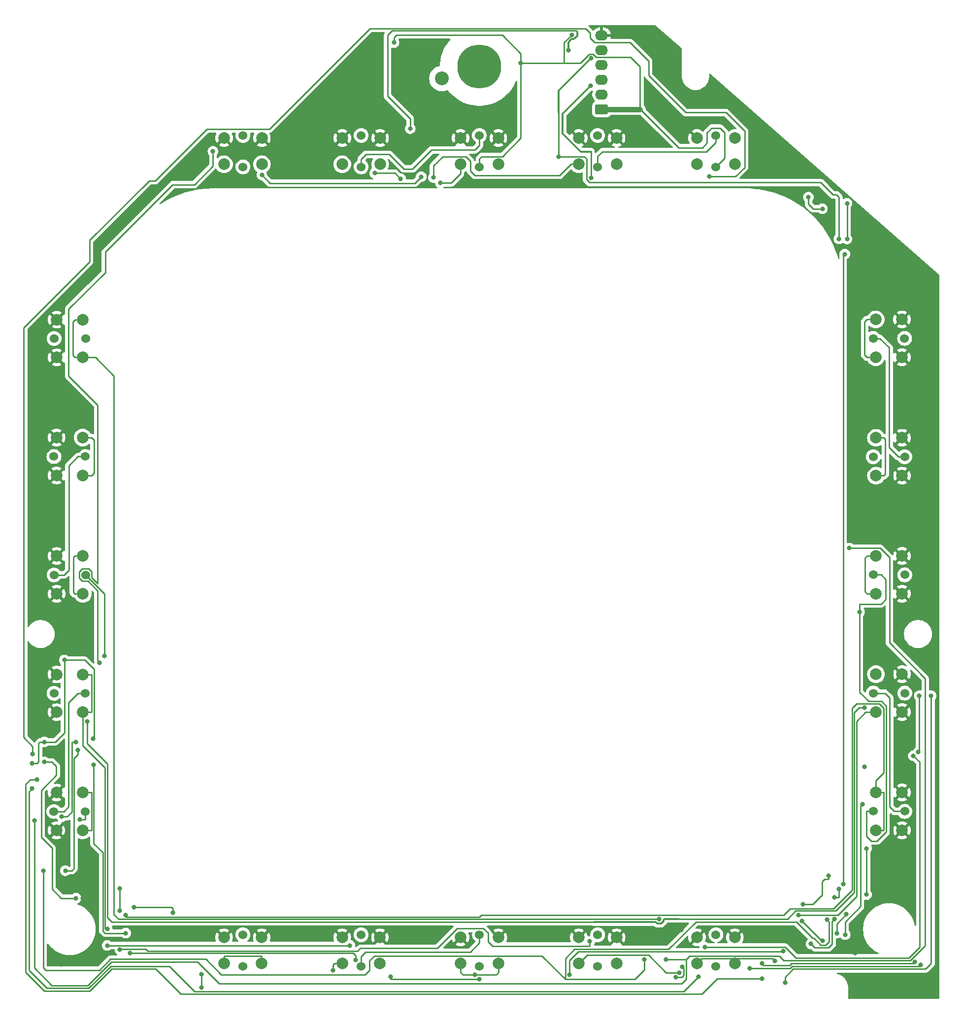
<source format=gbr>
G04 #@! TF.GenerationSoftware,KiCad,Pcbnew,8.0.6*
G04 #@! TF.CreationDate,2024-12-03T14:08:34-05:00*
G04 #@! TF.ProjectId,DDI,4444492e-6b69-4636-9164-5f7063625858,rev?*
G04 #@! TF.SameCoordinates,Original*
G04 #@! TF.FileFunction,Copper,L2,Bot*
G04 #@! TF.FilePolarity,Positive*
%FSLAX46Y46*%
G04 Gerber Fmt 4.6, Leading zero omitted, Abs format (unit mm)*
G04 Created by KiCad (PCBNEW 8.0.6) date 2024-12-03 14:08:34*
%MOMM*%
%LPD*%
G01*
G04 APERTURE LIST*
G04 Aperture macros list*
%AMRoundRect*
0 Rectangle with rounded corners*
0 $1 Rounding radius*
0 $2 $3 $4 $5 $6 $7 $8 $9 X,Y pos of 4 corners*
0 Add a 4 corners polygon primitive as box body*
4,1,4,$2,$3,$4,$5,$6,$7,$8,$9,$2,$3,0*
0 Add four circle primitives for the rounded corners*
1,1,$1+$1,$2,$3*
1,1,$1+$1,$4,$5*
1,1,$1+$1,$6,$7*
1,1,$1+$1,$8,$9*
0 Add four rect primitives between the rounded corners*
20,1,$1+$1,$2,$3,$4,$5,0*
20,1,$1+$1,$4,$5,$6,$7,0*
20,1,$1+$1,$6,$7,$8,$9,0*
20,1,$1+$1,$8,$9,$2,$3,0*%
G04 Aperture macros list end*
G04 #@! TA.AperFunction,ComponentPad*
%ADD10C,2.000000*%
G04 #@! TD*
G04 #@! TA.AperFunction,ComponentPad*
%ADD11C,1.524000*%
G04 #@! TD*
G04 #@! TA.AperFunction,WasherPad*
%ADD12C,2.381250*%
G04 #@! TD*
G04 #@! TA.AperFunction,WasherPad*
%ADD13C,7.540752*%
G04 #@! TD*
G04 #@! TA.AperFunction,ComponentPad*
%ADD14RoundRect,0.249999X0.845001X-0.620001X0.845001X0.620001X-0.845001X0.620001X-0.845001X-0.620001X0*%
G04 #@! TD*
G04 #@! TA.AperFunction,ComponentPad*
%ADD15O,2.190000X1.740000*%
G04 #@! TD*
G04 #@! TA.AperFunction,ViaPad*
%ADD16C,0.800000*%
G04 #@! TD*
G04 #@! TA.AperFunction,Conductor*
%ADD17C,0.250000*%
G04 #@! TD*
G04 #@! TA.AperFunction,Conductor*
%ADD18C,0.304800*%
G04 #@! TD*
G04 #@! TA.AperFunction,Conductor*
%ADD19C,0.914400*%
G04 #@! TD*
G04 APERTURE END LIST*
D10*
X170330566Y210397924D03*
X163830566Y210397924D03*
X163830566Y214897924D03*
X170330566Y214897924D03*
D11*
X167080566Y209947924D03*
X167080566Y215347924D03*
D10*
X204470566Y210397924D03*
X210970566Y210397924D03*
X204470566Y214897924D03*
X210970566Y214897924D03*
D11*
X207720566Y209947924D03*
X207720566Y215347924D03*
D10*
X224790566Y210397924D03*
X231290566Y210397924D03*
X224790566Y214897924D03*
X231290566Y214897924D03*
D11*
X228040566Y209947924D03*
X228040566Y215347924D03*
D10*
X251610566Y210397924D03*
X245110566Y210397924D03*
X251610566Y214897924D03*
X245110566Y214897924D03*
D11*
X248360566Y209947924D03*
X248360566Y215347924D03*
D10*
X275853066Y183732124D03*
X275853066Y177232124D03*
X280353066Y177232124D03*
X280353066Y183732124D03*
D11*
X275403066Y180482124D03*
X280803066Y180482124D03*
D10*
X275875291Y156899424D03*
X275875291Y163399424D03*
X280375291Y163399424D03*
X280375291Y156899424D03*
D11*
X275425291Y160149424D03*
X280825291Y160149424D03*
D10*
X275875291Y136604824D03*
X275875291Y143104824D03*
X280375291Y136604824D03*
X280375291Y143104824D03*
D11*
X275425291Y139854824D03*
X280825291Y139854824D03*
D10*
X275875291Y122782424D03*
X275875291Y116282424D03*
X280375291Y116282424D03*
X280375291Y122782424D03*
D11*
X275425291Y119532424D03*
X280825291Y119532424D03*
D10*
X275875291Y102464824D03*
X275875291Y95964824D03*
X280375291Y102464824D03*
X280375291Y95964824D03*
D11*
X275425291Y99214824D03*
X280825291Y99214824D03*
D10*
X170317866Y73060124D03*
X163817866Y73060124D03*
X170317866Y77560124D03*
X163817866Y77560124D03*
D11*
X167067866Y72610124D03*
X167067866Y78010124D03*
D10*
X190637866Y73060124D03*
X184137866Y73060124D03*
X184137866Y77560124D03*
X190637866Y77560124D03*
D11*
X187387866Y72610124D03*
X187387866Y78010124D03*
D10*
X210983266Y73060124D03*
X204483266Y73060124D03*
X210983266Y77560124D03*
X204483266Y77560124D03*
D11*
X207733266Y72610124D03*
X207733266Y78010124D03*
D10*
X224803266Y73060124D03*
X231303266Y73060124D03*
X224803266Y77560124D03*
X231303266Y77560124D03*
D11*
X228053266Y72610124D03*
X228053266Y78010124D03*
D10*
X245123266Y73060124D03*
X251623266Y73060124D03*
X245123266Y77560124D03*
X251623266Y77560124D03*
D11*
X248373266Y72610124D03*
X248373266Y78010124D03*
D10*
X139565066Y177204324D03*
X139565066Y183704324D03*
X135065066Y177204324D03*
X135065066Y183704324D03*
D11*
X140015066Y180454324D03*
X134615066Y180454324D03*
D10*
X139539666Y156935124D03*
X139539666Y163435124D03*
X135039666Y163435124D03*
X135039666Y156935124D03*
D11*
X139989666Y160185124D03*
X134589666Y160185124D03*
D10*
X139565066Y143089724D03*
X139565066Y136589724D03*
X135065066Y143089724D03*
X135065066Y136589724D03*
D11*
X140015066Y139839724D03*
X134615066Y139839724D03*
D10*
X139514266Y95949724D03*
X139514266Y102449724D03*
X135014266Y95949724D03*
X135014266Y102449724D03*
D11*
X139964266Y99199724D03*
X134564266Y99199724D03*
D10*
X184150566Y210397924D03*
X190650566Y210397924D03*
X190650566Y214897924D03*
X184150566Y214897924D03*
D11*
X187400566Y209947924D03*
X187400566Y215347924D03*
D12*
X201283366Y225129124D03*
D13*
X207709066Y227216924D03*
D10*
X139549191Y116244324D03*
X139549191Y122744324D03*
X135049191Y116244324D03*
X135049191Y122744324D03*
D11*
X139999191Y119494324D03*
X134599191Y119494324D03*
D14*
X228732926Y219845564D03*
D15*
X228732926Y222385564D03*
X228732926Y224925564D03*
X228732926Y227465564D03*
X228732926Y230005564D03*
X228732926Y232545564D03*
D16*
X130836400Y107476600D03*
X273914500Y106895000D03*
X274262600Y92859000D03*
X274262600Y84924900D03*
X269136221Y78282741D03*
X132944500Y111150100D03*
X141345500Y111725000D03*
X241466232Y70757745D03*
X242559900Y72523100D03*
X223017926Y230005564D03*
X136374100Y125208700D03*
X130836400Y103114100D03*
X270800571Y81538529D03*
X245387200Y70769000D03*
X195830000Y216520500D03*
X131213400Y97651800D03*
X239809500Y73787700D03*
X138344400Y111075000D03*
X270913300Y197556400D03*
X270913300Y203682200D03*
X135926100Y98303800D03*
X271324000Y144430100D03*
X226888213Y208033771D03*
X226827926Y223909564D03*
X269476200Y85894900D03*
X268751100Y80687900D03*
X264712926Y76445564D03*
X268751100Y84444700D03*
X259939000Y75169800D03*
X161914100Y212631800D03*
X223202900Y71111700D03*
X142447600Y124721100D03*
X269520000Y197581800D03*
X267432926Y80595564D03*
X270264100Y86716300D03*
X138669500Y109775000D03*
X132764200Y89024500D03*
X270520100Y194956700D03*
X226887926Y228609564D03*
X236058000Y73787700D03*
X136546900Y89024500D03*
X221339100Y211723100D03*
X200661400Y228195000D03*
X139526400Y84305800D03*
X250392926Y79105564D03*
X272312926Y74855564D03*
X242392926Y78855564D03*
X135852926Y86215564D03*
X136082926Y107305564D03*
X135782926Y73985564D03*
X136022926Y109555564D03*
X135992926Y110755564D03*
X197996400Y231497000D03*
X253822926Y77675564D03*
X241592926Y78405564D03*
X275952926Y85105564D03*
X195495500Y210845000D03*
X255072926Y77675564D03*
X135812926Y72945564D03*
X273049200Y133477700D03*
X143229905Y125910761D03*
X192445700Y70814400D03*
X193048000Y231300000D03*
X223615700Y232640000D03*
X207733000Y70357700D03*
X139000800Y97851800D03*
X214852700Y227814000D03*
X197704900Y208251574D03*
X170331000Y208551000D03*
X194188926Y207907564D03*
X189725900Y208860900D03*
X201025600Y207195800D03*
X199805100Y208119500D03*
X273868400Y117007100D03*
X140274100Y114643900D03*
X264275100Y204759900D03*
X247273900Y208269000D03*
X130944300Y109049900D03*
X266673000Y202758700D03*
X256284600Y73056488D03*
X282541100Y73306499D03*
X256284600Y70494000D03*
X131669400Y104713800D03*
X148361900Y82766400D03*
X132944500Y107716300D03*
X155073900Y81790000D03*
X262558600Y81413000D03*
X138383600Y84305800D03*
X146927300Y78285200D03*
X146927300Y81413000D03*
X141428100Y107175000D03*
X246448100Y75894900D03*
X282315500Y108769900D03*
X159916900Y68980421D03*
X260262500Y69768900D03*
X283315600Y119086200D03*
X283169668Y109419900D03*
X285368400Y119086200D03*
X159916900Y71271000D03*
X182537900Y71871100D03*
X273537500Y100414800D03*
X270592926Y78035564D03*
X206910200Y71111700D03*
X283541200Y72856488D03*
X254223200Y72238600D03*
X242109979Y71523000D03*
X267732500Y88148500D03*
X263145400Y80352900D03*
X263283700Y83240200D03*
X266722926Y76980574D03*
X258488800Y73506499D03*
X238612000Y80687900D03*
X226690900Y76864400D03*
X145927300Y82120200D03*
X145927300Y75447100D03*
X145927300Y86001400D03*
X185463100Y76172200D03*
X143744700Y79010300D03*
X143744700Y76172200D03*
X186424800Y73697200D03*
X147652400Y74847000D03*
D17*
X242834989Y72248011D02*
X242834989Y71092889D01*
X242559900Y72523100D02*
X242834989Y72248011D01*
X224477210Y233292090D02*
X224404200Y233292090D01*
X195830000Y218214700D02*
X195830000Y216520500D01*
X140579982Y68833011D02*
X144328460Y72581489D01*
X224541926Y233227374D02*
X224477210Y233292090D01*
X131944400Y110900100D02*
X131944400Y107726600D01*
X158741789Y68255411D02*
X242873611Y68255411D01*
X132944500Y111150100D02*
X134786600Y111150100D01*
X130836400Y103114100D02*
X130299800Y102577500D01*
D18*
X224541926Y232452672D02*
X224541926Y233026554D01*
D17*
X224541926Y233026554D02*
X224541926Y233227374D01*
X133401789Y68833011D02*
X140579982Y68833011D01*
X242499845Y70757745D02*
X241466232Y70757745D01*
X144328460Y72581489D02*
X154415711Y72581489D01*
X191945900Y222098800D02*
X195830000Y218214700D01*
X141463100Y111725000D02*
X141463100Y123621200D01*
X192739700Y233365100D02*
X191945900Y232571400D01*
X136374100Y112737600D02*
X136374100Y125208700D01*
X131694400Y107476600D02*
X130836400Y107476600D01*
X270800571Y81538529D02*
X269136221Y79874179D01*
X141345500Y111725000D02*
X141463100Y111725000D01*
D18*
X223976853Y231887599D02*
X224541926Y232452672D01*
D17*
X242834989Y71092889D02*
X242499845Y70757745D01*
X224404200Y233365100D02*
X192739700Y233365100D01*
X269136221Y79874179D02*
X269136221Y78282741D01*
X274262600Y92859000D02*
X274262600Y84924900D01*
X130299800Y71935000D02*
X133401789Y68833011D01*
X134786600Y111150100D02*
X136374100Y112737600D01*
X139875600Y125208700D02*
X136374100Y125208700D01*
X191945900Y232571400D02*
X191945900Y222098800D01*
X154415711Y72581489D02*
X158741789Y68255411D01*
X242873611Y68255411D02*
X245387200Y70769000D01*
X141463100Y123621200D02*
X139875600Y125208700D01*
X132194400Y111150100D02*
X131944400Y110900100D01*
X131944400Y107726600D02*
X131694400Y107476600D01*
D18*
X223538457Y231887599D02*
X223976853Y231887599D01*
D17*
X130299800Y102577500D02*
X130299800Y71935000D01*
X132944500Y111150100D02*
X132194400Y111150100D01*
D18*
X223017926Y230005564D02*
X223017926Y231367068D01*
X223017926Y231367068D02*
X223538457Y231887599D01*
X226888213Y212552213D02*
X225134723Y212552213D01*
X222001926Y215685010D02*
X222001926Y219083564D01*
D17*
X226888213Y212552213D02*
X226888213Y208033771D01*
X281743087Y73581490D02*
X260032010Y73581490D01*
X131213400Y72312000D02*
X134242378Y69283022D01*
X137658500Y111075000D02*
X138344400Y111075000D01*
X137658500Y99097600D02*
X137658500Y111075000D01*
X284342000Y122044100D02*
X284342000Y76180403D01*
X131213400Y97651800D02*
X131213400Y72312000D01*
D18*
X222001926Y219083564D02*
X226827926Y223909564D01*
D17*
X162983500Y69632600D02*
X242491200Y69632600D01*
X243285000Y70426400D02*
X243285000Y73787700D01*
X259228300Y74385200D02*
X243882500Y74385200D01*
X144478460Y73367900D02*
X159248200Y73367900D01*
X239809500Y73787700D02*
X243285000Y73787700D01*
X159248200Y73367900D02*
X162983500Y69632600D01*
X135926100Y98303800D02*
X136864800Y98303800D01*
X260032010Y73581490D02*
X259228300Y74385200D01*
X136864800Y98303800D02*
X137658500Y99097600D01*
D18*
X225134723Y212552213D02*
X222001926Y215685010D01*
D17*
X243882500Y74385200D02*
X243285000Y73787700D01*
X278197900Y128188300D02*
X284342000Y122044100D01*
X242491200Y69632600D02*
X243285000Y70426400D01*
X270913300Y203682200D02*
X270913300Y197556400D01*
X140393582Y69283022D02*
X144478460Y73367900D01*
X284342000Y76180403D02*
X281743087Y73581490D01*
X134242378Y69283022D02*
X140393582Y69283022D01*
X278197900Y142842600D02*
X278197900Y128188300D01*
X276610400Y144430100D02*
X278197900Y142842600D01*
X271324000Y144430100D02*
X276610400Y144430100D01*
X139493305Y138752723D02*
X140465867Y138752723D01*
X154982500Y206900100D02*
X143406000Y195323600D01*
X142118926Y169019474D02*
X142118926Y138372484D01*
X140465867Y138752723D02*
X142118926Y137099664D01*
X137109500Y185519400D02*
X137109500Y174028900D01*
X138928065Y140361485D02*
X138928065Y139317963D01*
X267769365Y75775565D02*
X265382925Y75775565D01*
X224717389Y75096789D02*
X259865989Y75096789D01*
X142118926Y138372484D02*
X141102067Y139389343D01*
X138928065Y139317963D02*
X139493305Y138752723D01*
X142118926Y137099664D02*
X142118926Y125103564D01*
X137109500Y174028900D02*
X142118926Y169019474D01*
X143406000Y191815800D02*
X137109500Y185519400D01*
X158739100Y206900100D02*
X154982500Y206900100D01*
X140536827Y140926725D02*
X139493305Y140926725D01*
X268351101Y80287901D02*
X268351101Y76357301D01*
X259865989Y75096789D02*
X259939000Y75169800D01*
X142501390Y124721100D02*
X142447600Y124721100D01*
X161914100Y210075100D02*
X158739100Y206900100D01*
X268351101Y76357301D02*
X267769365Y75775565D01*
X269476200Y84444700D02*
X269476200Y85894900D01*
X268751100Y80687900D02*
X268351101Y80287901D01*
X141102067Y140361485D02*
X140536827Y140926725D01*
X141102067Y139389343D02*
X141102067Y140361485D01*
X223202900Y71111700D02*
X223202900Y73582300D01*
X265382925Y75775565D02*
X264712926Y76445564D01*
X268751100Y84444700D02*
X269476200Y84444700D01*
X143406000Y195323600D02*
X143406000Y191815800D01*
X142118926Y125103564D02*
X142501390Y124721100D01*
X139493305Y140926725D02*
X138928065Y140361485D01*
X223202900Y73582300D02*
X224717389Y75096789D01*
X161914100Y212631800D02*
X161914100Y210075100D01*
X138669500Y109775000D02*
X138669500Y108989900D01*
X268498700Y205132400D02*
X269123100Y205132400D01*
X234470500Y70386600D02*
X222477800Y70386600D01*
X226624100Y207272564D02*
X266358536Y207272564D01*
X138669500Y108989900D02*
X138035500Y108355900D01*
X270264100Y194956700D02*
X270520100Y194956700D01*
X236058000Y71974100D02*
X234470500Y70386600D01*
X188852100Y71939800D02*
X188852100Y73591500D01*
X138035500Y89421400D02*
X137638600Y89024500D01*
X222477800Y73959300D02*
X224065300Y75546800D01*
X188852100Y73591500D02*
X189645900Y74385200D01*
X265280927Y77390565D02*
X266415928Y76255564D01*
X133174282Y71917718D02*
X142391867Y71917718D01*
X137638600Y89024500D02*
X136546900Y89024500D01*
X240245900Y75546800D02*
X244914664Y80215564D01*
X222477800Y70386600D02*
X222477800Y73959300D01*
X221339100Y219305000D02*
X221339100Y211723100D01*
X266358536Y207272564D02*
X268498700Y205132400D01*
X270264100Y86716300D02*
X270264100Y194956700D01*
X188058400Y71146000D02*
X188852100Y71939800D01*
X226116100Y207780564D02*
X226624100Y207272564D01*
X138035500Y108355900D02*
X138035500Y89421400D01*
X267255928Y76255564D02*
X267832925Y76832561D01*
X244914664Y80215564D02*
X262225928Y80215564D01*
X163360500Y71146000D02*
X188058400Y71146000D01*
X144292060Y73817911D02*
X160688589Y73817911D01*
X269123100Y205132400D02*
X269520000Y204735600D01*
X221339100Y211723100D02*
X225719200Y211723100D01*
X142391867Y71917718D02*
X144292060Y73817911D01*
D18*
X221339100Y219305000D02*
X221339100Y223060738D01*
D17*
X218479200Y74385200D02*
X222477800Y70386600D01*
X267832925Y80195565D02*
X267432926Y80595564D01*
X132764200Y89024500D02*
X132764200Y72327800D01*
X267832925Y76832561D02*
X267832925Y80195565D01*
D18*
X221339100Y223060738D02*
X226887926Y228609564D01*
D17*
X226116100Y211326200D02*
X226116100Y207780564D01*
X160688589Y73817911D02*
X163360500Y71146000D01*
X266415928Y76255564D02*
X267255928Y76255564D01*
X132764200Y72327800D02*
X133174282Y71917718D01*
X265050927Y77390565D02*
X265280927Y77390565D01*
X225719200Y211723100D02*
X226116100Y211326200D01*
X189645900Y74385200D02*
X218479200Y74385200D01*
X236058000Y73787700D02*
X236058000Y71974100D01*
X262225928Y80215564D02*
X265050927Y77390565D01*
X269520000Y204735600D02*
X269520000Y197581800D01*
X224065300Y75546800D02*
X240245900Y75546800D01*
X135065000Y163435000D02*
X135040000Y163435000D01*
X197996400Y231497000D02*
X199073900Y231497000D01*
X280353000Y177232000D02*
X280375000Y177232000D01*
X200661400Y229909500D02*
X200661400Y228195000D01*
X135040000Y143090000D02*
X135065000Y143090000D01*
X135065000Y122760000D02*
X135049000Y122744000D01*
X199073900Y231497000D02*
X200661400Y229909500D01*
X200661400Y228195000D02*
X199767600Y228195000D01*
X214852700Y214898100D02*
X211677700Y211723100D01*
X140015000Y139840000D02*
X143229905Y136625095D01*
X277629000Y117315500D02*
X276835300Y118109200D01*
X275425000Y99215000D02*
X274262600Y99215000D01*
X277546900Y135648600D02*
X277546900Y139061300D01*
X276041500Y94112000D02*
X277629000Y95699500D01*
X276753200Y134854800D02*
X277546900Y135648600D01*
X277629000Y95699500D02*
X277629000Y117315500D01*
X227235928Y229334566D02*
X226539924Y229334566D01*
X225019358Y227814000D02*
X214852700Y227814000D01*
X276835300Y118109200D02*
X274636700Y118109200D01*
X214852700Y227814000D02*
X214852700Y214898100D01*
X249073300Y216623600D02*
X247648800Y216623600D01*
X277546900Y139061300D02*
X276753200Y139855000D01*
X207721000Y211326200D02*
X207721000Y209948000D01*
X139964000Y97851800D02*
X139000800Y97851800D01*
X192445700Y70357700D02*
X192445700Y70814400D01*
X211677700Y232605100D02*
X193444900Y232605100D01*
X249867000Y211454000D02*
X249867000Y215829900D01*
X274636700Y118109200D02*
X273049200Y119696700D01*
X227762928Y228807566D02*
X227235928Y229334566D01*
X247648800Y216623600D02*
X246855000Y215829900D01*
X273049200Y134854800D02*
X273049200Y133477700D01*
X233690034Y228807566D02*
X227762928Y228807566D01*
X273049200Y134854800D02*
X276753200Y134854800D01*
X235330000Y227167600D02*
X233690034Y228807566D01*
X248361000Y209948000D02*
X249867000Y211454000D01*
X139964000Y99199700D02*
X139964000Y97851800D01*
X276753200Y139855000D02*
X275425000Y139855000D01*
X274262600Y99215000D02*
X274262600Y94905800D01*
X246855000Y215829900D02*
X246855000Y214041200D01*
X241980090Y213247400D02*
X235330000Y219897490D01*
X246061300Y213247400D02*
X241980090Y213247400D01*
X226539924Y229334566D02*
X225019358Y227814000D01*
X211677700Y211723100D02*
X208117900Y211723100D01*
X249867000Y215829900D02*
X249073300Y216623600D01*
X207733000Y70357700D02*
X192445700Y70357700D01*
X214852700Y227814000D02*
X214852700Y229430100D01*
D19*
X228732926Y219845564D02*
X235330000Y219845564D01*
D17*
X193048000Y232208200D02*
X193048000Y231300000D01*
X223615700Y232640000D02*
X222282926Y231307226D01*
X143229905Y136625095D02*
X143229905Y125910761D01*
X193444900Y232605100D02*
X193048000Y232208200D01*
X246855000Y214041200D02*
X246061300Y213247400D01*
X275056400Y94112000D02*
X276041500Y94112000D01*
X214852700Y229430100D02*
X211677700Y232605100D01*
X208117900Y211723100D02*
X207721000Y211326200D01*
X273049200Y119696700D02*
X273049200Y133477700D01*
X222282926Y231307226D02*
X222282926Y227825564D01*
X235330000Y219897490D02*
X235330000Y227167600D01*
X274262600Y94905800D02*
X275056400Y94112000D01*
X171736436Y207145564D02*
X196598890Y207145564D01*
X170331000Y208551000D02*
X171736436Y207145564D01*
X196598890Y207145564D02*
X197704900Y208251574D01*
X189725900Y208860900D02*
X193235590Y208860900D01*
X193235590Y208860900D02*
X194188926Y207907564D01*
X192246400Y212100100D02*
X188194800Y212100100D01*
X187401000Y211306400D02*
X187401000Y209948000D01*
X199495000Y212870800D02*
X196220600Y209596400D01*
X206927300Y212870800D02*
X199495000Y212870800D01*
X188194800Y212100100D02*
X187401000Y211306400D01*
X207721000Y213664600D02*
X206927300Y212870800D01*
X196220600Y209596400D02*
X194750100Y209596400D01*
X207721000Y215348000D02*
X207721000Y213664600D01*
X194750100Y209596400D02*
X192246400Y212100100D01*
X204471000Y210398000D02*
X204471000Y208783300D01*
X204471000Y208783300D02*
X202883500Y207195800D01*
X202883500Y207195800D02*
X201025600Y207195800D01*
X201392600Y211723100D02*
X199805100Y210135600D01*
X205379400Y211723100D02*
X201392600Y211723100D01*
X224791000Y210398000D02*
X223414000Y210398000D01*
X223414000Y210398000D02*
X221499900Y208483900D01*
X206173100Y209277700D02*
X206173100Y210929400D01*
X206966900Y208483900D02*
X206173100Y209277700D01*
X206173100Y210929400D02*
X205379400Y211723100D01*
X199805100Y210135600D02*
X199805100Y208119500D01*
X221499900Y208483900D02*
X206966900Y208483900D01*
X246773500Y212545000D02*
X248361000Y214132500D01*
X228041000Y209948000D02*
X228041000Y211751200D01*
X228041000Y211751200D02*
X228834800Y212545000D01*
X228834800Y212545000D02*
X246773500Y212545000D01*
X248361000Y214132500D02*
X248361000Y215348000D01*
D18*
X227395400Y80204900D02*
X237981446Y80204900D01*
D17*
X273938900Y177628900D02*
X273938900Y183335100D01*
X272143200Y85313100D02*
X272143200Y116213400D01*
X143741900Y80998700D02*
X144535700Y80204900D01*
X273938900Y183335100D02*
X274335800Y183732000D01*
X274335800Y183732000D02*
X275853000Y183732000D01*
D18*
X239364401Y80326747D02*
X239364401Y80537039D01*
X239364401Y80537039D02*
X239572762Y80745400D01*
D17*
X241981800Y80745400D02*
X260695400Y80745400D01*
X140274100Y110877100D02*
X143741900Y107409300D01*
X144535700Y80204900D02*
X227395400Y80204900D01*
X262088100Y82138100D02*
X268968200Y82138100D01*
D18*
X239572762Y80745400D02*
X241981800Y80745400D01*
D17*
X272143200Y116213400D02*
X272937000Y117007100D01*
D18*
X237981446Y80204900D02*
X238250847Y79935499D01*
D17*
X274335800Y177232000D02*
X273938900Y177628900D01*
X143741900Y107409300D02*
X143741900Y80998700D01*
X140274100Y114643900D02*
X140274100Y110877100D01*
X275853000Y177232000D02*
X274335800Y177232000D01*
D18*
X238973153Y79935499D02*
X239364401Y80326747D01*
X238250847Y79935499D02*
X238973153Y79935499D01*
D17*
X272937000Y117007100D02*
X273868400Y117007100D01*
X260695400Y80745400D02*
X262088100Y82138100D01*
X268968200Y82138100D02*
X272143200Y85313100D01*
X275403000Y180482000D02*
X276560100Y180482000D01*
X278147600Y161736500D02*
X279735100Y160149000D01*
X276560100Y180482000D02*
X278147600Y178894500D01*
X279735100Y160149000D02*
X280825000Y160149000D01*
X278147600Y178894500D02*
X278147600Y161736500D01*
X251712500Y208269000D02*
X247273900Y208269000D01*
X250125000Y219272200D02*
X253300000Y216097200D01*
X130944300Y109049900D02*
X130944300Y110370700D01*
X277502100Y157149000D02*
X277252100Y156899000D01*
X233632800Y231295100D02*
X236807800Y228120100D01*
X160872200Y216435100D02*
X171600000Y216435100D01*
X130944300Y110370700D02*
X129385500Y111929500D01*
X277252100Y156899000D02*
X275875000Y156899000D01*
X277502100Y163149000D02*
X277502100Y157149000D01*
X275875000Y163399000D02*
X277252100Y163399000D01*
X225950800Y233742100D02*
X226744600Y232948400D01*
X253300000Y216097200D02*
X253300000Y209856500D01*
X236807800Y225622200D02*
X243157800Y219272200D01*
X265068900Y202758700D02*
X266673000Y202758700D01*
X140716200Y193659100D02*
X140716200Y197341900D01*
X188907000Y233742100D02*
X225950800Y233742100D01*
X171600000Y216435100D02*
X188907000Y233742100D01*
X129385500Y182328500D02*
X140716200Y193659100D01*
X253300000Y209856500D02*
X251712500Y208269000D01*
X264275100Y204759900D02*
X264275100Y203552400D01*
X236807800Y228120100D02*
X236807800Y225622200D01*
X140716200Y197341900D02*
X150953400Y207579200D01*
X150953400Y207579200D02*
X152016300Y207579200D01*
X264275100Y203552400D02*
X265068900Y202758700D01*
X152016300Y207579200D02*
X160872200Y216435100D01*
X277252100Y163399000D02*
X277502100Y163149000D01*
X227538300Y231295100D02*
X233632800Y231295100D01*
X226744600Y232088900D02*
X227538300Y231295100D01*
X226744600Y232948400D02*
X226744600Y232088900D01*
X243157800Y219272200D02*
X250125000Y219272200D01*
X129385500Y111929500D02*
X129385500Y182328500D01*
X130528000Y104713800D02*
X131669400Y104713800D01*
X261376377Y73106499D02*
X282341100Y73106499D01*
X274357800Y136605000D02*
X275875000Y136605000D01*
X132909300Y68383000D02*
X129734300Y71558000D01*
X248630200Y70494000D02*
X245941600Y67805400D01*
X144514860Y72131478D02*
X140766382Y68383000D01*
X152063822Y72131478D02*
X144514860Y72131478D01*
X140766382Y68383000D02*
X132909300Y68383000D01*
X282341100Y73106499D02*
X282541100Y73306499D01*
X256559599Y72781489D02*
X261051367Y72781489D01*
X156389900Y67805400D02*
X152063822Y72131478D01*
X129734300Y71558000D02*
X129734300Y103920100D01*
X129734300Y103920100D02*
X130528000Y104713800D01*
X274357800Y143105000D02*
X273960900Y142708100D01*
X261051367Y72781489D02*
X261376377Y73106499D01*
X275875000Y143105000D02*
X274357800Y143105000D01*
X273960900Y137001900D02*
X274357800Y136605000D01*
X273960900Y142708100D02*
X273960900Y137001900D01*
X245941600Y67805400D02*
X156389900Y67805400D01*
X256284600Y70494000D02*
X248630200Y70494000D01*
X256284600Y73056488D02*
X256559599Y72781489D01*
X275425000Y119532000D02*
X277441000Y119532000D01*
X278234700Y118738300D02*
X278234700Y100008800D01*
X279028500Y99215000D02*
X280825000Y99215000D01*
X277441000Y119532000D02*
X278234700Y118738300D01*
X278234700Y100008800D02*
X279028500Y99215000D01*
X272520200Y84588000D02*
X269345200Y81413000D01*
X274107700Y116282000D02*
X272520200Y114694500D01*
X132394500Y102825800D02*
X135007600Y105438900D01*
X269345200Y81413000D02*
X262558600Y81413000D01*
X132394500Y94777800D02*
X132394500Y102825800D01*
X134213900Y107716300D02*
X132944500Y107716300D01*
X154823900Y82766400D02*
X148361900Y82766400D01*
X272520200Y114694500D02*
X272520200Y84588000D01*
X134260000Y92912400D02*
X132394500Y94777800D01*
X134260000Y85893300D02*
X134260000Y92912400D01*
X138383600Y84305800D02*
X135847500Y84305800D01*
X135007600Y105438900D02*
X135007600Y106922500D01*
X275875000Y116282000D02*
X274107700Y116282000D01*
X135847500Y84305800D02*
X134260000Y85893300D01*
X155073900Y81790000D02*
X155073900Y82516400D01*
X155073900Y82516400D02*
X154823900Y82766400D01*
X135007600Y106922500D02*
X134213900Y107716300D01*
X276458300Y117732200D02*
X272560000Y117732200D01*
X271766200Y85690100D02*
X268591200Y82515100D01*
X146927300Y78285200D02*
X143384800Y78285200D01*
X277200100Y95965000D02*
X275875000Y95965000D01*
X277252000Y105868000D02*
X277252000Y116938500D01*
X146927300Y81064900D02*
X146927300Y81413000D01*
X271766200Y116938500D02*
X271766200Y85690100D01*
X260022000Y81413000D02*
X208068200Y81413000D01*
X275875000Y102465000D02*
X275875000Y104490900D01*
X272560000Y117732200D02*
X271766200Y116938500D01*
X208068200Y81413000D02*
X207720100Y81064900D01*
X277252000Y116938500D02*
X276458300Y117732200D01*
X268591200Y82515100D02*
X261124100Y82515100D01*
X141428100Y93709700D02*
X141428100Y107175000D01*
X277200100Y102465000D02*
X277200100Y95965000D01*
X142987900Y78682100D02*
X142987900Y92149800D01*
X143384800Y78285200D02*
X142987900Y78682100D01*
X261124100Y82515100D02*
X260022000Y81413000D01*
X207720100Y81064900D02*
X146927300Y81064900D01*
X142987900Y92149800D02*
X141428100Y93709700D01*
X275875000Y104490900D02*
X277252000Y105868000D01*
X275875000Y102465000D02*
X277200100Y102465000D01*
X170318000Y73060100D02*
X170318000Y74385200D01*
X163818000Y74385200D02*
X163818000Y73060100D01*
X262130699Y74031501D02*
X260267300Y75894900D01*
X281556687Y74031501D02*
X262130699Y74031501D01*
X170318000Y74385200D02*
X163818000Y74385200D01*
X283394100Y75868914D02*
X281556687Y74031501D01*
X260267300Y75894900D02*
X246448100Y75894900D01*
X283394100Y107691300D02*
X283394100Y75868914D01*
X282315500Y108769900D02*
X283394100Y107691300D01*
X184138000Y73060100D02*
X182787900Y73060100D01*
X261674178Y72131478D02*
X284398878Y72131478D01*
X182787900Y73060100D02*
X182537900Y72810100D01*
X283315600Y119086200D02*
X283315600Y109565832D01*
X159916900Y71271000D02*
X159916900Y68980421D01*
X285368400Y73101000D02*
X285368400Y119086200D01*
X182537900Y72810100D02*
X182537900Y71871100D01*
X260262500Y69768900D02*
X260262500Y70719800D01*
X284398878Y72131478D02*
X285368400Y73101000D01*
X283315600Y109565832D02*
X283169668Y109419900D01*
X260262500Y70719800D02*
X261674178Y72131478D01*
X187388000Y72610100D02*
X187388000Y74242400D01*
X207733000Y76623700D02*
X207733000Y78010100D01*
X206145500Y75036200D02*
X207733000Y76623700D01*
X187388000Y74242400D02*
X188181800Y75036200D01*
X188181800Y75036200D02*
X206145500Y75036200D01*
X210983000Y71508600D02*
X210983000Y73060100D01*
X273232926Y100110226D02*
X273232926Y82875564D01*
X204483000Y71508600D02*
X204483000Y73060100D01*
X270592926Y80235564D02*
X270592926Y78035564D01*
X206910200Y71111700D02*
X204879900Y71111700D01*
X210586100Y71111700D02*
X210983000Y71508600D01*
X204879900Y71111700D02*
X204483000Y71508600D01*
X206910200Y71111700D02*
X210586100Y71111700D01*
X273537500Y100414800D02*
X273232926Y100110226D01*
X273232926Y82875564D02*
X270592926Y80235564D01*
X261487778Y72581489D02*
X283266201Y72581489D01*
X224803000Y73060100D02*
X226255700Y74512800D01*
X261144889Y72238600D02*
X261487778Y72581489D01*
X254223200Y72238600D02*
X261144889Y72238600D01*
X236835500Y74512800D02*
X239825300Y71523000D01*
X283266201Y72581489D02*
X283541200Y72856488D01*
X239825300Y71523000D02*
X242109979Y71523000D01*
X226255700Y74512800D02*
X236835500Y74512800D01*
X267732500Y87551300D02*
X267732500Y88148500D01*
X266631300Y87154400D02*
X267028200Y87551300D01*
X266631300Y84827700D02*
X266631300Y87154400D01*
X258088801Y73906498D02*
X258488800Y73506499D01*
X266517726Y76980574D02*
X266722926Y76980574D01*
X245123000Y73060100D02*
X245969398Y73906498D01*
X245969398Y73906498D02*
X258088801Y73906498D01*
X263283700Y83240200D02*
X265043800Y83240200D01*
X265043800Y83240200D02*
X266631300Y84827700D01*
X267028200Y87551300D02*
X267732500Y87551300D01*
X263145400Y80352900D02*
X266517726Y76980574D01*
X139565000Y177204000D02*
X138225800Y177204000D01*
X144902800Y81481600D02*
X145696600Y80687900D01*
X145696600Y80687900D02*
X238612000Y80687900D01*
X137829000Y183307100D02*
X138225800Y183704000D01*
X144902800Y174029000D02*
X144902800Y81481600D01*
X139565000Y177204000D02*
X141727800Y177204000D01*
X138225800Y183704000D02*
X139565000Y183704000D01*
X141727800Y177204000D02*
X144902800Y174029000D01*
X137829000Y177600900D02*
X137829000Y183307100D01*
X138225800Y177204000D02*
X137829000Y177600900D01*
X141454100Y163038100D02*
X141057200Y163435000D01*
X141057200Y163435000D02*
X139540000Y163435000D01*
X141057200Y156935000D02*
X141454100Y157331900D01*
X141454100Y157331900D02*
X141454100Y163038100D01*
X139540000Y156935000D02*
X141057200Y156935000D01*
X138732400Y160185000D02*
X137144900Y158597500D01*
X139990000Y160185000D02*
X138732400Y160185000D01*
X137144900Y140633800D02*
X136351100Y139840000D01*
X136351100Y139840000D02*
X134615000Y139840000D01*
X137144900Y158597500D02*
X137144900Y140633800D01*
X187242600Y75687100D02*
X186779500Y75224000D01*
X203881400Y79097200D02*
X200471300Y75687100D01*
X226690900Y76064100D02*
X209990900Y76064100D01*
X138174700Y143090000D02*
X139565000Y143090000D01*
X137924700Y136840000D02*
X137924700Y142840000D01*
X226690900Y76864400D02*
X226690900Y76064100D01*
X139565000Y136590000D02*
X138174700Y136590000D01*
X145927300Y82120200D02*
X145927300Y86001400D01*
X209197100Y78303500D02*
X208403400Y79097200D01*
X186779500Y75224000D02*
X150756700Y75224000D01*
X209197100Y76857900D02*
X209197100Y78303500D01*
X137924700Y142840000D02*
X138174700Y143090000D01*
X200471300Y75687100D02*
X187242600Y75687100D01*
X150408600Y75572100D02*
X145927300Y75572100D01*
X208403400Y79097200D02*
X203881400Y79097200D01*
X209990900Y76064100D02*
X209197100Y76857900D01*
X150756700Y75224000D02*
X150408600Y75572100D01*
X145927300Y75572100D02*
X145927300Y75447100D01*
X138174700Y136590000D02*
X137924700Y136840000D01*
X143744700Y76172200D02*
X185463100Y76172200D01*
X143364900Y106684200D02*
X143364900Y79010300D01*
X139549000Y110500100D02*
X143364900Y106684200D01*
X141086100Y122744000D02*
X139549000Y122744000D01*
X139549000Y116244000D02*
X139549000Y110500100D01*
X139549000Y116244000D02*
X141086100Y116244000D01*
X141086100Y116244000D02*
X141086100Y122744000D01*
X143364900Y79010300D02*
X143744700Y79010300D01*
X137099200Y117906500D02*
X138686700Y119494000D01*
X136305500Y99199700D02*
X137099200Y99993500D01*
X134564000Y99199700D02*
X136305500Y99199700D01*
X137099200Y99993500D02*
X137099200Y117906500D01*
X138686700Y119494000D02*
X139999000Y119494000D01*
X186028000Y74847000D02*
X186424800Y74450100D01*
X141051100Y95949700D02*
X141051100Y102449700D01*
X141051100Y102449700D02*
X139514000Y102449700D01*
X147652400Y74847000D02*
X186028000Y74847000D01*
X186424800Y74450100D02*
X186424800Y73697200D01*
X139514000Y95949700D02*
X141051100Y95949700D01*
G04 #@! TA.AperFunction,Conductor*
G36*
X237963982Y234258424D02*
G01*
X237978533Y234247512D01*
X242487555Y230327207D01*
X242525838Y230267417D01*
X242530883Y230232121D01*
X242530883Y225339553D01*
X242530884Y225339534D01*
X242567729Y225047880D01*
X242567731Y225047867D01*
X242640846Y224763100D01*
X242640847Y224763097D01*
X242749074Y224489749D01*
X242890711Y224232111D01*
X243063518Y223994264D01*
X243063518Y223994263D01*
X243264774Y223779948D01*
X243264785Y223779938D01*
X243491308Y223592541D01*
X243491311Y223592539D01*
X243739530Y223435015D01*
X243739544Y223435007D01*
X244005557Y223309831D01*
X244005570Y223309826D01*
X244285161Y223218982D01*
X244285174Y223218979D01*
X244573959Y223163889D01*
X244573975Y223163887D01*
X244867376Y223145429D01*
X244867383Y223145429D01*
X244867390Y223145429D01*
X245160790Y223163887D01*
X245160806Y223163889D01*
X245449591Y223218979D01*
X245449592Y223218979D01*
X245449596Y223218980D01*
X245449597Y223218980D01*
X245449604Y223218982D01*
X245729195Y223309826D01*
X245729208Y223309831D01*
X245995221Y223435007D01*
X245995235Y223435015D01*
X246243454Y223592539D01*
X246243457Y223592541D01*
X246429639Y223746565D01*
X246469990Y223779946D01*
X246671247Y223994263D01*
X246844056Y224232114D01*
X246985692Y224489749D01*
X247064369Y224688467D01*
X247093918Y224763097D01*
X247093919Y224763100D01*
X247094720Y224766218D01*
X247167035Y225047867D01*
X247203883Y225339549D01*
X247203883Y225486549D01*
X247203883Y225502957D01*
X247203883Y225858723D01*
X247223885Y225926844D01*
X247277541Y225973337D01*
X247347815Y225983441D01*
X247412395Y225953947D01*
X247413012Y225953410D01*
X286712689Y191450849D01*
X286750684Y191390875D01*
X286755560Y191356162D01*
X286755560Y67119423D01*
X286735558Y67051302D01*
X286681902Y67004809D01*
X286629560Y66993423D01*
X271204316Y66993423D01*
X271136195Y67013425D01*
X271089702Y67067081D01*
X271078316Y67119423D01*
X271078316Y69180008D01*
X271078316Y69180013D01*
X271042825Y69460959D01*
X270972401Y69735242D01*
X270868156Y69998535D01*
X270731733Y70246687D01*
X270565285Y70475783D01*
X270371435Y70682212D01*
X270153242Y70862717D01*
X269914146Y71014452D01*
X269657918Y71135023D01*
X269388599Y71222531D01*
X269253984Y71248210D01*
X269190818Y71280622D01*
X269155203Y71342039D01*
X269158446Y71412962D01*
X269199517Y71470872D01*
X269265378Y71497384D01*
X269277594Y71497978D01*
X284461274Y71497978D01*
X284509964Y71507663D01*
X284583663Y71522323D01*
X284698953Y71570078D01*
X284802711Y71639407D01*
X285860471Y72697167D01*
X285929800Y72800925D01*
X285977555Y72916215D01*
X286001900Y73038606D01*
X286001900Y73163394D01*
X286001900Y118383674D01*
X286021902Y118451795D01*
X286034263Y118467984D01*
X286078703Y118517340D01*
X286107440Y118549256D01*
X286111011Y118555440D01*
X286179774Y118674542D01*
X286202927Y118714644D01*
X286261942Y118896272D01*
X286281904Y119086200D01*
X286261942Y119276128D01*
X286202927Y119457756D01*
X286107440Y119623144D01*
X286097392Y119634303D01*
X285979655Y119765064D01*
X285979654Y119765064D01*
X285979653Y119765066D01*
X285825152Y119877318D01*
X285650688Y119954994D01*
X285463887Y119994700D01*
X285272913Y119994700D01*
X285127696Y119963833D01*
X285056906Y119969235D01*
X285000274Y120012052D01*
X284975780Y120078689D01*
X284975500Y120087080D01*
X284975500Y122106492D01*
X284975500Y122106494D01*
X284951155Y122228885D01*
X284944826Y122244162D01*
X284929553Y122281038D01*
X284903405Y122344166D01*
X284903403Y122344171D01*
X284838452Y122441376D01*
X284837031Y122443823D01*
X284835393Y122446096D01*
X284832834Y122449783D01*
X284829549Y122454698D01*
X284820863Y122461140D01*
X284745833Y122536171D01*
X278868303Y128413796D01*
X278834279Y128476109D01*
X278831400Y128502891D01*
X278831400Y129815734D01*
X280711645Y129815734D01*
X280711645Y129546113D01*
X280741833Y129278188D01*
X280801830Y129015326D01*
X280890871Y128760862D01*
X280890882Y128760835D01*
X281007862Y128517923D01*
X281151304Y128289637D01*
X281319413Y128078835D01*
X281510056Y127888192D01*
X281720858Y127720083D01*
X281949144Y127576641D01*
X282192056Y127459661D01*
X282192083Y127459650D01*
X282446547Y127370609D01*
X282709409Y127310612D01*
X282977334Y127280424D01*
X282977336Y127280424D01*
X283246956Y127280424D01*
X283514880Y127310612D01*
X283777742Y127370609D01*
X284032206Y127459650D01*
X284032218Y127459654D01*
X284032224Y127459657D01*
X284032228Y127459659D01*
X284032233Y127459661D01*
X284275145Y127576641D01*
X284503431Y127720083D01*
X284714233Y127888192D01*
X284904876Y128078835D01*
X285072985Y128289637D01*
X285216427Y128517923D01*
X285333407Y128760835D01*
X285333412Y128760845D01*
X285422461Y129015333D01*
X285482457Y129278192D01*
X285512645Y129546115D01*
X285512645Y129815733D01*
X285482457Y130083656D01*
X285422461Y130346515D01*
X285333412Y130601003D01*
X285216429Y130843921D01*
X285072983Y131072213D01*
X284904879Y131283009D01*
X284714230Y131473658D01*
X284503434Y131641762D01*
X284275142Y131785208D01*
X284032224Y131902191D01*
X283777736Y131991240D01*
X283514877Y132051236D01*
X283314998Y132073757D01*
X283246956Y132081424D01*
X283246954Y132081424D01*
X282977336Y132081424D01*
X282977334Y132081424D01*
X282899393Y132072641D01*
X282709413Y132051236D01*
X282446554Y131991240D01*
X282446550Y131991238D01*
X282446547Y131991238D01*
X282192083Y131902197D01*
X282192066Y131902191D01*
X282192056Y131902186D01*
X281949144Y131785206D01*
X281720858Y131641764D01*
X281510056Y131473655D01*
X281319413Y131283012D01*
X281151304Y131072210D01*
X281007862Y130843924D01*
X280890882Y130601012D01*
X280890871Y130600985D01*
X280801830Y130346521D01*
X280741833Y130083659D01*
X280711645Y129815734D01*
X278831400Y129815734D01*
X278831400Y135791330D01*
X278851402Y135859451D01*
X278905058Y135905944D01*
X278975332Y135916048D01*
X279039912Y135886554D01*
X279064833Y135857165D01*
X279142189Y135730932D01*
X279850308Y136439051D01*
X279862773Y136392532D01*
X279935181Y136267116D01*
X280037583Y136164714D01*
X280162999Y136092306D01*
X280209518Y136079841D01*
X279501399Y135371721D01*
X279688557Y135257030D01*
X279907853Y135166195D01*
X280138658Y135110784D01*
X280375291Y135092161D01*
X280611923Y135110784D01*
X280842728Y135166195D01*
X281062029Y135257032D01*
X281249181Y135371720D01*
X281249181Y135371721D01*
X280541063Y136079840D01*
X280587583Y136092306D01*
X280712999Y136164714D01*
X280815401Y136267116D01*
X280887809Y136392532D01*
X280900273Y136439050D01*
X281608392Y135730931D01*
X281608393Y135730932D01*
X281723082Y135918085D01*
X281813919Y136137386D01*
X281869330Y136368191D01*
X281887953Y136604824D01*
X281869330Y136841456D01*
X281813919Y137072261D01*
X281723082Y137291562D01*
X281608393Y137478714D01*
X281608393Y137478715D01*
X280900274Y136770596D01*
X280887809Y136817116D01*
X280815401Y136942532D01*
X280712999Y137044934D01*
X280587583Y137117342D01*
X280541063Y137129806D01*
X281249182Y137837926D01*
X281062029Y137952615D01*
X280842728Y138043452D01*
X280611923Y138098863D01*
X280375291Y138117486D01*
X280138658Y138098863D01*
X279907853Y138043452D01*
X279688552Y137952615D01*
X279501399Y137837926D01*
X279501398Y137837925D01*
X280209517Y137129806D01*
X280162999Y137117342D01*
X280037583Y137044934D01*
X279935181Y136942532D01*
X279862773Y136817116D01*
X279850307Y136770595D01*
X279142188Y137478714D01*
X279064833Y137352482D01*
X279012185Y137304851D01*
X278942143Y137293244D01*
X278876946Y137321347D01*
X278837292Y137380238D01*
X278831400Y137418317D01*
X278831400Y139854824D01*
X279549938Y139854824D01*
X279569313Y139633361D01*
X279581202Y139588992D01*
X279626850Y139418630D01*
X279626852Y139418624D01*
X279720802Y139217148D01*
X279720803Y139217146D01*
X279848307Y139035051D01*
X279848316Y139035040D01*
X280005507Y138877849D01*
X280005518Y138877840D01*
X280187613Y138750336D01*
X280187615Y138750335D01*
X280389091Y138656385D01*
X280389097Y138656383D01*
X280488754Y138629680D01*
X280603828Y138598846D01*
X280825291Y138579471D01*
X281046754Y138598846D01*
X281219365Y138645097D01*
X281261484Y138656383D01*
X281261490Y138656385D01*
X281462966Y138750335D01*
X281462968Y138750336D01*
X281645063Y138877840D01*
X281645074Y138877849D01*
X281802265Y139035040D01*
X281802268Y139035043D01*
X281929779Y139217147D01*
X282023731Y139418628D01*
X282081269Y139633361D01*
X282100644Y139854824D01*
X282081269Y140076287D01*
X282023731Y140291020D01*
X281929779Y140492500D01*
X281802268Y140674605D01*
X281645072Y140831801D01*
X281462968Y140959312D01*
X281261487Y141053264D01*
X281046754Y141110802D01*
X280825291Y141130177D01*
X280603828Y141110802D01*
X280389095Y141053264D01*
X280187615Y140959312D01*
X280005510Y140831801D01*
X280005507Y140831798D01*
X279848316Y140674607D01*
X279848311Y140674601D01*
X279755624Y140542230D01*
X279720803Y140492500D01*
X279626851Y140291020D01*
X279569313Y140076287D01*
X279549938Y139854824D01*
X278831400Y139854824D01*
X278831400Y142291330D01*
X278851402Y142359451D01*
X278905058Y142405944D01*
X278975332Y142416048D01*
X279039912Y142386554D01*
X279064833Y142357165D01*
X279142189Y142230932D01*
X279850308Y142939051D01*
X279862773Y142892532D01*
X279935181Y142767116D01*
X280037583Y142664714D01*
X280162999Y142592306D01*
X280209518Y142579841D01*
X279501399Y141871721D01*
X279688557Y141757030D01*
X279907853Y141666195D01*
X280138658Y141610784D01*
X280375291Y141592161D01*
X280611923Y141610784D01*
X280842728Y141666195D01*
X281062029Y141757032D01*
X281249181Y141871720D01*
X281249181Y141871721D01*
X280541063Y142579840D01*
X280587583Y142592306D01*
X280712999Y142664714D01*
X280815401Y142767116D01*
X280887809Y142892532D01*
X280900273Y142939050D01*
X281608392Y142230931D01*
X281608393Y142230932D01*
X281723082Y142418085D01*
X281813919Y142637386D01*
X281869330Y142868191D01*
X281887953Y143104824D01*
X281869330Y143341456D01*
X281813919Y143572261D01*
X281723082Y143791562D01*
X281608393Y143978714D01*
X281608393Y143978715D01*
X280900274Y143270596D01*
X280887809Y143317116D01*
X280815401Y143442532D01*
X280712999Y143544934D01*
X280587583Y143617342D01*
X280541063Y143629806D01*
X281249182Y144337926D01*
X281062029Y144452615D01*
X280842728Y144543452D01*
X280611923Y144598863D01*
X280375291Y144617486D01*
X280138658Y144598863D01*
X279907853Y144543452D01*
X279688552Y144452615D01*
X279501399Y144337926D01*
X279501398Y144337925D01*
X280209517Y143629806D01*
X280162999Y143617342D01*
X280037583Y143544934D01*
X279935181Y143442532D01*
X279862773Y143317116D01*
X279850307Y143270595D01*
X279142188Y143978714D01*
X279142187Y143978714D01*
X279027499Y143791562D01*
X278936662Y143572261D01*
X278881247Y143341440D01*
X278880786Y143338527D01*
X278880304Y143337511D01*
X278880096Y143336643D01*
X278879913Y143336686D01*
X278850366Y143274378D01*
X278790094Y143236858D01*
X278719104Y143237881D01*
X278667249Y143269154D01*
X278601733Y143334671D01*
X277014233Y144922171D01*
X276910475Y144991500D01*
X276795185Y145039255D01*
X276672794Y145063600D01*
X276672793Y145063600D01*
X272032200Y145063600D01*
X271964079Y145083602D01*
X271938563Y145105290D01*
X271938281Y145105602D01*
X271935253Y145108966D01*
X271780752Y145221218D01*
X271606288Y145298894D01*
X271419487Y145338600D01*
X271228513Y145338600D01*
X271228508Y145338600D01*
X271049797Y145300613D01*
X270979007Y145306014D01*
X270922374Y145348831D01*
X270897880Y145415468D01*
X270897600Y145423859D01*
X270897600Y183397496D01*
X273305400Y183397496D01*
X273305400Y177566503D01*
X273305991Y177563534D01*
X273329685Y177444416D01*
X273329746Y177444112D01*
X273377501Y177328823D01*
X273446826Y177225071D01*
X273446831Y177225064D01*
X273931964Y176739931D01*
X273931971Y176739926D01*
X274035723Y176670601D01*
X274035724Y176670600D01*
X274035725Y176670600D01*
X274083475Y176650821D01*
X274151012Y176622846D01*
X274151013Y176622845D01*
X274151015Y176622845D01*
X274200368Y176613028D01*
X274273403Y176598500D01*
X274273406Y176598500D01*
X274401577Y176598500D01*
X274469698Y176578498D01*
X274509007Y176538337D01*
X274526168Y176510335D01*
X274628891Y176342706D01*
X274628892Y176342704D01*
X274783096Y176162154D01*
X274963646Y176007950D01*
X274963648Y176007949D01*
X275166104Y175883883D01*
X275385473Y175793018D01*
X275614293Y175738084D01*
X275616355Y175737589D01*
X275853066Y175718959D01*
X276089777Y175737589D01*
X276162717Y175755100D01*
X276320658Y175793018D01*
X276540027Y175883883D01*
X276540029Y175883884D01*
X276742482Y176007948D01*
X276742483Y176007949D01*
X276742485Y176007950D01*
X276923035Y176162154D01*
X277077239Y176342704D01*
X277077240Y176342706D01*
X277077242Y176342708D01*
X277201306Y176545161D01*
X277271691Y176715087D01*
X277316239Y176770368D01*
X277383603Y176792789D01*
X277452394Y176775231D01*
X277500772Y176723269D01*
X277514100Y176666869D01*
X277514100Y164146327D01*
X277494098Y164078206D01*
X277440442Y164031713D01*
X277370168Y164021609D01*
X277363544Y164022743D01*
X277314494Y164032500D01*
X277308421Y164033708D01*
X277308688Y164035054D01*
X277249351Y164059012D01*
X277220098Y164091987D01*
X277099467Y164288840D01*
X276945260Y164469393D01*
X276764707Y164623600D01*
X276562254Y164747664D01*
X276342885Y164838529D01*
X276112002Y164893959D01*
X275875291Y164912589D01*
X275638580Y164893959D01*
X275407697Y164838529D01*
X275188328Y164747664D01*
X274985875Y164623600D01*
X274985873Y164623598D01*
X274985871Y164623597D01*
X274805321Y164469393D01*
X274651117Y164288843D01*
X274651116Y164288841D01*
X274651115Y164288840D01*
X274552959Y164128665D01*
X274527050Y164086385D01*
X274436185Y163867016D01*
X274418736Y163794334D01*
X274383465Y163647416D01*
X274380756Y163636134D01*
X274362126Y163399424D01*
X274380756Y163162713D01*
X274436185Y162931831D01*
X274527050Y162712462D01*
X274651116Y162510006D01*
X274651117Y162510004D01*
X274805321Y162329454D01*
X274985871Y162175250D01*
X274985873Y162175249D01*
X275188329Y162051183D01*
X275407698Y161960318D01*
X275636518Y161905384D01*
X275638580Y161904889D01*
X275875291Y161886259D01*
X276112002Y161904889D01*
X276185195Y161922461D01*
X276342883Y161960318D01*
X276562252Y162051183D01*
X276562982Y162051630D01*
X276676765Y162121357D01*
X276745299Y162139895D01*
X276812975Y162118439D01*
X276858308Y162063799D01*
X276868600Y162013924D01*
X276868600Y160627430D01*
X276848598Y160559309D01*
X276794942Y160512816D01*
X276724668Y160502712D01*
X276660088Y160532206D01*
X276626578Y160580877D01*
X276626056Y160580634D01*
X276624606Y160583743D01*
X276624198Y160584336D01*
X276623733Y160585610D01*
X276623731Y160585620D01*
X276529779Y160787100D01*
X276402268Y160969205D01*
X276245072Y161126401D01*
X276062968Y161253912D01*
X275861487Y161347864D01*
X275646754Y161405402D01*
X275425291Y161424777D01*
X275203828Y161405402D01*
X274989095Y161347864D01*
X274787615Y161253912D01*
X274605510Y161126401D01*
X274448314Y160969205D01*
X274320803Y160787100D01*
X274226851Y160585620D01*
X274169313Y160370887D01*
X274149938Y160149424D01*
X274169313Y159927961D01*
X274200147Y159812887D01*
X274226850Y159713230D01*
X274226852Y159713224D01*
X274320802Y159511748D01*
X274320803Y159511746D01*
X274448307Y159329651D01*
X274448316Y159329640D01*
X274605507Y159172449D01*
X274605518Y159172440D01*
X274787613Y159044936D01*
X274787615Y159044935D01*
X274989091Y158950985D01*
X274989097Y158950983D01*
X275070595Y158929146D01*
X275203828Y158893446D01*
X275425291Y158874071D01*
X275646754Y158893446D01*
X275819365Y158939697D01*
X275861484Y158950983D01*
X275861490Y158950985D01*
X276062966Y159044935D01*
X276062968Y159044936D01*
X276245063Y159172440D01*
X276245074Y159172449D01*
X276402265Y159329640D01*
X276402267Y159329642D01*
X276402268Y159329643D01*
X276427264Y159365340D01*
X276496033Y159463553D01*
X276529779Y159511747D01*
X276623731Y159713228D01*
X276623732Y159713231D01*
X276624200Y159714516D01*
X276624558Y159715003D01*
X276626056Y159718214D01*
X276626701Y159717913D01*
X276666297Y159771686D01*
X276732620Y159797021D01*
X276802111Y159782478D01*
X276852708Y159732673D01*
X276868600Y159671417D01*
X276868600Y158284923D01*
X276848598Y158216802D01*
X276794942Y158170309D01*
X276724668Y158160205D01*
X276676765Y158177491D01*
X276562986Y158247215D01*
X276562254Y158247664D01*
X276342885Y158338529D01*
X276112002Y158393959D01*
X275875291Y158412589D01*
X275638580Y158393959D01*
X275407697Y158338529D01*
X275188328Y158247664D01*
X274985875Y158123600D01*
X274985873Y158123598D01*
X274985871Y158123597D01*
X274805321Y157969393D01*
X274651117Y157788843D01*
X274651116Y157788841D01*
X274651115Y157788840D01*
X274641601Y157773314D01*
X274527050Y157586385D01*
X274436185Y157367016D01*
X274418736Y157294334D01*
X274383465Y157147416D01*
X274380756Y157136134D01*
X274362126Y156899424D01*
X274380756Y156662713D01*
X274436185Y156431831D01*
X274527050Y156212462D01*
X274651116Y156010006D01*
X274651117Y156010004D01*
X274805321Y155829454D01*
X274985871Y155675250D01*
X274985873Y155675249D01*
X275188329Y155551183D01*
X275407698Y155460318D01*
X275636518Y155405384D01*
X275638580Y155404889D01*
X275875291Y155386259D01*
X276112002Y155404889D01*
X276185195Y155422461D01*
X276342883Y155460318D01*
X276562252Y155551183D01*
X276562254Y155551184D01*
X276764707Y155675248D01*
X276764708Y155675249D01*
X276764710Y155675250D01*
X276945260Y155829454D01*
X277099464Y156010004D01*
X277099465Y156010006D01*
X277099467Y156010008D01*
X277219544Y156205954D01*
X277272191Y156253585D01*
X277308520Y156263797D01*
X277308422Y156264292D01*
X277341432Y156270858D01*
X277436885Y156289845D01*
X277552175Y156337600D01*
X277655933Y156406929D01*
X277994171Y156745167D01*
X278063500Y156848925D01*
X278084418Y156899424D01*
X278862628Y156899424D01*
X278881251Y156662791D01*
X278936662Y156431986D01*
X279027497Y156212690D01*
X279142189Y156025532D01*
X279850308Y156733651D01*
X279862773Y156687132D01*
X279935181Y156561716D01*
X280037583Y156459314D01*
X280162999Y156386906D01*
X280209518Y156374441D01*
X279501399Y155666321D01*
X279688557Y155551630D01*
X279907853Y155460795D01*
X280138658Y155405384D01*
X280375291Y155386761D01*
X280611923Y155405384D01*
X280842728Y155460795D01*
X281062029Y155551632D01*
X281249181Y155666320D01*
X281249181Y155666321D01*
X280541063Y156374440D01*
X280587583Y156386906D01*
X280712999Y156459314D01*
X280815401Y156561716D01*
X280887809Y156687132D01*
X280900273Y156733650D01*
X281608392Y156025531D01*
X281608393Y156025532D01*
X281723082Y156212685D01*
X281813919Y156431986D01*
X281869330Y156662791D01*
X281887953Y156899424D01*
X281869330Y157136056D01*
X281813919Y157366861D01*
X281723082Y157586162D01*
X281608393Y157773314D01*
X281608393Y157773315D01*
X280900274Y157065196D01*
X280887809Y157111716D01*
X280815401Y157237132D01*
X280712999Y157339534D01*
X280587583Y157411942D01*
X280541063Y157424406D01*
X281249182Y158132526D01*
X281062029Y158247215D01*
X280842728Y158338052D01*
X280611923Y158393463D01*
X280375291Y158412086D01*
X280138658Y158393463D01*
X279907853Y158338052D01*
X279688552Y158247215D01*
X279501399Y158132526D01*
X279501398Y158132525D01*
X280209517Y157424406D01*
X280162999Y157411942D01*
X280037583Y157339534D01*
X279935181Y157237132D01*
X279862773Y157111716D01*
X279850307Y157065195D01*
X279142188Y157773314D01*
X279142187Y157773314D01*
X279027499Y157586162D01*
X278936662Y157366861D01*
X278881251Y157136056D01*
X278862628Y156899424D01*
X278084418Y156899424D01*
X278111255Y156964215D01*
X278135600Y157086606D01*
X278135600Y157211393D01*
X278135600Y160548406D01*
X278155602Y160616527D01*
X278209258Y160663020D01*
X278279532Y160673124D01*
X278344112Y160643630D01*
X278350695Y160637501D01*
X279331264Y159656931D01*
X279331271Y159656926D01*
X279435023Y159587601D01*
X279550311Y159539846D01*
X279550314Y159539845D01*
X279550315Y159539845D01*
X279570055Y159535918D01*
X279675918Y159514860D01*
X279738827Y159481951D01*
X279754548Y159463553D01*
X279823319Y159365340D01*
X279848308Y159329651D01*
X279848315Y159329642D01*
X279848316Y159329640D01*
X280005507Y159172449D01*
X280005518Y159172440D01*
X280187613Y159044936D01*
X280187615Y159044935D01*
X280389091Y158950985D01*
X280389097Y158950983D01*
X280470595Y158929146D01*
X280603828Y158893446D01*
X280825291Y158874071D01*
X281046754Y158893446D01*
X281219365Y158939697D01*
X281261484Y158950983D01*
X281261490Y158950985D01*
X281462966Y159044935D01*
X281462968Y159044936D01*
X281645063Y159172440D01*
X281645074Y159172449D01*
X281802265Y159329640D01*
X281802267Y159329642D01*
X281802268Y159329643D01*
X281827264Y159365340D01*
X281896033Y159463553D01*
X281929779Y159511747D01*
X282023731Y159713228D01*
X282081269Y159927961D01*
X282100644Y160149424D01*
X282081269Y160370887D01*
X282023731Y160585620D01*
X281929779Y160787100D01*
X281802268Y160969205D01*
X281645072Y161126401D01*
X281462968Y161253912D01*
X281261487Y161347864D01*
X281046754Y161405402D01*
X280825291Y161424777D01*
X280603828Y161405402D01*
X280389095Y161347864D01*
X280187615Y161253912D01*
X280005510Y161126401D01*
X279918651Y161039542D01*
X279918650Y161039541D01*
X279856338Y161005516D01*
X279785522Y161010582D01*
X279740464Y161039538D01*
X278818001Y161962002D01*
X278783979Y162024310D01*
X278781100Y162051093D01*
X278781100Y162674102D01*
X278801102Y162742223D01*
X278854758Y162788716D01*
X278925032Y162798820D01*
X278989612Y162769326D01*
X279023509Y162722321D01*
X279027499Y162712688D01*
X279142189Y162525532D01*
X279850308Y163233651D01*
X279862773Y163187132D01*
X279935181Y163061716D01*
X280037583Y162959314D01*
X280162999Y162886906D01*
X280209518Y162874441D01*
X279501399Y162166321D01*
X279688557Y162051630D01*
X279907853Y161960795D01*
X280138658Y161905384D01*
X280375291Y161886761D01*
X280611923Y161905384D01*
X280842728Y161960795D01*
X281062029Y162051632D01*
X281249181Y162166320D01*
X281249181Y162166321D01*
X280541063Y162874440D01*
X280587583Y162886906D01*
X280712999Y162959314D01*
X280815401Y163061716D01*
X280887809Y163187132D01*
X280900273Y163233650D01*
X281608392Y162525531D01*
X281608393Y162525532D01*
X281723082Y162712685D01*
X281813919Y162931986D01*
X281869330Y163162791D01*
X281887953Y163399424D01*
X281869330Y163636056D01*
X281813919Y163866861D01*
X281723082Y164086162D01*
X281608393Y164273314D01*
X281608393Y164273315D01*
X280900274Y163565196D01*
X280887809Y163611716D01*
X280815401Y163737132D01*
X280712999Y163839534D01*
X280587583Y163911942D01*
X280541063Y163924406D01*
X281249182Y164632526D01*
X281062029Y164747215D01*
X280842728Y164838052D01*
X280611923Y164893463D01*
X280375291Y164912086D01*
X280138658Y164893463D01*
X279907853Y164838052D01*
X279688552Y164747215D01*
X279501399Y164632526D01*
X279501398Y164632525D01*
X280209517Y163924406D01*
X280162999Y163911942D01*
X280037583Y163839534D01*
X279935181Y163737132D01*
X279862773Y163611716D01*
X279850307Y163565195D01*
X279142188Y164273314D01*
X279142187Y164273314D01*
X279027500Y164086164D01*
X279023510Y164076529D01*
X278978963Y164021247D01*
X278911600Y163998825D01*
X278842808Y164016382D01*
X278794429Y164068343D01*
X278781100Y164124745D01*
X278781100Y176464444D01*
X278801102Y176532565D01*
X278854758Y176579058D01*
X278925032Y176589162D01*
X278989612Y176559668D01*
X279014533Y176530279D01*
X279119964Y176358232D01*
X279828083Y177066351D01*
X279840548Y177019832D01*
X279912956Y176894416D01*
X280015358Y176792014D01*
X280140774Y176719606D01*
X280187293Y176707141D01*
X279479174Y175999021D01*
X279666332Y175884330D01*
X279885628Y175793495D01*
X280116433Y175738084D01*
X280353066Y175719461D01*
X280589698Y175738084D01*
X280820503Y175793495D01*
X281039804Y175884332D01*
X281226956Y175999020D01*
X281226956Y175999021D01*
X280518838Y176707140D01*
X280565358Y176719606D01*
X280690774Y176792014D01*
X280793176Y176894416D01*
X280865584Y177019832D01*
X280878048Y177066350D01*
X281586167Y176358231D01*
X281586168Y176358232D01*
X281700857Y176545385D01*
X281791694Y176764686D01*
X281847105Y176995491D01*
X281865728Y177232124D01*
X281847105Y177468756D01*
X281791694Y177699561D01*
X281700857Y177918862D01*
X281586168Y178106014D01*
X281586168Y178106015D01*
X280878049Y177397896D01*
X280865584Y177444416D01*
X280793176Y177569832D01*
X280690774Y177672234D01*
X280565358Y177744642D01*
X280518838Y177757106D01*
X281226957Y178465226D01*
X281039804Y178579915D01*
X280820503Y178670752D01*
X280589698Y178726163D01*
X280353066Y178744786D01*
X280116433Y178726163D01*
X279885628Y178670752D01*
X279666327Y178579915D01*
X279479174Y178465226D01*
X279479173Y178465225D01*
X280187292Y177757106D01*
X280140774Y177744642D01*
X280015358Y177672234D01*
X279912956Y177569832D01*
X279840548Y177444416D01*
X279828082Y177397895D01*
X279119963Y178106014D01*
X279014533Y177933968D01*
X278961885Y177886337D01*
X278891843Y177874730D01*
X278826646Y177902833D01*
X278786992Y177961724D01*
X278781100Y177999803D01*
X278781100Y178956892D01*
X278781100Y178956894D01*
X278756755Y179079285D01*
X278709000Y179194575D01*
X278639671Y179298333D01*
X278551433Y179386571D01*
X277455880Y180482124D01*
X279527713Y180482124D01*
X279547088Y180260661D01*
X279554537Y180232863D01*
X279604625Y180045930D01*
X279604627Y180045924D01*
X279698577Y179844448D01*
X279698578Y179844446D01*
X279826082Y179662351D01*
X279826091Y179662340D01*
X279983282Y179505149D01*
X279983293Y179505140D01*
X280165388Y179377636D01*
X280165390Y179377635D01*
X280366866Y179283685D01*
X280366872Y179283683D01*
X280466529Y179256980D01*
X280581603Y179226146D01*
X280803066Y179206771D01*
X281024529Y179226146D01*
X281197140Y179272397D01*
X281239259Y179283683D01*
X281239265Y179283685D01*
X281440741Y179377635D01*
X281440743Y179377636D01*
X281622838Y179505140D01*
X281622849Y179505149D01*
X281780040Y179662340D01*
X281780043Y179662343D01*
X281907554Y179844447D01*
X282001506Y180045928D01*
X282059044Y180260661D01*
X282078419Y180482124D01*
X282059044Y180703587D01*
X282001506Y180918320D01*
X281907554Y181119800D01*
X281780043Y181301905D01*
X281622847Y181459101D01*
X281440743Y181586612D01*
X281239262Y181680564D01*
X281024529Y181738102D01*
X280803066Y181757477D01*
X280581603Y181738102D01*
X280366870Y181680564D01*
X280165390Y181586612D01*
X279983285Y181459101D01*
X279826089Y181301905D01*
X279698578Y181119800D01*
X279604626Y180918320D01*
X279547088Y180703587D01*
X279527713Y180482124D01*
X277455880Y180482124D01*
X276963933Y180974071D01*
X276860175Y181043400D01*
X276744885Y181091155D01*
X276622494Y181115500D01*
X276622493Y181115500D01*
X276576157Y181115500D01*
X276508036Y181135502D01*
X276472944Y181169229D01*
X276438189Y181218863D01*
X276380043Y181301905D01*
X276222847Y181459101D01*
X276040743Y181586612D01*
X275839262Y181680564D01*
X275624529Y181738102D01*
X275403066Y181757477D01*
X275181603Y181738102D01*
X274966870Y181680564D01*
X274774339Y181590785D01*
X274765386Y181586610D01*
X274761408Y181584313D01*
X274692414Y181567569D01*
X274625321Y181590785D01*
X274581429Y181646589D01*
X274572400Y181693427D01*
X274572400Y182568792D01*
X274592402Y182636913D01*
X274646058Y182683406D01*
X274716332Y182693510D01*
X274780230Y182664603D01*
X274963646Y182507950D01*
X274963648Y182507949D01*
X275166104Y182383883D01*
X275385473Y182293018D01*
X275614293Y182238084D01*
X275616355Y182237589D01*
X275853066Y182218959D01*
X276089777Y182237589D01*
X276162717Y182255100D01*
X276320658Y182293018D01*
X276540027Y182383883D01*
X276540029Y182383884D01*
X276742482Y182507948D01*
X276742483Y182507949D01*
X276742485Y182507950D01*
X276923035Y182662154D01*
X277077239Y182842704D01*
X277077240Y182842706D01*
X277077242Y182842708D01*
X277201306Y183045161D01*
X277292171Y183264530D01*
X277347601Y183495413D01*
X277366231Y183732124D01*
X278840403Y183732124D01*
X278859026Y183495491D01*
X278914437Y183264686D01*
X279005272Y183045390D01*
X279119964Y182858232D01*
X279828083Y183566351D01*
X279840548Y183519832D01*
X279912956Y183394416D01*
X280015358Y183292014D01*
X280140774Y183219606D01*
X280187293Y183207141D01*
X279479174Y182499021D01*
X279666332Y182384330D01*
X279885628Y182293495D01*
X280116433Y182238084D01*
X280353066Y182219461D01*
X280589698Y182238084D01*
X280820503Y182293495D01*
X281039804Y182384332D01*
X281226956Y182499020D01*
X281226956Y182499021D01*
X280518838Y183207140D01*
X280565358Y183219606D01*
X280690774Y183292014D01*
X280793176Y183394416D01*
X280865584Y183519832D01*
X280878048Y183566350D01*
X281586167Y182858231D01*
X281586168Y182858232D01*
X281700857Y183045385D01*
X281791694Y183264686D01*
X281847105Y183495491D01*
X281865728Y183732124D01*
X281847105Y183968756D01*
X281791694Y184199561D01*
X281700857Y184418862D01*
X281586168Y184606014D01*
X281586168Y184606015D01*
X280878049Y183897896D01*
X280865584Y183944416D01*
X280793176Y184069832D01*
X280690774Y184172234D01*
X280565358Y184244642D01*
X280518838Y184257106D01*
X281226957Y184965226D01*
X281039804Y185079915D01*
X280820503Y185170752D01*
X280589698Y185226163D01*
X280353066Y185244786D01*
X280116433Y185226163D01*
X279885628Y185170752D01*
X279666327Y185079915D01*
X279479174Y184965226D01*
X279479173Y184965225D01*
X280187292Y184257106D01*
X280140774Y184244642D01*
X280015358Y184172234D01*
X279912956Y184069832D01*
X279840548Y183944416D01*
X279828082Y183897895D01*
X279119963Y184606014D01*
X279119962Y184606014D01*
X279005274Y184418862D01*
X278914437Y184199561D01*
X278859026Y183968756D01*
X278840403Y183732124D01*
X277366231Y183732124D01*
X277347601Y183968835D01*
X277292171Y184199718D01*
X277201306Y184419087D01*
X277077242Y184621540D01*
X276923035Y184802093D01*
X276742482Y184956300D01*
X276540029Y185080364D01*
X276320660Y185171229D01*
X276089777Y185226659D01*
X275853066Y185245289D01*
X275616355Y185226659D01*
X275385472Y185171229D01*
X275166103Y185080364D01*
X274963650Y184956300D01*
X274963648Y184956298D01*
X274963646Y184956297D01*
X274783096Y184802093D01*
X274628892Y184621543D01*
X274628891Y184621541D01*
X274628890Y184621540D01*
X274508855Y184425663D01*
X274456210Y184378034D01*
X274401425Y184365500D01*
X274398193Y184365500D01*
X274273406Y184365500D01*
X274151015Y184341155D01*
X274035725Y184293400D01*
X273931967Y184224071D01*
X273535067Y183827171D01*
X273446829Y183738933D01*
X273377500Y183635175D01*
X273329745Y183519885D01*
X273315085Y183446186D01*
X273305400Y183397496D01*
X270897600Y183397496D01*
X270897600Y194048470D01*
X270917602Y194116591D01*
X270971258Y194163084D01*
X270972342Y194163573D01*
X270976846Y194165578D01*
X270976849Y194165580D01*
X270976852Y194165582D01*
X271072010Y194234719D01*
X271131355Y194277835D01*
X271259134Y194419748D01*
X271259141Y194419758D01*
X271354627Y194585144D01*
X271413642Y194766772D01*
X271433604Y194956700D01*
X271413642Y195146628D01*
X271354627Y195328256D01*
X271259140Y195493644D01*
X271245865Y195508387D01*
X271131355Y195635564D01*
X271131354Y195635564D01*
X271131353Y195635566D01*
X270976852Y195747818D01*
X270802388Y195825494D01*
X270615587Y195865200D01*
X270424613Y195865200D01*
X270237812Y195825494D01*
X270063348Y195747818D01*
X270035291Y195727433D01*
X269908844Y195635564D01*
X269781065Y195493651D01*
X269781060Y195493644D01*
X269685573Y195328256D01*
X269656626Y195239170D01*
X269626557Y195146627D01*
X269606596Y194956700D01*
X269626558Y194766767D01*
X269627846Y194760709D01*
X269630600Y194734511D01*
X269630600Y194227166D01*
X269610598Y194159045D01*
X269556942Y194112552D01*
X269486668Y194102448D01*
X269422088Y194131942D01*
X269383704Y194191668D01*
X269210909Y194780155D01*
X269210892Y194780208D01*
X268954115Y195522121D01*
X268954107Y195522143D01*
X268954106Y195522147D01*
X268662297Y196251053D01*
X268336135Y196965248D01*
X267976361Y197663116D01*
X267583788Y198343074D01*
X267159306Y199003582D01*
X266703876Y199643145D01*
X266218531Y200260313D01*
X265704370Y200853689D01*
X265162557Y201421928D01*
X264594319Y201963742D01*
X264000945Y202477905D01*
X263383778Y202963252D01*
X262744216Y203418683D01*
X262083709Y203843166D01*
X261403752Y204235741D01*
X260705885Y204595517D01*
X260345938Y204759900D01*
X263361596Y204759900D01*
X263381557Y204569972D01*
X263426099Y204432886D01*
X263437275Y204398493D01*
X263440573Y204388345D01*
X263440576Y204388338D01*
X263536057Y204222959D01*
X263609237Y204141684D01*
X263639954Y204077676D01*
X263641600Y204057374D01*
X263641600Y203621011D01*
X263641596Y203620930D01*
X263641596Y203614755D01*
X263641596Y203614754D01*
X263641600Y203554311D01*
X263641600Y203552359D01*
X263641600Y203489984D01*
X263641604Y203489966D01*
X263652031Y203437566D01*
X263657076Y203412202D01*
X263665949Y203367595D01*
X263685626Y203320100D01*
X263698279Y203289552D01*
X263713706Y203252309D01*
X263748784Y203199817D01*
X263748785Y203199815D01*
X263783041Y203148548D01*
X263830732Y203100863D01*
X263830735Y203100859D01*
X263874620Y203056974D01*
X263874695Y203056905D01*
X264625366Y202306329D01*
X264625370Y202306324D01*
X264665082Y202266612D01*
X264721805Y202228716D01*
X264721808Y202228714D01*
X264768843Y202197287D01*
X264822614Y202175019D01*
X264822620Y202175016D01*
X264884127Y202149539D01*
X264939280Y202138571D01*
X264939283Y202138570D01*
X265006507Y202125198D01*
X265006532Y202125196D01*
X265006545Y202125196D01*
X265006546Y202125196D01*
X265064780Y202125199D01*
X265068941Y202125200D01*
X265964800Y202125200D01*
X266032921Y202105198D01*
X266058437Y202083510D01*
X266061747Y202079833D01*
X266216247Y201967582D01*
X266390711Y201889906D01*
X266577513Y201850200D01*
X266768487Y201850200D01*
X266955288Y201889906D01*
X267129752Y201967582D01*
X267284255Y202079835D01*
X267412034Y202221748D01*
X267412041Y202221758D01*
X267437932Y202266603D01*
X267507527Y202387144D01*
X267566542Y202568772D01*
X267586504Y202758700D01*
X267566542Y202948628D01*
X267507527Y203130256D01*
X267412040Y203295644D01*
X267398539Y203310638D01*
X267284255Y203437564D01*
X267284254Y203437564D01*
X267284253Y203437566D01*
X267129752Y203549818D01*
X266955288Y203627494D01*
X266768487Y203667200D01*
X266577513Y203667200D01*
X266390712Y203627494D01*
X266216248Y203549818D01*
X266194902Y203534309D01*
X266061748Y203437567D01*
X266058437Y203433890D01*
X265997991Y203396650D01*
X265964800Y203392200D01*
X265383467Y203392200D01*
X265315346Y203412202D01*
X265294377Y203429099D01*
X264945509Y203777922D01*
X264911481Y203840231D01*
X264908600Y203867022D01*
X264908600Y204057374D01*
X264928602Y204125495D01*
X264940963Y204141684D01*
X264978331Y204183186D01*
X265014140Y204222956D01*
X265021522Y204235741D01*
X265073555Y204325866D01*
X265109627Y204388344D01*
X265168642Y204569972D01*
X265188604Y204759900D01*
X265168642Y204949828D01*
X265109627Y205131456D01*
X265014140Y205296844D01*
X264886353Y205438766D01*
X264731852Y205551018D01*
X264557388Y205628694D01*
X264370587Y205668400D01*
X264179613Y205668400D01*
X263992812Y205628694D01*
X263818348Y205551018D01*
X263818347Y205551017D01*
X263663844Y205438764D01*
X263536065Y205296851D01*
X263536060Y205296844D01*
X263440573Y205131456D01*
X263427615Y205091576D01*
X263381557Y204949827D01*
X263361596Y204759900D01*
X260345938Y204759900D01*
X259991691Y204921680D01*
X259262785Y205213491D01*
X258520821Y205470289D01*
X258104292Y205592593D01*
X257767482Y205691490D01*
X257308638Y205802805D01*
X257004462Y205876598D01*
X256233504Y206025189D01*
X255802178Y206087205D01*
X255456359Y206136928D01*
X255456339Y206136930D01*
X254674778Y206211561D01*
X254674775Y206211561D01*
X254674756Y206211563D01*
X254217438Y206233348D01*
X253890529Y206248922D01*
X253890504Y206248922D01*
X253890498Y206248923D01*
X253890493Y206248923D01*
X253543907Y206248923D01*
X253543903Y206248924D01*
X253518842Y206248924D01*
X201655757Y206248924D01*
X201587636Y206268926D01*
X201541143Y206322582D01*
X201531039Y206392856D01*
X201560533Y206457436D01*
X201581696Y206476860D01*
X201636852Y206516933D01*
X201640163Y206520610D01*
X201700609Y206557850D01*
X201733800Y206562300D01*
X202945896Y206562300D01*
X202994586Y206571985D01*
X203068285Y206586645D01*
X203183575Y206634400D01*
X203287333Y206703729D01*
X204963071Y208379467D01*
X205032400Y208483225D01*
X205080155Y208598515D01*
X205104500Y208720906D01*
X205104500Y208845694D01*
X205104500Y208946624D01*
X205124502Y209014745D01*
X205164665Y209054056D01*
X205359974Y209173742D01*
X205363984Y209176656D01*
X205365229Y209174941D01*
X205421935Y209200333D01*
X205492132Y209189709D01*
X205545442Y209142821D01*
X205562521Y209100074D01*
X205563945Y209092912D01*
X205611701Y208977623D01*
X205681026Y208873871D01*
X205681027Y208873869D01*
X206563067Y207991827D01*
X206666823Y207922500D01*
X206666824Y207922499D01*
X206666825Y207922499D01*
X206702887Y207907562D01*
X206727315Y207897444D01*
X206782109Y207874747D01*
X206782114Y207874745D01*
X206904503Y207850400D01*
X206904506Y207850400D01*
X221562296Y207850400D01*
X221615740Y207861031D01*
X221684685Y207874745D01*
X221799975Y207922500D01*
X221903733Y207991829D01*
X223402762Y209490858D01*
X223465074Y209524884D01*
X223535889Y209519819D01*
X223587668Y209483594D01*
X223720599Y209327952D01*
X223901146Y209173750D01*
X223901148Y209173749D01*
X224103604Y209049683D01*
X224322973Y208958818D01*
X224506841Y208914676D01*
X224553855Y208903389D01*
X224790566Y208884759D01*
X225027277Y208903389D01*
X225106889Y208922502D01*
X225258158Y208958818D01*
X225270852Y208964076D01*
X225308383Y208979622D01*
X225378972Y208987211D01*
X225442459Y208955431D01*
X225478686Y208894373D01*
X225482600Y208863213D01*
X225482600Y207718167D01*
X225497128Y207645132D01*
X225506945Y207595779D01*
X225542785Y207509253D01*
X225554701Y207480487D01*
X225624026Y207376735D01*
X225624031Y207376728D01*
X226220264Y206780495D01*
X226220271Y206780490D01*
X226324023Y206711165D01*
X226439312Y206663410D01*
X226439313Y206663409D01*
X226439315Y206663409D01*
X226488668Y206653592D01*
X226561703Y206639064D01*
X226561706Y206639064D01*
X266043942Y206639064D01*
X266112063Y206619062D01*
X266133037Y206602159D01*
X268094864Y204640331D01*
X268094871Y204640326D01*
X268198623Y204571001D01*
X268313912Y204523246D01*
X268313913Y204523245D01*
X268313915Y204523245D01*
X268363268Y204513428D01*
X268436303Y204498900D01*
X268436306Y204498900D01*
X268561094Y204498900D01*
X268760500Y204498900D01*
X268828621Y204478898D01*
X268875114Y204425242D01*
X268886500Y204372900D01*
X268886500Y198284324D01*
X268866498Y198216203D01*
X268854141Y198200020D01*
X268780961Y198118745D01*
X268780958Y198118741D01*
X268713841Y198002491D01*
X268685473Y197953356D01*
X268656526Y197864270D01*
X268626457Y197771727D01*
X268606496Y197581800D01*
X268626457Y197391872D01*
X268685473Y197210245D01*
X268685476Y197210238D01*
X268780958Y197044858D01*
X268780965Y197044848D01*
X268908744Y196902935D01*
X269063247Y196790682D01*
X269237711Y196713006D01*
X269424513Y196673300D01*
X269615487Y196673300D01*
X269802288Y196713006D01*
X269976752Y196790682D01*
X270128893Y196901219D01*
X270195761Y196925078D01*
X270264912Y196908997D01*
X270296585Y196883599D01*
X270302044Y196877536D01*
X270302049Y196877532D01*
X270456547Y196765282D01*
X270631011Y196687606D01*
X270817813Y196647900D01*
X271008787Y196647900D01*
X271195588Y196687606D01*
X271370052Y196765282D01*
X271524555Y196877535D01*
X271652334Y197019448D01*
X271652341Y197019458D01*
X271687005Y197079498D01*
X271747827Y197184844D01*
X271806842Y197366472D01*
X271826804Y197556400D01*
X271806842Y197746328D01*
X271747827Y197927956D01*
X271652340Y198093344D01*
X271579162Y198174615D01*
X271548447Y198238620D01*
X271546800Y198258924D01*
X271546800Y202979674D01*
X271566802Y203047795D01*
X271579163Y203063984D01*
X271612365Y203100859D01*
X271652340Y203145256D01*
X271747827Y203310644D01*
X271806842Y203492272D01*
X271826804Y203682200D01*
X271806842Y203872128D01*
X271747827Y204053756D01*
X271652340Y204219144D01*
X271637403Y204235733D01*
X271524555Y204361064D01*
X271524554Y204361064D01*
X271524553Y204361066D01*
X271370052Y204473318D01*
X271195588Y204550994D01*
X271008787Y204590700D01*
X270817813Y204590700D01*
X270631012Y204550994D01*
X270456548Y204473318D01*
X270353561Y204398493D01*
X270286693Y204374635D01*
X270217542Y204390715D01*
X270168062Y204441629D01*
X270153500Y204500429D01*
X270153500Y204667129D01*
X270153508Y204667316D01*
X270153507Y204673282D01*
X270153508Y204673286D01*
X270153500Y204735679D01*
X270153500Y204797994D01*
X270153497Y204798004D01*
X270153492Y204798058D01*
X270153492Y204798073D01*
X270141443Y204858605D01*
X270141446Y204858605D01*
X270141440Y204858619D01*
X270129353Y204919387D01*
X270129156Y204920439D01*
X270129155Y204920441D01*
X270128707Y204921486D01*
X270104558Y204979765D01*
X270081855Y205034575D01*
X270081393Y205035732D01*
X270081391Y205035735D01*
X270080635Y205036832D01*
X270044049Y205091575D01*
X270012071Y205139433D01*
X270012033Y205139491D01*
X270012031Y205139494D01*
X270011548Y205139966D01*
X269964689Y205186814D01*
X269964687Y205186815D01*
X269964676Y205186828D01*
X269918855Y205232649D01*
X269918729Y205232760D01*
X269570258Y205581145D01*
X269570260Y205581147D01*
X269570248Y205581154D01*
X269527284Y205624119D01*
X269526919Y205624490D01*
X269526915Y205624494D01*
X269526730Y205624615D01*
X269494987Y205645819D01*
X269474625Y205659422D01*
X269474621Y205659423D01*
X269423678Y205693463D01*
X269423153Y205693822D01*
X269422645Y205694028D01*
X269366457Y205717293D01*
X269366440Y205717300D01*
X269307904Y205741547D01*
X269307885Y205741555D01*
X269307883Y205741555D01*
X269307862Y205741564D01*
X269307849Y205741568D01*
X269307816Y205741574D01*
X269307808Y205741578D01*
X269247520Y205753561D01*
X269247509Y205753567D01*
X269247509Y205753564D01*
X269185494Y205765900D01*
X269185481Y205765900D01*
X269185424Y205765906D01*
X269185414Y205765908D01*
X269185405Y205765907D01*
X269185405Y205765908D01*
X269129259Y205765900D01*
X269123020Y205765900D01*
X268813294Y205765900D01*
X268745173Y205785902D01*
X268724199Y205802805D01*
X267746509Y206780495D01*
X266762369Y207764635D01*
X266658611Y207833964D01*
X266543321Y207881719D01*
X266420930Y207906064D01*
X266420929Y207906064D01*
X252549658Y207906064D01*
X252481537Y207926066D01*
X252435044Y207979722D01*
X252424940Y208049996D01*
X252454434Y208114576D01*
X252460563Y208121159D01*
X253792068Y209452664D01*
X253792071Y209452667D01*
X253861400Y209556425D01*
X253909155Y209671715D01*
X253933500Y209794106D01*
X253933500Y209918894D01*
X253933500Y216159594D01*
X253909155Y216281985D01*
X253861400Y216397275D01*
X253792071Y216501033D01*
X253703833Y216589271D01*
X250528833Y219764271D01*
X250425075Y219833600D01*
X250309785Y219881355D01*
X250187394Y219905700D01*
X250187393Y219905700D01*
X243472394Y219905700D01*
X243404273Y219925702D01*
X243383299Y219942605D01*
X237478205Y225847699D01*
X237444179Y225910011D01*
X237441300Y225936794D01*
X237441300Y228182492D01*
X237441300Y228182494D01*
X237416955Y228304885D01*
X237369200Y228420175D01*
X237299871Y228523933D01*
X237211633Y228612171D01*
X234036633Y231787171D01*
X233932875Y231856500D01*
X233817585Y231904255D01*
X233695194Y231928600D01*
X233695193Y231928600D01*
X230379801Y231928600D01*
X230311680Y231948602D01*
X230265187Y232002258D01*
X230255083Y232072532D01*
X230259968Y232093536D01*
X230301993Y232222877D01*
X230312872Y232291564D01*
X229273326Y232291564D01*
X229287378Y232315903D01*
X229327926Y232467231D01*
X229327926Y232623897D01*
X229287378Y232775225D01*
X229273326Y232799564D01*
X230312872Y232799564D01*
X230301993Y232868250D01*
X230234970Y233074527D01*
X230234967Y233074533D01*
X230136495Y233267795D01*
X230009005Y233443272D01*
X229855634Y233596643D01*
X229680157Y233724133D01*
X229486895Y233822605D01*
X229486889Y233822608D01*
X229280611Y233889631D01*
X229280615Y233889631D01*
X229066374Y233923564D01*
X228986926Y233923564D01*
X228986926Y233085963D01*
X228962587Y233100016D01*
X228811259Y233140564D01*
X228654593Y233140564D01*
X228503265Y233100016D01*
X228478926Y233085963D01*
X228478926Y233923564D01*
X228399478Y233923564D01*
X228185238Y233889631D01*
X227978962Y233822608D01*
X227978956Y233822605D01*
X227785694Y233724133D01*
X227610217Y233596643D01*
X227456847Y233443273D01*
X227456844Y233443269D01*
X227412600Y233382373D01*
X227356378Y233339019D01*
X227285641Y233332944D01*
X227222850Y233366076D01*
X227221627Y233367280D01*
X227188967Y233399936D01*
X227188965Y233399937D01*
X227188960Y233399944D01*
X227143419Y233445485D01*
X227143360Y233445536D01*
X226525495Y234063325D01*
X226491466Y234125635D01*
X226496527Y234196451D01*
X226539070Y234253290D01*
X226605589Y234278104D01*
X226614585Y234278426D01*
X237895861Y234278426D01*
X237963982Y234258424D01*
G37*
G04 #@! TD.AperFunction*
G04 #@! TA.AperFunction,Conductor*
G36*
X133454105Y102885335D02*
G01*
X133510941Y102842788D01*
X133535752Y102776268D01*
X133532592Y102737866D01*
X133520226Y102686358D01*
X133501603Y102449724D01*
X133520226Y102213091D01*
X133575637Y101982286D01*
X133666472Y101762990D01*
X133781164Y101575832D01*
X134489283Y102283951D01*
X134501748Y102237432D01*
X134574156Y102112016D01*
X134676558Y102009614D01*
X134801974Y101937206D01*
X134848493Y101924741D01*
X134140374Y101216621D01*
X134327532Y101101930D01*
X134546828Y101011095D01*
X134777633Y100955684D01*
X135014266Y100937061D01*
X135250898Y100955684D01*
X135481703Y101011095D01*
X135701004Y101101932D01*
X135888156Y101216620D01*
X135888156Y101216621D01*
X135180038Y101924740D01*
X135226558Y101937206D01*
X135351974Y102009614D01*
X135454376Y102112016D01*
X135526784Y102237432D01*
X135539248Y102283950D01*
X136247367Y101575831D01*
X136261330Y101577484D01*
X136284915Y101598822D01*
X136354957Y101610428D01*
X136420154Y101582324D01*
X136459808Y101523434D01*
X136465700Y101485355D01*
X136465700Y100308067D01*
X136445698Y100239946D01*
X136428801Y100218977D01*
X136079977Y99870110D01*
X136017667Y99836081D01*
X135990876Y99833200D01*
X135737286Y99833200D01*
X135669165Y99853202D01*
X135634073Y99886930D01*
X135541249Y100019496D01*
X135541243Y100019505D01*
X135384047Y100176701D01*
X135201943Y100304212D01*
X135000462Y100398164D01*
X134785729Y100455702D01*
X134564266Y100475077D01*
X134342803Y100455702D01*
X134128070Y100398164D01*
X133926590Y100304212D01*
X133744485Y100176701D01*
X133744482Y100176698D01*
X133587291Y100019507D01*
X133587286Y100019501D01*
X133484484Y99872684D01*
X133459778Y99837400D01*
X133365826Y99635920D01*
X133308288Y99421187D01*
X133288913Y99199724D01*
X133308288Y98978261D01*
X133330459Y98895519D01*
X133365825Y98763530D01*
X133365827Y98763524D01*
X133459777Y98562048D01*
X133459778Y98562046D01*
X133587282Y98379951D01*
X133587291Y98379940D01*
X133744482Y98222749D01*
X133744493Y98222740D01*
X133926588Y98095236D01*
X133926590Y98095235D01*
X134128066Y98001285D01*
X134128072Y98001283D01*
X134183382Y97986463D01*
X134342803Y97943746D01*
X134564266Y97924371D01*
X134785729Y97943746D01*
X134951457Y97988153D01*
X135022434Y97986463D01*
X135081229Y97946669D01*
X135093187Y97929447D01*
X135123413Y97877095D01*
X135185318Y97769873D01*
X135187061Y97766855D01*
X135187061Y97766854D01*
X135283966Y97659230D01*
X135314683Y97595222D01*
X135305918Y97524769D01*
X135260455Y97470238D01*
X135192727Y97448943D01*
X135180443Y97449308D01*
X135014265Y97462386D01*
X134777633Y97443763D01*
X134546828Y97388352D01*
X134327527Y97297515D01*
X134140374Y97182826D01*
X134140373Y97182825D01*
X134848492Y96474706D01*
X134801974Y96462242D01*
X134676558Y96389834D01*
X134574156Y96287432D01*
X134501748Y96162016D01*
X134489282Y96115495D01*
X133781163Y96823614D01*
X133781162Y96823614D01*
X133666474Y96636462D01*
X133575637Y96417161D01*
X133520226Y96186356D01*
X133501603Y95949724D01*
X133520226Y95713091D01*
X133575637Y95482286D01*
X133666472Y95262990D01*
X133781164Y95075832D01*
X134489283Y95783951D01*
X134501748Y95737432D01*
X134574156Y95612016D01*
X134676558Y95509614D01*
X134801974Y95437206D01*
X134848493Y95424741D01*
X134140374Y94716621D01*
X134327532Y94601930D01*
X134546828Y94511095D01*
X134777633Y94455684D01*
X135014266Y94437061D01*
X135250898Y94455684D01*
X135481703Y94511095D01*
X135701004Y94601932D01*
X135888156Y94716620D01*
X135888156Y94716621D01*
X135180038Y95424740D01*
X135226558Y95437206D01*
X135351974Y95509614D01*
X135454376Y95612016D01*
X135526784Y95737432D01*
X135539248Y95783950D01*
X136247367Y95075831D01*
X136247368Y95075832D01*
X136362057Y95262985D01*
X136452894Y95482286D01*
X136508305Y95713091D01*
X136526928Y95949724D01*
X136508305Y96186356D01*
X136452894Y96417161D01*
X136362057Y96636462D01*
X136247368Y96823614D01*
X136247368Y96823615D01*
X135539249Y96115496D01*
X135526784Y96162016D01*
X135454376Y96287432D01*
X135351974Y96389834D01*
X135226558Y96462242D01*
X135180038Y96474706D01*
X135888157Y97182826D01*
X135885863Y97202205D01*
X135874727Y97214515D01*
X135863120Y97284556D01*
X135891223Y97349754D01*
X135950113Y97389408D01*
X135988193Y97395300D01*
X136021587Y97395300D01*
X136208388Y97435006D01*
X136382852Y97512682D01*
X136537352Y97624933D01*
X136540663Y97628610D01*
X136601109Y97665850D01*
X136634300Y97670300D01*
X136796189Y97670300D01*
X136796269Y97670296D01*
X136802444Y97670296D01*
X136802446Y97670296D01*
X136864829Y97670299D01*
X136864841Y97670300D01*
X136927212Y97670300D01*
X136927231Y97670303D01*
X136927234Y97670304D01*
X136940976Y97673038D01*
X136984891Y97681775D01*
X136984900Y97681778D01*
X137049605Y97694649D01*
X137101936Y97716329D01*
X137101936Y97716328D01*
X137101938Y97716330D01*
X137153129Y97737534D01*
X137164890Y97742406D01*
X137164908Y97742418D01*
X137164910Y97742419D01*
X137205993Y97769873D01*
X137273745Y97791091D01*
X137342213Y97772311D01*
X137389659Y97719496D01*
X137402000Y97665111D01*
X137402000Y89784000D01*
X137381998Y89715879D01*
X137328342Y89669386D01*
X137276000Y89658000D01*
X137255100Y89658000D01*
X137186979Y89678002D01*
X137161463Y89699690D01*
X137161181Y89700002D01*
X137158153Y89703366D01*
X137003652Y89815618D01*
X136829188Y89893294D01*
X136642387Y89933000D01*
X136451413Y89933000D01*
X136264612Y89893294D01*
X136090148Y89815618D01*
X136090147Y89815617D01*
X135935644Y89703364D01*
X135807865Y89561451D01*
X135807860Y89561444D01*
X135712373Y89396056D01*
X135700335Y89359007D01*
X135653357Y89214427D01*
X135633396Y89024500D01*
X135653357Y88834572D01*
X135684600Y88738419D01*
X135706163Y88672055D01*
X135712373Y88652945D01*
X135712376Y88652938D01*
X135807858Y88487558D01*
X135807865Y88487548D01*
X135935644Y88345635D01*
X136090147Y88233382D01*
X136264611Y88155706D01*
X136451413Y88116000D01*
X136642387Y88116000D01*
X136829188Y88155706D01*
X137003652Y88233382D01*
X137158152Y88345633D01*
X137161463Y88349310D01*
X137221909Y88386550D01*
X137255100Y88391000D01*
X137700996Y88391000D01*
X137749686Y88400685D01*
X137823385Y88415345D01*
X137938675Y88463100D01*
X138042433Y88532429D01*
X138527571Y89017567D01*
X138596900Y89121325D01*
X138644655Y89236615D01*
X138669000Y89359006D01*
X138669000Y89483793D01*
X138669000Y94478483D01*
X138689002Y94546604D01*
X138742658Y94593097D01*
X138812932Y94603201D01*
X138843216Y94594892D01*
X138887768Y94576438D01*
X139046673Y94510618D01*
X139269724Y94457069D01*
X139277555Y94455189D01*
X139514266Y94436559D01*
X139750977Y94455189D01*
X139848004Y94478483D01*
X139981858Y94510618D01*
X140201227Y94601483D01*
X140201229Y94601484D01*
X140403682Y94725548D01*
X140403683Y94725549D01*
X140403685Y94725550D01*
X140586770Y94881919D01*
X140651560Y94910950D01*
X140721760Y94900345D01*
X140775082Y94853470D01*
X140794600Y94786108D01*
X140794600Y93709716D01*
X140794598Y93647312D01*
X140807218Y93583866D01*
X140811610Y93561783D01*
X140818937Y93524943D01*
X140818943Y93524920D01*
X140818946Y93524913D01*
X140838171Y93478498D01*
X140838172Y93478496D01*
X140866688Y93409647D01*
X140866691Y93409639D01*
X140866696Y93409632D01*
X140866700Y93409625D01*
X140899099Y93361135D01*
X140905224Y93351966D01*
X140936015Y93305882D01*
X140936022Y93305873D01*
X140936031Y93305863D01*
X140979060Y93262835D01*
X140979063Y93262833D01*
X142317498Y91924311D01*
X142351521Y91861997D01*
X142354400Y91835218D01*
X142354400Y78619703D01*
X142378746Y78497312D01*
X142426501Y78382023D01*
X142495826Y78278271D01*
X142495831Y78278264D01*
X142980964Y77793131D01*
X142980971Y77793126D01*
X143084723Y77723801D01*
X143200012Y77676046D01*
X143200013Y77676045D01*
X143200015Y77676045D01*
X143249368Y77666228D01*
X143322403Y77651700D01*
X143322406Y77651700D01*
X143447193Y77651700D01*
X146219100Y77651700D01*
X146287221Y77631698D01*
X146312737Y77610010D01*
X146316047Y77606333D01*
X146470547Y77494082D01*
X146645011Y77416406D01*
X146831813Y77376700D01*
X147022787Y77376700D01*
X147209588Y77416406D01*
X147384052Y77494082D01*
X147538555Y77606335D01*
X147666334Y77748248D01*
X147666341Y77748258D01*
X147680568Y77772900D01*
X147761827Y77913644D01*
X147820842Y78095272D01*
X147840804Y78285200D01*
X147820842Y78475128D01*
X147761827Y78656756D01*
X147666340Y78822144D01*
X147538553Y78964066D01*
X147384052Y79076318D01*
X147209588Y79153994D01*
X147022787Y79193700D01*
X146831813Y79193700D01*
X146645012Y79153994D01*
X146470548Y79076318D01*
X146347760Y78987107D01*
X146316047Y78964066D01*
X146312737Y78960390D01*
X146252291Y78923150D01*
X146219100Y78918700D01*
X144781283Y78918700D01*
X144713162Y78938702D01*
X144666669Y78992358D01*
X144655973Y79031530D01*
X144638242Y79200227D01*
X144635533Y79208564D01*
X144579227Y79381856D01*
X144578912Y79382400D01*
X144578827Y79382752D01*
X144576540Y79387890D01*
X144577479Y79388308D01*
X144562175Y79451394D01*
X144585395Y79518486D01*
X144641202Y79562374D01*
X144688032Y79571400D01*
X203155505Y79571400D01*
X203223626Y79551398D01*
X203270119Y79497742D01*
X203280223Y79427468D01*
X203250729Y79362888D01*
X203244600Y79356305D01*
X200245801Y76357505D01*
X200183489Y76323479D01*
X200156706Y76320600D01*
X191570369Y76320600D01*
X191502248Y76340602D01*
X191481273Y76357505D01*
X190803638Y77035141D01*
X190850158Y77047606D01*
X190975574Y77120014D01*
X191077976Y77222416D01*
X191150384Y77347832D01*
X191162848Y77394350D01*
X191870967Y76686231D01*
X191870968Y76686232D01*
X191985657Y76873385D01*
X192076494Y77092686D01*
X192131905Y77323491D01*
X192150528Y77560124D01*
X192131905Y77796756D01*
X192076494Y78027561D01*
X191985657Y78246862D01*
X191870968Y78434014D01*
X191870968Y78434015D01*
X191162849Y77725896D01*
X191150384Y77772416D01*
X191077976Y77897832D01*
X190975574Y78000234D01*
X190850158Y78072642D01*
X190803638Y78085106D01*
X191511757Y78793226D01*
X191324604Y78907915D01*
X191105303Y78998752D01*
X190874498Y79054163D01*
X190637866Y79072786D01*
X190401233Y79054163D01*
X190170428Y78998752D01*
X189951127Y78907915D01*
X189763974Y78793226D01*
X189763973Y78793225D01*
X190472092Y78085106D01*
X190425574Y78072642D01*
X190300158Y78000234D01*
X190197756Y77897832D01*
X190125348Y77772416D01*
X190112882Y77725895D01*
X189404763Y78434014D01*
X189404762Y78434014D01*
X189290074Y78246862D01*
X189199237Y78027561D01*
X189143826Y77796756D01*
X189125203Y77560124D01*
X189143826Y77323491D01*
X189199237Y77092686D01*
X189290072Y76873390D01*
X189404764Y76686232D01*
X190112883Y77394351D01*
X190125348Y77347832D01*
X190197756Y77222416D01*
X190300158Y77120014D01*
X190425574Y77047606D01*
X190472093Y77035141D01*
X189794458Y76357505D01*
X189732145Y76323480D01*
X189705362Y76320600D01*
X187304993Y76320600D01*
X187180206Y76320600D01*
X187057815Y76296255D01*
X186942525Y76248500D01*
X186838767Y76179171D01*
X186838764Y76179168D01*
X186574740Y75915144D01*
X186512428Y75881118D01*
X186441613Y75886183D01*
X186384777Y75928730D01*
X186359966Y75995250D01*
X186360335Y76017409D01*
X186361349Y76027053D01*
X186376604Y76172200D01*
X186356642Y76362128D01*
X186297627Y76543756D01*
X186202140Y76709144D01*
X186194524Y76717602D01*
X186074355Y76851064D01*
X186074354Y76851064D01*
X186074353Y76851066D01*
X185919852Y76963318D01*
X185745388Y77040994D01*
X185699403Y77050768D01*
X185636930Y77084496D01*
X185602609Y77146645D01*
X185603081Y77203429D01*
X185631905Y77323491D01*
X185650528Y77560124D01*
X185631905Y77796756D01*
X185580680Y78010124D01*
X186112513Y78010124D01*
X186131888Y77788661D01*
X186149268Y77723800D01*
X186189425Y77573930D01*
X186189427Y77573924D01*
X186283377Y77372448D01*
X186283378Y77372446D01*
X186410882Y77190351D01*
X186410891Y77190340D01*
X186568082Y77033149D01*
X186568093Y77033140D01*
X186750188Y76905636D01*
X186750190Y76905635D01*
X186951666Y76811685D01*
X186951672Y76811683D01*
X187051329Y76784980D01*
X187166403Y76754146D01*
X187387866Y76734771D01*
X187609329Y76754146D01*
X187801730Y76805700D01*
X187824059Y76811683D01*
X187824065Y76811685D01*
X188025541Y76905635D01*
X188025543Y76905636D01*
X188207638Y77033140D01*
X188207649Y77033149D01*
X188364840Y77190340D01*
X188364843Y77190343D01*
X188402727Y77244446D01*
X188453083Y77316362D01*
X188492354Y77372447D01*
X188586306Y77573928D01*
X188643844Y77788661D01*
X188663219Y78010124D01*
X188643844Y78231587D01*
X188586306Y78446320D01*
X188492354Y78647800D01*
X188364843Y78829905D01*
X188207647Y78987101D01*
X188025543Y79114612D01*
X187824062Y79208564D01*
X187609329Y79266102D01*
X187387866Y79285477D01*
X187166403Y79266102D01*
X186951670Y79208564D01*
X186750190Y79114612D01*
X186568085Y78987101D01*
X186568082Y78987098D01*
X186410891Y78829907D01*
X186410886Y78829901D01*
X186403733Y78819685D01*
X186283378Y78647800D01*
X186197531Y78463700D01*
X186189427Y78446322D01*
X186189425Y78446317D01*
X186179178Y78408076D01*
X186131888Y78231587D01*
X186112513Y78010124D01*
X185580680Y78010124D01*
X185576494Y78027561D01*
X185485657Y78246862D01*
X185370968Y78434014D01*
X185370967Y78434015D01*
X184662848Y77725896D01*
X184650384Y77772416D01*
X184577976Y77897832D01*
X184475574Y78000234D01*
X184350158Y78072642D01*
X184303638Y78085106D01*
X185011757Y78793226D01*
X184824604Y78907915D01*
X184605303Y78998752D01*
X184374498Y79054163D01*
X184137866Y79072786D01*
X183901233Y79054163D01*
X183670428Y78998752D01*
X183451127Y78907915D01*
X183263974Y78793226D01*
X183263973Y78793225D01*
X183972092Y78085106D01*
X183925574Y78072642D01*
X183800158Y78000234D01*
X183697756Y77897832D01*
X183625348Y77772416D01*
X183612882Y77725896D01*
X182904764Y78434014D01*
X182904762Y78434014D01*
X182790074Y78246862D01*
X182699237Y78027561D01*
X182643826Y77796756D01*
X182625203Y77560124D01*
X182643826Y77323491D01*
X182699237Y77092686D01*
X182745948Y76979918D01*
X182753537Y76909328D01*
X182721758Y76845841D01*
X182660699Y76809614D01*
X182629539Y76805700D01*
X171826193Y76805700D01*
X171758072Y76825702D01*
X171711579Y76879358D01*
X171701475Y76949632D01*
X171709784Y76979918D01*
X171756494Y77092686D01*
X171811905Y77323491D01*
X171830528Y77560124D01*
X171811905Y77796756D01*
X171756494Y78027561D01*
X171665657Y78246862D01*
X171550968Y78434014D01*
X171550967Y78434015D01*
X170842848Y77725896D01*
X170830384Y77772416D01*
X170757976Y77897832D01*
X170655574Y78000234D01*
X170530158Y78072642D01*
X170483638Y78085106D01*
X171191757Y78793226D01*
X171004604Y78907915D01*
X170785303Y78998752D01*
X170554498Y79054163D01*
X170317866Y79072786D01*
X170081233Y79054163D01*
X169850428Y78998752D01*
X169631127Y78907915D01*
X169443974Y78793226D01*
X169443973Y78793225D01*
X170152092Y78085106D01*
X170105574Y78072642D01*
X169980158Y78000234D01*
X169877756Y77897832D01*
X169805348Y77772416D01*
X169792882Y77725896D01*
X169084764Y78434014D01*
X169084762Y78434014D01*
X168970074Y78246862D01*
X168879237Y78027561D01*
X168823826Y77796756D01*
X168805203Y77560124D01*
X168823826Y77323491D01*
X168879237Y77092686D01*
X168925948Y76979918D01*
X168933537Y76909328D01*
X168901758Y76845841D01*
X168840699Y76809614D01*
X168809539Y76805700D01*
X167962440Y76805700D01*
X167894319Y76825702D01*
X167847826Y76879358D01*
X167837722Y76949632D01*
X167867216Y77014212D01*
X167883796Y77029163D01*
X167883426Y77029605D01*
X167887649Y77033149D01*
X168044840Y77190340D01*
X168044843Y77190343D01*
X168082727Y77244446D01*
X168133083Y77316362D01*
X168172354Y77372447D01*
X168266306Y77573928D01*
X168323844Y77788661D01*
X168343219Y78010124D01*
X168323844Y78231587D01*
X168266306Y78446320D01*
X168172354Y78647800D01*
X168044843Y78829905D01*
X167887647Y78987101D01*
X167705543Y79114612D01*
X167504062Y79208564D01*
X167289329Y79266102D01*
X167067866Y79285477D01*
X166846403Y79266102D01*
X166631670Y79208564D01*
X166430190Y79114612D01*
X166248085Y78987101D01*
X166248082Y78987098D01*
X166090891Y78829907D01*
X166090886Y78829901D01*
X166083733Y78819685D01*
X165963378Y78647800D01*
X165877531Y78463700D01*
X165869427Y78446322D01*
X165869425Y78446317D01*
X165859178Y78408076D01*
X165811888Y78231587D01*
X165792513Y78010124D01*
X165811888Y77788661D01*
X165829268Y77723800D01*
X165869425Y77573930D01*
X165869427Y77573924D01*
X165963377Y77372448D01*
X165963378Y77372446D01*
X166090882Y77190351D01*
X166090891Y77190340D01*
X166248082Y77033149D01*
X166252306Y77029605D01*
X166251023Y77028077D01*
X166289888Y76979464D01*
X166297202Y76908845D01*
X166265176Y76845483D01*
X166203977Y76809493D01*
X166173292Y76805700D01*
X165326193Y76805700D01*
X165258072Y76825702D01*
X165211579Y76879358D01*
X165201475Y76949632D01*
X165209784Y76979918D01*
X165256494Y77092686D01*
X165311905Y77323491D01*
X165330528Y77560124D01*
X165311905Y77796756D01*
X165256494Y78027561D01*
X165165657Y78246862D01*
X165050968Y78434014D01*
X165050967Y78434015D01*
X164342848Y77725896D01*
X164330384Y77772416D01*
X164257976Y77897832D01*
X164155574Y78000234D01*
X164030158Y78072642D01*
X163983638Y78085106D01*
X164691757Y78793226D01*
X164504604Y78907915D01*
X164285303Y78998752D01*
X164054498Y79054163D01*
X163817866Y79072786D01*
X163581233Y79054163D01*
X163350428Y78998752D01*
X163131127Y78907915D01*
X162943974Y78793226D01*
X162943973Y78793225D01*
X163652092Y78085106D01*
X163605574Y78072642D01*
X163480158Y78000234D01*
X163377756Y77897832D01*
X163305348Y77772416D01*
X163292882Y77725896D01*
X162584764Y78434014D01*
X162584762Y78434014D01*
X162470074Y78246862D01*
X162379237Y78027561D01*
X162323826Y77796756D01*
X162305203Y77560124D01*
X162323826Y77323491D01*
X162379237Y77092686D01*
X162425948Y76979918D01*
X162433537Y76909328D01*
X162401758Y76845841D01*
X162340699Y76809614D01*
X162309539Y76805700D01*
X144452900Y76805700D01*
X144384779Y76825702D01*
X144359263Y76847390D01*
X144358981Y76847702D01*
X144355953Y76851066D01*
X144201452Y76963318D01*
X144026988Y77040994D01*
X143840187Y77080700D01*
X143649213Y77080700D01*
X143462412Y77040994D01*
X143287948Y76963318D01*
X143206045Y76903812D01*
X143133444Y76851064D01*
X143005665Y76709151D01*
X143005658Y76709141D01*
X142972496Y76651702D01*
X142910173Y76543756D01*
X142883361Y76461239D01*
X142851157Y76362127D01*
X142831196Y76172200D01*
X142851157Y75982272D01*
X142910173Y75800645D01*
X142910176Y75800638D01*
X143005658Y75635258D01*
X143005665Y75635248D01*
X143133444Y75493335D01*
X143287947Y75381082D01*
X143462411Y75303406D01*
X143649213Y75263700D01*
X143840187Y75263700D01*
X144026988Y75303406D01*
X144201452Y75381082D01*
X144355952Y75493333D01*
X144359263Y75497010D01*
X144419709Y75534250D01*
X144452900Y75538700D01*
X144890717Y75538700D01*
X144958838Y75518698D01*
X145005331Y75465042D01*
X145016027Y75425870D01*
X145033757Y75257172D01*
X145092773Y75075545D01*
X145092776Y75075538D01*
X145188258Y74910158D01*
X145188265Y74910148D01*
X145316044Y74768235D01*
X145438389Y74679347D01*
X145481743Y74623125D01*
X145487818Y74552389D01*
X145454687Y74489597D01*
X145392867Y74454685D01*
X145364328Y74451411D01*
X144229666Y74451411D01*
X144107275Y74427066D01*
X144078143Y74414999D01*
X143991985Y74379312D01*
X143888227Y74309983D01*
X142166366Y72588121D01*
X142104056Y72554098D01*
X142077273Y72551218D01*
X133523700Y72551218D01*
X133455579Y72571220D01*
X133409086Y72624876D01*
X133397700Y72677218D01*
X133397700Y76388968D01*
X133417702Y76457089D01*
X133471358Y76503582D01*
X133541632Y76513686D01*
X133606212Y76484192D01*
X133626913Y76461239D01*
X133769258Y76257950D01*
X134019072Y75960233D01*
X134293850Y75685455D01*
X134591567Y75435641D01*
X134909908Y75212735D01*
X134909922Y75212726D01*
X135246459Y75018427D01*
X135246477Y75018417D01*
X135598687Y74854180D01*
X135963866Y74721265D01*
X136330130Y74623125D01*
X136339259Y74620679D01*
X136721981Y74553195D01*
X137109128Y74519324D01*
X137109135Y74519324D01*
X137497747Y74519324D01*
X137497754Y74519324D01*
X137884901Y74553195D01*
X138267623Y74620679D01*
X138570766Y74701906D01*
X138643015Y74721265D01*
X139008194Y74854180D01*
X139360404Y75018417D01*
X139360422Y75018427D01*
X139696959Y75212726D01*
X139696973Y75212735D01*
X139902921Y75356942D01*
X140015315Y75435641D01*
X140313020Y75685445D01*
X140313024Y75685449D01*
X140313031Y75685455D01*
X140587809Y75960233D01*
X140587814Y75960239D01*
X140587820Y75960245D01*
X140837624Y76257950D01*
X141060531Y76576294D01*
X141060531Y76576295D01*
X141060538Y76576305D01*
X141254837Y76912842D01*
X141254847Y76912860D01*
X141320814Y77054328D01*
X141419084Y77265069D01*
X141504090Y77498622D01*
X141551999Y77630249D01*
X141551999Y77630251D01*
X141552002Y77630258D01*
X141652586Y78005642D01*
X141720070Y78388364D01*
X141753941Y78775511D01*
X141753941Y79164137D01*
X141720070Y79551284D01*
X141652586Y79934006D01*
X141552002Y80309390D01*
X141419084Y80674579D01*
X141254844Y81026794D01*
X141060531Y81363354D01*
X140837624Y81681698D01*
X140587820Y81979403D01*
X140313020Y82254203D01*
X140015315Y82504007D01*
X139696971Y82726914D01*
X139360411Y82921227D01*
X139008196Y83085467D01*
X138678480Y83205474D01*
X138621309Y83247568D01*
X138595971Y83313890D01*
X138610512Y83383381D01*
X138660314Y83433980D01*
X138670326Y83438982D01*
X138840352Y83514682D01*
X138994855Y83626935D01*
X139122634Y83768848D01*
X139122641Y83768858D01*
X139148547Y83813729D01*
X139218127Y83934244D01*
X139277142Y84115872D01*
X139297104Y84305800D01*
X139277142Y84495728D01*
X139218127Y84677356D01*
X139122640Y84842744D01*
X139048666Y84924900D01*
X138994855Y84984664D01*
X138994854Y84984664D01*
X138994853Y84984666D01*
X138840352Y85096918D01*
X138665888Y85174594D01*
X138479087Y85214300D01*
X138288113Y85214300D01*
X138101312Y85174594D01*
X137926848Y85096918D01*
X137866674Y85053199D01*
X137772347Y84984666D01*
X137769037Y84980990D01*
X137708591Y84943750D01*
X137675400Y84939300D01*
X136162094Y84939300D01*
X136093973Y84959302D01*
X136072999Y84976205D01*
X134930405Y86118799D01*
X134896379Y86181111D01*
X134893500Y86207894D01*
X134893500Y92844333D01*
X134893501Y92844379D01*
X134893500Y92850017D01*
X134893502Y92850023D01*
X134893500Y92921394D01*
X134893500Y92974794D01*
X134893498Y92974804D01*
X134893498Y92974810D01*
X134882558Y93029801D01*
X134870029Y93092788D01*
X134869408Y93096627D01*
X134869267Y93097238D01*
X134869086Y93097717D01*
X134867466Y93101266D01*
X134830430Y93190675D01*
X134830429Y93190676D01*
X134830429Y93190679D01*
X134823103Y93208363D01*
X134821778Y93211911D01*
X134821394Y93212484D01*
X134821393Y93212490D01*
X134773064Y93284814D01*
X134753732Y93313745D01*
X134752255Y93316078D01*
X134750813Y93317560D01*
X134747608Y93320944D01*
X134745758Y93322548D01*
X134696239Y93372064D01*
X134663833Y93404471D01*
X134663831Y93404472D01*
X134656664Y93411639D01*
X134656650Y93411650D01*
X133064905Y95003310D01*
X133030880Y95065620D01*
X133028000Y95092406D01*
X133028000Y102511206D01*
X133048002Y102579327D01*
X133064905Y102600301D01*
X133320978Y102856374D01*
X133383290Y102890400D01*
X133454105Y102885335D01*
G37*
G04 #@! TD.AperFunction*
G04 #@! TA.AperFunction,Conductor*
G36*
X277482425Y134583982D02*
G01*
X277539263Y134541439D01*
X277564078Y134474920D01*
X277564400Y134465923D01*
X277564400Y128125903D01*
X277588745Y128003515D01*
X277588747Y128003507D01*
X277614316Y127941778D01*
X277636492Y127888240D01*
X277636628Y127887968D01*
X277637741Y127886365D01*
X277650594Y127867129D01*
X277650664Y127867026D01*
X277678244Y127825748D01*
X277705825Y127784470D01*
X281122827Y124367413D01*
X281156852Y124305100D01*
X281151786Y124234285D01*
X281109239Y124177449D01*
X281042719Y124152639D01*
X280985513Y124161909D01*
X280842728Y124221052D01*
X280611923Y124276463D01*
X280375291Y124295086D01*
X280138658Y124276463D01*
X279907853Y124221052D01*
X279688552Y124130215D01*
X279501399Y124015526D01*
X279501398Y124015526D01*
X280209518Y123307407D01*
X280162999Y123294942D01*
X280037583Y123222534D01*
X279935181Y123120132D01*
X279862773Y122994716D01*
X279850307Y122948195D01*
X279142188Y123656314D01*
X279142187Y123656314D01*
X279027499Y123469162D01*
X278936662Y123249861D01*
X278881251Y123019056D01*
X278862628Y122782424D01*
X278881251Y122545791D01*
X278936662Y122314986D01*
X279027497Y122095690D01*
X279142189Y121908532D01*
X279850308Y122616651D01*
X279862773Y122570132D01*
X279935181Y122444716D01*
X280037583Y122342314D01*
X280162999Y122269906D01*
X280209518Y122257441D01*
X279501399Y121549321D01*
X279688557Y121434630D01*
X279907853Y121343795D01*
X280138658Y121288384D01*
X280375291Y121269761D01*
X280611923Y121288384D01*
X280842728Y121343795D01*
X281062029Y121434632D01*
X281249181Y121549320D01*
X281249181Y121549321D01*
X280541063Y122257440D01*
X280587583Y122269906D01*
X280712999Y122342314D01*
X280815401Y122444716D01*
X280887809Y122570132D01*
X280900273Y122616650D01*
X281608392Y121908531D01*
X281608393Y121908532D01*
X281723082Y122095685D01*
X281813919Y122314986D01*
X281869330Y122545791D01*
X281887953Y122782424D01*
X281869330Y123019056D01*
X281813919Y123249858D01*
X281754785Y123392621D01*
X281747196Y123463211D01*
X281778975Y123526698D01*
X281840033Y123562926D01*
X281910984Y123560392D01*
X281960290Y123529935D01*
X283671596Y121818602D01*
X283705621Y121756289D01*
X283708500Y121729507D01*
X283708500Y120087080D01*
X283688498Y120018959D01*
X283634842Y119972466D01*
X283564568Y119962362D01*
X283556309Y119963831D01*
X283411087Y119994700D01*
X283220113Y119994700D01*
X283033312Y119954994D01*
X282858848Y119877318D01*
X282858847Y119877317D01*
X282704344Y119765064D01*
X282576565Y119623151D01*
X282576560Y119623144D01*
X282481073Y119457756D01*
X282461210Y119396625D01*
X282422057Y119276127D01*
X282402096Y119086200D01*
X282422057Y118896272D01*
X282453113Y118800694D01*
X282479867Y118718355D01*
X282481073Y118714645D01*
X282481076Y118714638D01*
X282576557Y118549259D01*
X282649737Y118467984D01*
X282680454Y118403976D01*
X282682100Y118383674D01*
X282682100Y110252828D01*
X282662098Y110184707D01*
X282630161Y110150892D01*
X282571532Y110108296D01*
X282558411Y110098763D01*
X282430633Y109956851D01*
X282430626Y109956841D01*
X282335141Y109791457D01*
X282335140Y109791455D01*
X282326463Y109764749D01*
X282286388Y109706144D01*
X282226266Y109680737D01*
X282226472Y109679773D01*
X282221466Y109678709D01*
X282220991Y109678508D01*
X282220016Y109678400D01*
X282220013Y109678400D01*
X282033212Y109638694D01*
X281858748Y109561018D01*
X281858747Y109561017D01*
X281704244Y109448764D01*
X281576465Y109306851D01*
X281576460Y109306844D01*
X281480973Y109141456D01*
X281474275Y109120841D01*
X281421957Y108959827D01*
X281401996Y108769900D01*
X281421957Y108579972D01*
X281480973Y108398345D01*
X281480976Y108398338D01*
X281576458Y108232958D01*
X281576465Y108232948D01*
X281704244Y108091035D01*
X281858747Y107978782D01*
X282033211Y107901106D01*
X282220013Y107861400D01*
X282275905Y107861400D01*
X282344026Y107841398D01*
X282365001Y107824495D01*
X282723696Y107465799D01*
X282757721Y107403487D01*
X282760600Y107376704D01*
X282760600Y79691157D01*
X282740598Y79623036D01*
X282686942Y79576543D01*
X282616668Y79566439D01*
X282552088Y79595933D01*
X282513704Y79655659D01*
X282510516Y79669264D01*
X282463836Y79934006D01*
X282363252Y80309390D01*
X282230334Y80674579D01*
X282066094Y81026794D01*
X281871781Y81363354D01*
X281648874Y81681698D01*
X281399070Y81979403D01*
X281124270Y82254203D01*
X280826565Y82504007D01*
X280508221Y82726914D01*
X280171661Y82921227D01*
X279819446Y83085467D01*
X279454257Y83218385D01*
X279078873Y83318969D01*
X278696151Y83386453D01*
X278309004Y83420324D01*
X277920378Y83420324D01*
X277533231Y83386453D01*
X277150509Y83318969D01*
X276775125Y83218385D01*
X276775118Y83218382D01*
X276775116Y83218382D01*
X276697572Y83190158D01*
X276409936Y83085467D01*
X276195264Y82985364D01*
X276132996Y82956328D01*
X276057721Y82921227D01*
X276057709Y82921220D01*
X275721172Y82726921D01*
X275721162Y82726914D01*
X275721161Y82726914D01*
X275402817Y82504007D01*
X275105112Y82254203D01*
X275105106Y82254197D01*
X275105100Y82254192D01*
X274830322Y81979414D01*
X274830316Y81979407D01*
X274830312Y81979403D01*
X274580508Y81681698D01*
X274580504Y81681692D01*
X274357602Y81363356D01*
X274357593Y81363342D01*
X274163294Y81026805D01*
X274163284Y81026787D01*
X273999047Y80674577D01*
X273866132Y80309398D01*
X273866130Y80309390D01*
X273765546Y79934006D01*
X273698062Y79551284D01*
X273664191Y79164137D01*
X273664191Y78775511D01*
X273698062Y78388364D01*
X273761681Y78027561D01*
X273765547Y78005639D01*
X273765547Y78005638D01*
X273866132Y77630249D01*
X273999047Y77265070D01*
X274163284Y76912860D01*
X274163294Y76912842D01*
X274357593Y76576305D01*
X274357602Y76576291D01*
X274580508Y76257950D01*
X274830322Y75960233D01*
X275105100Y75685455D01*
X275402817Y75435641D01*
X275721158Y75212735D01*
X275721172Y75212726D01*
X276057709Y75018427D01*
X276057727Y75018417D01*
X276300534Y74905196D01*
X276353819Y74858279D01*
X276373280Y74790002D01*
X276352738Y74722042D01*
X276298716Y74675976D01*
X276247284Y74665001D01*
X262445293Y74665001D01*
X262377172Y74685003D01*
X262356198Y74701906D01*
X261519404Y75538700D01*
X260671133Y76386971D01*
X260567375Y76456300D01*
X260452085Y76504055D01*
X260329694Y76528400D01*
X260329693Y76528400D01*
X252984638Y76528400D01*
X252916517Y76548402D01*
X252870024Y76602058D01*
X252859920Y76672332D01*
X252877205Y76720235D01*
X252971059Y76873390D01*
X253061894Y77092686D01*
X253117305Y77323491D01*
X253135928Y77560124D01*
X253117305Y77796756D01*
X253061894Y78027561D01*
X252971057Y78246862D01*
X252856368Y78434014D01*
X252856367Y78434015D01*
X252148248Y77725896D01*
X252135784Y77772416D01*
X252063376Y77897832D01*
X251960974Y78000234D01*
X251835558Y78072642D01*
X251789038Y78085106D01*
X252497157Y78793226D01*
X252310004Y78907915D01*
X252090703Y78998752D01*
X251859898Y79054163D01*
X251623266Y79072786D01*
X251386633Y79054163D01*
X251155828Y78998752D01*
X250936527Y78907915D01*
X250749374Y78793226D01*
X250749373Y78793225D01*
X251457492Y78085106D01*
X251410974Y78072642D01*
X251285558Y78000234D01*
X251183156Y77897832D01*
X251110748Y77772416D01*
X251098282Y77725896D01*
X250390164Y78434014D01*
X250390162Y78434014D01*
X250275474Y78246862D01*
X250184637Y78027561D01*
X250129226Y77796756D01*
X250110603Y77560124D01*
X250129226Y77323491D01*
X250184637Y77092686D01*
X250275472Y76873390D01*
X250369327Y76720235D01*
X250387865Y76651702D01*
X250366409Y76584025D01*
X250311770Y76538692D01*
X250261894Y76528400D01*
X248709297Y76528400D01*
X248641176Y76548402D01*
X248594683Y76602058D01*
X248584579Y76672332D01*
X248614073Y76736912D01*
X248673799Y76775296D01*
X248676646Y76776095D01*
X248787130Y76805700D01*
X248809459Y76811683D01*
X248809465Y76811685D01*
X249010941Y76905635D01*
X249010943Y76905636D01*
X249193038Y77033140D01*
X249193049Y77033149D01*
X249350240Y77190340D01*
X249350243Y77190343D01*
X249388127Y77244446D01*
X249438483Y77316362D01*
X249477754Y77372447D01*
X249571706Y77573928D01*
X249629244Y77788661D01*
X249648619Y78010124D01*
X249629244Y78231587D01*
X249571706Y78446320D01*
X249477754Y78647800D01*
X249350243Y78829905D01*
X249193047Y78987101D01*
X249010943Y79114612D01*
X248809462Y79208564D01*
X248594729Y79266102D01*
X248373266Y79285477D01*
X248151803Y79266102D01*
X247937070Y79208564D01*
X247735590Y79114612D01*
X247553485Y78987101D01*
X247553482Y78987098D01*
X247396291Y78829907D01*
X247396286Y78829901D01*
X247389133Y78819685D01*
X247268778Y78647800D01*
X247182931Y78463700D01*
X247174827Y78446322D01*
X247174825Y78446317D01*
X247164578Y78408076D01*
X247117288Y78231587D01*
X247097913Y78010124D01*
X247117288Y77788661D01*
X247134668Y77723800D01*
X247174825Y77573930D01*
X247174827Y77573924D01*
X247268777Y77372448D01*
X247268778Y77372446D01*
X247396282Y77190351D01*
X247396291Y77190340D01*
X247553482Y77033149D01*
X247553493Y77033140D01*
X247735588Y76905636D01*
X247735590Y76905635D01*
X247937066Y76811685D01*
X247937072Y76811683D01*
X247997447Y76795506D01*
X248069847Y76776106D01*
X248130469Y76739155D01*
X248161490Y76675295D01*
X248153062Y76604800D01*
X248107859Y76550053D01*
X248040234Y76528436D01*
X248037235Y76528400D01*
X247156300Y76528400D01*
X247088179Y76548402D01*
X247062663Y76570090D01*
X247062381Y76570402D01*
X247059353Y76573766D01*
X246904852Y76686018D01*
X246730388Y76763694D01*
X246598469Y76791734D01*
X246535997Y76825463D01*
X246501675Y76887612D01*
X246506403Y76958451D01*
X246508258Y76963200D01*
X246561894Y77092689D01*
X246617305Y77323491D01*
X246635928Y77560124D01*
X246617305Y77796756D01*
X246561894Y78027561D01*
X246471057Y78246862D01*
X246356368Y78434014D01*
X246356367Y78434015D01*
X245648248Y77725896D01*
X245635784Y77772416D01*
X245563376Y77897832D01*
X245460974Y78000234D01*
X245335558Y78072642D01*
X245289038Y78085106D01*
X245997157Y78793225D01*
X245997156Y78793226D01*
X245810004Y78907915D01*
X245590703Y78998752D01*
X245359898Y79054163D01*
X245123266Y79072786D01*
X244969366Y79060674D01*
X244899886Y79075270D01*
X244849327Y79125112D01*
X244833740Y79194377D01*
X244858075Y79261073D01*
X244870385Y79275381D01*
X245140163Y79545159D01*
X245202475Y79579185D01*
X245229258Y79582064D01*
X261911334Y79582064D01*
X261979455Y79562062D01*
X262000429Y79545159D01*
X264182398Y77363188D01*
X264216424Y77300876D01*
X264211359Y77230060D01*
X264168812Y77173225D01*
X264167363Y77172157D01*
X264101673Y77124431D01*
X264101670Y77124428D01*
X263973891Y76982515D01*
X263973884Y76982505D01*
X263919098Y76887612D01*
X263878399Y76817120D01*
X263852607Y76737741D01*
X263819383Y76635491D01*
X263799422Y76445564D01*
X263819383Y76255636D01*
X263846494Y76172200D01*
X263874883Y76084828D01*
X263878399Y76074009D01*
X263878402Y76074002D01*
X263973884Y75908622D01*
X263973891Y75908612D01*
X264101670Y75766699D01*
X264256173Y75654446D01*
X264430637Y75576770D01*
X264617439Y75537064D01*
X264673331Y75537064D01*
X264741452Y75517062D01*
X264762426Y75500159D01*
X264979089Y75283495D01*
X264979096Y75283490D01*
X265082848Y75214165D01*
X265082849Y75214164D01*
X265082850Y75214164D01*
X265086322Y75212726D01*
X265149880Y75186400D01*
X265198134Y75166412D01*
X265198139Y75166410D01*
X265320528Y75142065D01*
X265320531Y75142065D01*
X267831761Y75142065D01*
X267880451Y75151750D01*
X267954150Y75166410D01*
X268069440Y75214165D01*
X268173198Y75283494D01*
X268843172Y75953468D01*
X268912501Y76057226D01*
X268960256Y76172516D01*
X268984601Y76294907D01*
X268984601Y76419695D01*
X268984601Y77248241D01*
X269004603Y77316362D01*
X269058259Y77362855D01*
X269110601Y77374241D01*
X269231708Y77374241D01*
X269418509Y77413947D01*
X269592973Y77491623D01*
X269666417Y77544983D01*
X269733285Y77568842D01*
X269802437Y77552761D01*
X269849593Y77506054D01*
X269853882Y77498625D01*
X269853891Y77498612D01*
X269981670Y77356699D01*
X270136173Y77244446D01*
X270310637Y77166770D01*
X270497439Y77127064D01*
X270688413Y77127064D01*
X270875214Y77166770D01*
X271049678Y77244446D01*
X271204181Y77356699D01*
X271331960Y77498612D01*
X271331967Y77498622D01*
X271357742Y77543266D01*
X271427453Y77664008D01*
X271486468Y77845636D01*
X271506430Y78035564D01*
X271486468Y78225492D01*
X271427453Y78407120D01*
X271331966Y78572508D01*
X271258788Y78653779D01*
X271228073Y78717784D01*
X271226426Y78738088D01*
X271226426Y79920968D01*
X271246428Y79989089D01*
X271263331Y80010063D01*
X273724994Y82471726D01*
X273724997Y82471730D01*
X273725325Y82472220D01*
X273794326Y82575489D01*
X273842081Y82690779D01*
X273866426Y82813170D01*
X273866426Y82937958D01*
X273866426Y83924715D01*
X273886428Y83992836D01*
X273940084Y84039329D01*
X274010358Y84049433D01*
X274018623Y84047962D01*
X274167112Y84016400D01*
X274167113Y84016400D01*
X274358087Y84016400D01*
X274544888Y84056106D01*
X274719352Y84133782D01*
X274873855Y84246035D01*
X275001634Y84387948D01*
X275001641Y84387958D01*
X275003327Y84390878D01*
X275097127Y84553344D01*
X275156142Y84734972D01*
X275176104Y84924900D01*
X275156142Y85114828D01*
X275097127Y85296456D01*
X275001640Y85461844D01*
X274928462Y85543115D01*
X274897747Y85607120D01*
X274896100Y85627424D01*
X274896100Y92156474D01*
X274916102Y92224595D01*
X274928463Y92240784D01*
X274932520Y92245290D01*
X275001640Y92322056D01*
X275097127Y92487444D01*
X275156142Y92669072D01*
X275176104Y92859000D01*
X275156142Y93048928D01*
X275097127Y93230556D01*
X275063096Y93289500D01*
X275046358Y93358496D01*
X275069579Y93425587D01*
X275125386Y93469474D01*
X275172215Y93478500D01*
X276103896Y93478500D01*
X276152586Y93488185D01*
X276226285Y93502845D01*
X276341575Y93550600D01*
X276445333Y93619929D01*
X278121071Y95295667D01*
X278190400Y95399425D01*
X278238155Y95514715D01*
X278262500Y95637106D01*
X278262500Y95761894D01*
X278262500Y95964824D01*
X278862628Y95964824D01*
X278881251Y95728191D01*
X278936662Y95497386D01*
X279027497Y95278090D01*
X279142189Y95090932D01*
X279850308Y95799051D01*
X279862773Y95752532D01*
X279935181Y95627116D01*
X280037583Y95524714D01*
X280162999Y95452306D01*
X280209518Y95439841D01*
X279501399Y94731721D01*
X279688557Y94617030D01*
X279907853Y94526195D01*
X280138658Y94470784D01*
X280375291Y94452161D01*
X280611923Y94470784D01*
X280842728Y94526195D01*
X281062029Y94617032D01*
X281249181Y94731720D01*
X281249181Y94731721D01*
X280541063Y95439840D01*
X280587583Y95452306D01*
X280712999Y95524714D01*
X280815401Y95627116D01*
X280887809Y95752532D01*
X280900273Y95799050D01*
X281608392Y95090931D01*
X281608393Y95090932D01*
X281723082Y95278085D01*
X281813919Y95497386D01*
X281869330Y95728191D01*
X281887953Y95964824D01*
X281869330Y96201456D01*
X281813919Y96432261D01*
X281723082Y96651562D01*
X281608393Y96838714D01*
X281608393Y96838715D01*
X280900274Y96130596D01*
X280887809Y96177116D01*
X280815401Y96302532D01*
X280712999Y96404934D01*
X280587583Y96477342D01*
X280541063Y96489806D01*
X281249182Y97197926D01*
X281062029Y97312615D01*
X280842728Y97403452D01*
X280611923Y97458863D01*
X280375291Y97477486D01*
X280138658Y97458863D01*
X279907853Y97403452D01*
X279688552Y97312615D01*
X279501399Y97197926D01*
X279501398Y97197925D01*
X280209517Y96489806D01*
X280162999Y96477342D01*
X280037583Y96404934D01*
X279935181Y96302532D01*
X279862773Y96177116D01*
X279850307Y96130595D01*
X279142188Y96838714D01*
X279142187Y96838714D01*
X279027499Y96651562D01*
X278936662Y96432261D01*
X278881251Y96201456D01*
X278862628Y95964824D01*
X278262500Y95964824D01*
X278262500Y98780905D01*
X278282502Y98849026D01*
X278336158Y98895519D01*
X278406432Y98905623D01*
X278471012Y98876129D01*
X278477595Y98870000D01*
X278624664Y98722930D01*
X278624671Y98722925D01*
X278693919Y98676655D01*
X278728425Y98653599D01*
X278809947Y98619831D01*
X278809947Y98619830D01*
X278843709Y98605846D01*
X278843717Y98605844D01*
X278966100Y98581500D01*
X278966106Y98581500D01*
X278966107Y98581500D01*
X279090894Y98581500D01*
X279652164Y98581500D01*
X279720285Y98561498D01*
X279755377Y98527770D01*
X279848307Y98395051D01*
X279848316Y98395040D01*
X280005507Y98237849D01*
X280005518Y98237840D01*
X280187613Y98110336D01*
X280187615Y98110335D01*
X280389091Y98016385D01*
X280389097Y98016383D01*
X280488754Y97989680D01*
X280603828Y97958846D01*
X280825291Y97939471D01*
X281046754Y97958846D01*
X281219365Y98005097D01*
X281261484Y98016383D01*
X281261490Y98016385D01*
X281462966Y98110335D01*
X281462968Y98110336D01*
X281645063Y98237840D01*
X281645074Y98237849D01*
X281802265Y98395040D01*
X281802268Y98395043D01*
X281929779Y98577147D01*
X282023731Y98778628D01*
X282081269Y98993361D01*
X282100644Y99214824D01*
X282081269Y99436287D01*
X282023731Y99651020D01*
X281929779Y99852500D01*
X281802268Y100034605D01*
X281645072Y100191801D01*
X281462968Y100319312D01*
X281261487Y100413264D01*
X281046754Y100470802D01*
X280825291Y100490177D01*
X280603828Y100470802D01*
X280389095Y100413264D01*
X280187615Y100319312D01*
X280005510Y100191801D01*
X280005507Y100191798D01*
X279848316Y100034607D01*
X279848307Y100034596D01*
X279755624Y99902230D01*
X279700167Y99857901D01*
X279652411Y99848500D01*
X279343096Y99848500D01*
X279274975Y99868502D01*
X279254001Y99885404D01*
X278905105Y100234299D01*
X278871080Y100296612D01*
X278868200Y100323395D01*
X278868200Y101591278D01*
X278888202Y101659399D01*
X278941858Y101705892D01*
X279012132Y101715996D01*
X279076712Y101686502D01*
X279101632Y101657113D01*
X279142187Y101590932D01*
X279142189Y101590932D01*
X279850308Y102299051D01*
X279862773Y102252532D01*
X279935181Y102127116D01*
X280037583Y102024714D01*
X280162999Y101952306D01*
X280209518Y101939841D01*
X279501399Y101231721D01*
X279688557Y101117030D01*
X279907853Y101026195D01*
X280138658Y100970784D01*
X280375291Y100952161D01*
X280611923Y100970784D01*
X280842728Y101026195D01*
X281062029Y101117032D01*
X281249181Y101231720D01*
X281249181Y101231721D01*
X280541063Y101939840D01*
X280587583Y101952306D01*
X280712999Y102024714D01*
X280815401Y102127116D01*
X280887809Y102252532D01*
X280900273Y102299050D01*
X281608392Y101590931D01*
X281608393Y101590932D01*
X281723082Y101778085D01*
X281813919Y101997386D01*
X281869330Y102228191D01*
X281887953Y102464824D01*
X281869330Y102701456D01*
X281813919Y102932261D01*
X281723082Y103151562D01*
X281608393Y103338714D01*
X281608393Y103338715D01*
X280900274Y102630596D01*
X280887809Y102677116D01*
X280815401Y102802532D01*
X280712999Y102904934D01*
X280587583Y102977342D01*
X280541063Y102989806D01*
X281249182Y103697926D01*
X281062029Y103812615D01*
X280842728Y103903452D01*
X280611923Y103958863D01*
X280375291Y103977486D01*
X280138658Y103958863D01*
X279907853Y103903452D01*
X279688552Y103812615D01*
X279501399Y103697926D01*
X279501398Y103697925D01*
X280209517Y102989806D01*
X280162999Y102977342D01*
X280037583Y102904934D01*
X279935181Y102802532D01*
X279862773Y102677116D01*
X279850307Y102630595D01*
X279142188Y103338714D01*
X279142187Y103338714D01*
X279101632Y103272534D01*
X279048985Y103224903D01*
X278978943Y103213296D01*
X278913746Y103241399D01*
X278874092Y103300290D01*
X278868200Y103338369D01*
X278868200Y115408878D01*
X278888202Y115476999D01*
X278941858Y115523492D01*
X279012132Y115533596D01*
X279076712Y115504102D01*
X279101632Y115474713D01*
X279142187Y115408532D01*
X279142189Y115408532D01*
X279850308Y116116651D01*
X279862773Y116070132D01*
X279935181Y115944716D01*
X280037583Y115842314D01*
X280162999Y115769906D01*
X280209518Y115757441D01*
X279501399Y115049321D01*
X279688557Y114934630D01*
X279907853Y114843795D01*
X280138658Y114788384D01*
X280375291Y114769761D01*
X280611923Y114788384D01*
X280842728Y114843795D01*
X281062029Y114934632D01*
X281249181Y115049320D01*
X281249181Y115049321D01*
X280541063Y115757440D01*
X280587583Y115769906D01*
X280712999Y115842314D01*
X280815401Y115944716D01*
X280887809Y116070132D01*
X280900273Y116116650D01*
X281608392Y115408531D01*
X281608393Y115408532D01*
X281723082Y115595685D01*
X281813919Y115814986D01*
X281869330Y116045791D01*
X281887953Y116282424D01*
X281869330Y116519056D01*
X281813919Y116749861D01*
X281723082Y116969162D01*
X281608393Y117156314D01*
X281608393Y117156315D01*
X280900274Y116448196D01*
X280887809Y116494716D01*
X280815401Y116620132D01*
X280712999Y116722534D01*
X280587583Y116794942D01*
X280541063Y116807406D01*
X281249182Y117515526D01*
X281062029Y117630215D01*
X280842728Y117721052D01*
X280611923Y117776463D01*
X280375291Y117795086D01*
X280138658Y117776463D01*
X279907853Y117721052D01*
X279688552Y117630215D01*
X279501399Y117515526D01*
X279501398Y117515525D01*
X280209517Y116807406D01*
X280162999Y116794942D01*
X280037583Y116722534D01*
X279935181Y116620132D01*
X279862773Y116494716D01*
X279850307Y116448195D01*
X279142188Y117156314D01*
X279142187Y117156314D01*
X279101632Y117090134D01*
X279048985Y117042503D01*
X278978943Y117030896D01*
X278913746Y117058999D01*
X278874092Y117117890D01*
X278868200Y117155969D01*
X278868200Y118800692D01*
X278868200Y118800694D01*
X278843855Y118923085D01*
X278796100Y119038375D01*
X278726771Y119142133D01*
X278638533Y119230371D01*
X278336480Y119532424D01*
X279549938Y119532424D01*
X279569313Y119310961D01*
X279579522Y119272861D01*
X279626850Y119096230D01*
X279626852Y119096224D01*
X279720802Y118894748D01*
X279720803Y118894746D01*
X279848307Y118712651D01*
X279848316Y118712640D01*
X280005507Y118555449D01*
X280005518Y118555440D01*
X280187613Y118427936D01*
X280187615Y118427935D01*
X280389091Y118333985D01*
X280389097Y118333983D01*
X280456678Y118315875D01*
X280603828Y118276446D01*
X280825291Y118257071D01*
X281046754Y118276446D01*
X281219365Y118322697D01*
X281261484Y118333983D01*
X281261490Y118333985D01*
X281462966Y118427935D01*
X281462968Y118427936D01*
X281645063Y118555440D01*
X281645074Y118555449D01*
X281802265Y118712640D01*
X281802268Y118712643D01*
X281803670Y118714644D01*
X281903102Y118856648D01*
X281929779Y118894747D01*
X282023731Y119096228D01*
X282081269Y119310961D01*
X282100644Y119532424D01*
X282081269Y119753887D01*
X282023731Y119968620D01*
X281929779Y120170100D01*
X281802268Y120352205D01*
X281645072Y120509401D01*
X281462968Y120636912D01*
X281261487Y120730864D01*
X281046754Y120788402D01*
X280825291Y120807777D01*
X280603828Y120788402D01*
X280389095Y120730864D01*
X280187615Y120636912D01*
X280005510Y120509401D01*
X280005507Y120509398D01*
X279848316Y120352207D01*
X279848311Y120352201D01*
X279821636Y120314105D01*
X279720803Y120170100D01*
X279634990Y119986073D01*
X279626852Y119968622D01*
X279626850Y119968617D01*
X279616643Y119930522D01*
X279569313Y119753887D01*
X279549938Y119532424D01*
X278336480Y119532424D01*
X277844833Y120024071D01*
X277741075Y120093400D01*
X277625785Y120141155D01*
X277503394Y120165500D01*
X277503393Y120165500D01*
X276598592Y120165500D01*
X276530471Y120185502D01*
X276495379Y120219229D01*
X276428952Y120314096D01*
X276402268Y120352205D01*
X276245072Y120509401D01*
X276062968Y120636912D01*
X275861487Y120730864D01*
X275646754Y120788402D01*
X275425291Y120807777D01*
X275203828Y120788402D01*
X274989095Y120730864D01*
X274787615Y120636912D01*
X274605510Y120509401D01*
X274605507Y120509398D01*
X274448316Y120352207D01*
X274448311Y120352201D01*
X274421636Y120314105D01*
X274320803Y120170100D01*
X274234990Y119986073D01*
X274226852Y119968622D01*
X274226850Y119968617D01*
X274202386Y119877317D01*
X274172309Y119765066D01*
X274169310Y119753875D01*
X274169160Y119753021D01*
X274168989Y119752677D01*
X274167890Y119748573D01*
X274167064Y119748794D01*
X274137625Y119689413D01*
X274076707Y119652951D01*
X274005746Y119655212D01*
X273955984Y119685818D01*
X273719602Y119922201D01*
X273685579Y119984511D01*
X273682700Y120011294D01*
X273682700Y122782424D01*
X274362126Y122782424D01*
X274380756Y122545713D01*
X274436185Y122314831D01*
X274527050Y122095462D01*
X274651116Y121893006D01*
X274651117Y121893004D01*
X274805321Y121712454D01*
X274985871Y121558250D01*
X274985873Y121558249D01*
X275188329Y121434183D01*
X275407698Y121343318D01*
X275636518Y121288384D01*
X275638580Y121287889D01*
X275875291Y121269259D01*
X276112002Y121287889D01*
X276186174Y121305696D01*
X276342883Y121343318D01*
X276562252Y121434183D01*
X276562254Y121434184D01*
X276764707Y121558248D01*
X276764708Y121558249D01*
X276764710Y121558250D01*
X276945260Y121712454D01*
X277099464Y121893004D01*
X277099465Y121893006D01*
X277099467Y121893008D01*
X277223531Y122095461D01*
X277314396Y122314830D01*
X277369826Y122545713D01*
X277388456Y122782424D01*
X277369826Y123019135D01*
X277314396Y123250018D01*
X277223531Y123469387D01*
X277099467Y123671840D01*
X276945260Y123852393D01*
X276764707Y124006600D01*
X276562254Y124130664D01*
X276342885Y124221529D01*
X276112002Y124276959D01*
X275875291Y124295589D01*
X275638580Y124276959D01*
X275407697Y124221529D01*
X275188328Y124130664D01*
X274985875Y124006600D01*
X274985873Y124006598D01*
X274985871Y124006597D01*
X274805321Y123852393D01*
X274651117Y123671843D01*
X274651116Y123671841D01*
X274651115Y123671840D01*
X274527051Y123469387D01*
X274527050Y123469385D01*
X274436185Y123250016D01*
X274410165Y123141634D01*
X274380756Y123019135D01*
X274364826Y122816733D01*
X274362126Y122782424D01*
X273682700Y122782424D01*
X273682700Y132775174D01*
X273702702Y132843295D01*
X273715063Y132859484D01*
X273719120Y132863990D01*
X273788240Y132940756D01*
X273883727Y133106144D01*
X273942742Y133287772D01*
X273962704Y133477700D01*
X273942742Y133667628D01*
X273883727Y133849256D01*
X273788240Y134014644D01*
X273788233Y134014650D01*
X273784357Y134019988D01*
X273786472Y134021524D01*
X273760812Y134075008D01*
X273769582Y134145461D01*
X273815050Y134199988D01*
X273882780Y134221277D01*
X273885167Y134221300D01*
X276684589Y134221300D01*
X276684669Y134221296D01*
X276690844Y134221296D01*
X276690846Y134221296D01*
X276753229Y134221299D01*
X276753241Y134221300D01*
X276815612Y134221300D01*
X276815631Y134221303D01*
X276815634Y134221304D01*
X276829376Y134224038D01*
X276873291Y134232775D01*
X276873300Y134232778D01*
X276938005Y134245649D01*
X276993922Y134268815D01*
X276993923Y134268815D01*
X276993929Y134268818D01*
X277053275Y134293400D01*
X277053279Y134293402D01*
X277053292Y134293408D01*
X277053305Y134293416D01*
X277053310Y134293419D01*
X277105779Y134328482D01*
X277105784Y134328483D01*
X277105784Y134328484D01*
X277157045Y134362737D01*
X277157061Y134362749D01*
X277204728Y134410423D01*
X277204742Y134410438D01*
X277249627Y134455322D01*
X277249691Y134455392D01*
X277349299Y134555013D01*
X277411609Y134589042D01*
X277482425Y134583982D01*
G37*
G04 #@! TD.AperFunction*
G04 #@! TA.AperFunction,Conductor*
G36*
X206443398Y78443698D02*
G01*
X206489891Y78390042D01*
X206499995Y78319768D01*
X206496988Y78305108D01*
X206477288Y78231587D01*
X206457913Y78010124D01*
X206477288Y77788661D01*
X206494668Y77723800D01*
X206534825Y77573930D01*
X206534827Y77573924D01*
X206628777Y77372448D01*
X206628778Y77372446D01*
X206756282Y77190351D01*
X206756291Y77190340D01*
X206913482Y77033149D01*
X206913491Y77033142D01*
X206986374Y76982108D01*
X207030702Y76926651D01*
X207038010Y76856031D01*
X207005979Y76792671D01*
X207003197Y76789801D01*
X205920001Y75706605D01*
X205857689Y75672579D01*
X205830906Y75669700D01*
X201653994Y75669700D01*
X201585873Y75689702D01*
X201539380Y75743358D01*
X201529276Y75813632D01*
X201558770Y75878212D01*
X201564899Y75884795D01*
X202734432Y77054328D01*
X202832917Y77152812D01*
X202895228Y77186838D01*
X202966043Y77181773D01*
X203022879Y77139226D01*
X203042605Y77097237D01*
X203043106Y77097400D01*
X203044399Y77093420D01*
X203044523Y77093157D01*
X203044631Y77092706D01*
X203044637Y77092688D01*
X203135472Y76873390D01*
X203250164Y76686232D01*
X203958283Y77394351D01*
X203970748Y77347832D01*
X204043156Y77222416D01*
X204145558Y77120014D01*
X204270974Y77047606D01*
X204317493Y77035141D01*
X203609374Y76327021D01*
X203796532Y76212330D01*
X204015828Y76121495D01*
X204246633Y76066084D01*
X204483266Y76047461D01*
X204719898Y76066084D01*
X204950703Y76121495D01*
X205170004Y76212332D01*
X205357156Y76327020D01*
X205357156Y76327021D01*
X204649038Y77035140D01*
X204695558Y77047606D01*
X204820974Y77120014D01*
X204923376Y77222416D01*
X204995784Y77347832D01*
X205008248Y77394349D01*
X205716367Y76686231D01*
X205716368Y76686232D01*
X205831057Y76873385D01*
X205921894Y77092686D01*
X205977305Y77323491D01*
X205995928Y77560124D01*
X205977305Y77796756D01*
X205921894Y78027561D01*
X205831057Y78246861D01*
X205815735Y78271866D01*
X205797197Y78340400D01*
X205818654Y78408076D01*
X205873293Y78453409D01*
X205923168Y78463700D01*
X206375277Y78463700D01*
X206443398Y78443698D01*
G37*
G04 #@! TD.AperFunction*
G04 #@! TA.AperFunction,Conductor*
G36*
X243541135Y77841965D02*
G01*
X243597971Y77799418D01*
X243622782Y77732898D01*
X243622715Y77714024D01*
X243610603Y77560124D01*
X243629226Y77323491D01*
X243684637Y77092686D01*
X243775472Y76873390D01*
X243890164Y76686232D01*
X244598283Y77394351D01*
X244610748Y77347832D01*
X244683156Y77222416D01*
X244785558Y77120014D01*
X244910974Y77047606D01*
X244957493Y77035141D01*
X244249374Y76327022D01*
X244249374Y76327021D01*
X244436532Y76212330D01*
X244655828Y76121495D01*
X244886633Y76066084D01*
X245123266Y76047461D01*
X245359903Y76066084D01*
X245384219Y76071922D01*
X245455127Y76068374D01*
X245512860Y76027053D01*
X245539088Y75961079D01*
X245538940Y75936234D01*
X245534596Y75894900D01*
X245537270Y75869459D01*
X245524498Y75799621D01*
X245475995Y75747774D01*
X245411960Y75730289D01*
X241629483Y75730289D01*
X241561362Y75750291D01*
X241514869Y75803947D01*
X241504765Y75874221D01*
X241534259Y75938801D01*
X241540388Y75945384D01*
X243408008Y77813004D01*
X243470320Y77847030D01*
X243541135Y77841965D01*
G37*
G04 #@! TD.AperFunction*
G04 #@! TA.AperFunction,Conductor*
G36*
X243679027Y80091898D02*
G01*
X243725520Y80038242D01*
X243735624Y79967968D01*
X243706130Y79903388D01*
X243700001Y79896805D01*
X240020401Y76217205D01*
X239958089Y76183179D01*
X239931306Y76180300D01*
X232301584Y76180300D01*
X232233463Y76200302D01*
X232186970Y76253958D01*
X232176457Y76321110D01*
X232177156Y76327021D01*
X231469038Y77035140D01*
X231515558Y77047606D01*
X231640974Y77120014D01*
X231743376Y77222416D01*
X231815784Y77347832D01*
X231828248Y77394349D01*
X232536367Y76686231D01*
X232536368Y76686232D01*
X232651057Y76873385D01*
X232741894Y77092686D01*
X232797305Y77323491D01*
X232815928Y77560124D01*
X232797305Y77796756D01*
X232741894Y78027561D01*
X232651057Y78246862D01*
X232536368Y78434014D01*
X232536368Y78434015D01*
X231828248Y77725896D01*
X231815784Y77772416D01*
X231743376Y77897832D01*
X231640974Y78000234D01*
X231515558Y78072642D01*
X231469038Y78085106D01*
X232177157Y78793226D01*
X231990004Y78907915D01*
X231770703Y78998752D01*
X231539898Y79054163D01*
X231303266Y79072786D01*
X231066633Y79054163D01*
X230835828Y78998752D01*
X230616527Y78907915D01*
X230429374Y78793226D01*
X230429373Y78793225D01*
X231137492Y78085106D01*
X231090974Y78072642D01*
X230965558Y78000234D01*
X230863156Y77897832D01*
X230790748Y77772416D01*
X230778282Y77725895D01*
X230070163Y78434014D01*
X230070162Y78434014D01*
X229955474Y78246862D01*
X229864637Y78027561D01*
X229809226Y77796756D01*
X229790603Y77560124D01*
X229809226Y77323491D01*
X229864637Y77092686D01*
X229955472Y76873390D01*
X230070164Y76686232D01*
X230778283Y77394351D01*
X230790748Y77347832D01*
X230863156Y77222416D01*
X230965558Y77120014D01*
X231090974Y77047606D01*
X231137493Y77035141D01*
X230429374Y76327021D01*
X230430074Y76321110D01*
X230418217Y76251110D01*
X230370398Y76198633D01*
X230304947Y76180300D01*
X227563218Y76180300D01*
X227495097Y76200302D01*
X227448604Y76253958D01*
X227438500Y76324232D01*
X227454099Y76369300D01*
X227483194Y76419695D01*
X227525427Y76492844D01*
X227584442Y76674472D01*
X227584443Y76674475D01*
X227585816Y76680933D01*
X227588347Y76680394D01*
X227610923Y76735328D01*
X227669129Y76775980D01*
X227740073Y76778711D01*
X227741838Y76778252D01*
X227831803Y76754146D01*
X228053266Y76734771D01*
X228274729Y76754146D01*
X228467130Y76805700D01*
X228489459Y76811683D01*
X228489465Y76811685D01*
X228690941Y76905635D01*
X228690943Y76905636D01*
X228873038Y77033140D01*
X228873049Y77033149D01*
X229030240Y77190340D01*
X229030243Y77190343D01*
X229068127Y77244446D01*
X229118483Y77316362D01*
X229157754Y77372447D01*
X229251706Y77573928D01*
X229309244Y77788661D01*
X229328619Y78010124D01*
X229309244Y78231587D01*
X229251706Y78446320D01*
X229157754Y78647800D01*
X229030243Y78829905D01*
X228873047Y78987101D01*
X228690943Y79114612D01*
X228489462Y79208564D01*
X228274729Y79266102D01*
X228053266Y79285477D01*
X227831803Y79266102D01*
X227617070Y79208564D01*
X227415590Y79114612D01*
X227233485Y78987101D01*
X227233482Y78987098D01*
X227076291Y78829907D01*
X227076286Y78829901D01*
X227069133Y78819685D01*
X226948778Y78647800D01*
X226862931Y78463700D01*
X226854827Y78446322D01*
X226854825Y78446317D01*
X226844578Y78408076D01*
X226797288Y78231587D01*
X226780139Y78035564D01*
X226777913Y78010123D01*
X226786683Y77909881D01*
X226772693Y77840276D01*
X226723294Y77789284D01*
X226661162Y77772900D01*
X226595409Y77772900D01*
X226437291Y77739290D01*
X226366500Y77744691D01*
X226309867Y77787507D01*
X226288574Y77833122D01*
X226241894Y78027561D01*
X226151057Y78246862D01*
X226036368Y78434014D01*
X226036367Y78434015D01*
X225328248Y77725896D01*
X225315784Y77772416D01*
X225243376Y77897832D01*
X225140974Y78000234D01*
X225015558Y78072642D01*
X224969038Y78085106D01*
X225677157Y78793226D01*
X225490004Y78907915D01*
X225270703Y78998752D01*
X225039898Y79054163D01*
X224803266Y79072786D01*
X224566633Y79054163D01*
X224335828Y78998752D01*
X224116527Y78907915D01*
X223929374Y78793226D01*
X223929373Y78793225D01*
X224637492Y78085106D01*
X224590974Y78072642D01*
X224465558Y78000234D01*
X224363156Y77897832D01*
X224290748Y77772416D01*
X224278282Y77725896D01*
X223570164Y78434014D01*
X223570162Y78434014D01*
X223455474Y78246862D01*
X223364637Y78027561D01*
X223309226Y77796756D01*
X223290603Y77560124D01*
X223309226Y77323491D01*
X223364637Y77092686D01*
X223456124Y76871818D01*
X223463713Y76801228D01*
X223431933Y76737741D01*
X223370875Y76701514D01*
X223339715Y76697600D01*
X212446817Y76697600D01*
X212378696Y76717602D01*
X212332203Y76771258D01*
X212322099Y76841532D01*
X212330408Y76871818D01*
X212421894Y77092686D01*
X212477305Y77323491D01*
X212495928Y77560124D01*
X212477305Y77796756D01*
X212421894Y78027561D01*
X212331057Y78246862D01*
X212216368Y78434014D01*
X212216367Y78434015D01*
X211508248Y77725896D01*
X211495784Y77772416D01*
X211423376Y77897832D01*
X211320974Y78000234D01*
X211195558Y78072642D01*
X211149038Y78085106D01*
X211857157Y78793226D01*
X211670004Y78907915D01*
X211450703Y78998752D01*
X211219898Y79054163D01*
X210983266Y79072786D01*
X210746633Y79054163D01*
X210515828Y78998752D01*
X210296527Y78907915D01*
X210109374Y78793226D01*
X210109373Y78793225D01*
X210817492Y78085106D01*
X210770974Y78072642D01*
X210645558Y78000234D01*
X210543156Y77897832D01*
X210470748Y77772416D01*
X210458282Y77725895D01*
X209860685Y78323493D01*
X209826659Y78385805D01*
X209826201Y78388007D01*
X209826130Y78388364D01*
X209806255Y78488285D01*
X209758500Y78603575D01*
X209689171Y78707333D01*
X209600933Y78795571D01*
X209040199Y79356305D01*
X209006173Y79418617D01*
X209011238Y79489432D01*
X209053785Y79546268D01*
X209120305Y79571079D01*
X209129294Y79571400D01*
X227180149Y79571400D01*
X227204727Y79568979D01*
X227247523Y79560466D01*
X227330304Y79544000D01*
X227330307Y79544000D01*
X237655502Y79544000D01*
X237723623Y79523998D01*
X237744597Y79507095D01*
X237829545Y79422146D01*
X237829552Y79422141D01*
X237937793Y79349817D01*
X238058070Y79299996D01*
X238185751Y79274598D01*
X238185754Y79274598D01*
X238322154Y79274598D01*
X238322174Y79274599D01*
X239038248Y79274599D01*
X239165930Y79299997D01*
X239165935Y79299999D01*
X239286207Y79349817D01*
X239394451Y79422143D01*
X239781293Y79808986D01*
X239781304Y79808996D01*
X239785700Y79813392D01*
X239877756Y79905448D01*
X239950083Y80013693D01*
X239950086Y80013697D01*
X239952333Y80017901D01*
X240002087Y80068547D01*
X240063452Y80084500D01*
X242046895Y80084500D01*
X242117624Y80098569D01*
X242172472Y80109479D01*
X242197051Y80111900D01*
X243610906Y80111900D01*
X243679027Y80091898D01*
G37*
G04 #@! TD.AperFunction*
G04 #@! TA.AperFunction,Conductor*
G36*
X136383732Y111747162D02*
G01*
X136440568Y111704615D01*
X136465379Y111638095D01*
X136465700Y111629106D01*
X136465700Y103414091D01*
X136445698Y103345970D01*
X136392042Y103299477D01*
X136321768Y103289373D01*
X136257188Y103318867D01*
X136253808Y103322852D01*
X136247368Y103323615D01*
X135539249Y102615496D01*
X135526784Y102662016D01*
X135454376Y102787432D01*
X135351974Y102889834D01*
X135226558Y102962242D01*
X135180038Y102974706D01*
X135888157Y103682825D01*
X135888156Y103682826D01*
X135701004Y103797515D01*
X135481703Y103888352D01*
X135250898Y103943763D01*
X135014266Y103962386D01*
X134777633Y103943763D01*
X134726124Y103931397D01*
X134655216Y103934944D01*
X134597482Y103976264D01*
X134571252Y104042237D01*
X134584854Y104111919D01*
X134607615Y104143011D01*
X135499668Y105035064D01*
X135499671Y105035067D01*
X135569000Y105138825D01*
X135588985Y105187073D01*
X135616755Y105254115D01*
X135641100Y105376506D01*
X135641100Y106925182D01*
X135641104Y106984854D01*
X135641101Y106984864D01*
X135641100Y106984885D01*
X135641100Y106984894D01*
X135625007Y107065801D01*
X135617118Y107105475D01*
X135616769Y107107384D01*
X135616759Y107107415D01*
X135615766Y107109671D01*
X135591280Y107168785D01*
X135569432Y107221541D01*
X135569012Y107222587D01*
X135569011Y107222589D01*
X135568228Y107223730D01*
X135539614Y107266554D01*
X135537582Y107269595D01*
X135537579Y107269600D01*
X135519706Y107296350D01*
X135500647Y107324879D01*
X135499699Y107326346D01*
X135499694Y107326351D01*
X135498365Y107327638D01*
X135457734Y107368269D01*
X135457732Y107368274D01*
X135457731Y107368273D01*
X134711036Y108115060D01*
X134710985Y108115119D01*
X134665436Y108160668D01*
X134665429Y108160674D01*
X134664912Y108161191D01*
X134619413Y108206696D01*
X134617875Y108208297D01*
X134617860Y108208309D01*
X134616525Y108209178D01*
X134580935Y108232958D01*
X134566490Y108242609D01*
X134566485Y108242615D01*
X134566485Y108242614D01*
X134515183Y108276897D01*
X134514023Y108277693D01*
X134512998Y108278104D01*
X134451036Y108303770D01*
X134400265Y108324803D01*
X134398704Y108325478D01*
X134398700Y108325479D01*
X134396975Y108325795D01*
X134334001Y108338320D01*
X134333995Y108338324D01*
X134333995Y108338322D01*
X134276334Y108349796D01*
X134276324Y108349796D01*
X134276300Y108349798D01*
X134276294Y108349800D01*
X134276289Y108349800D01*
X134213941Y108349800D01*
X134213937Y108349800D01*
X134151546Y108349804D01*
X134151539Y108349802D01*
X134145369Y108349803D01*
X134145289Y108349800D01*
X133652700Y108349800D01*
X133584579Y108369802D01*
X133559063Y108391490D01*
X133558513Y108392101D01*
X133555753Y108395166D01*
X133401252Y108507418D01*
X133226788Y108585094D01*
X133039987Y108624800D01*
X132849013Y108624800D01*
X132849009Y108624800D01*
X132730098Y108599524D01*
X132659307Y108604925D01*
X132602674Y108647741D01*
X132578180Y108714379D01*
X132577900Y108722770D01*
X132577900Y110143629D01*
X132597902Y110211750D01*
X132651558Y110258243D01*
X132721832Y110268347D01*
X132730097Y110266876D01*
X132849012Y110241600D01*
X132849013Y110241600D01*
X133039987Y110241600D01*
X133226788Y110281306D01*
X133401252Y110358982D01*
X133555752Y110471233D01*
X133559063Y110474910D01*
X133619509Y110512150D01*
X133652700Y110516600D01*
X134848996Y110516600D01*
X134897686Y110526285D01*
X134971385Y110540945D01*
X135086675Y110588700D01*
X135190433Y110658029D01*
X136250605Y111718201D01*
X136312917Y111752227D01*
X136383732Y111747162D01*
G37*
G04 #@! TD.AperFunction*
G04 #@! TA.AperFunction,Conductor*
G36*
X191375333Y233088598D02*
G01*
X191421826Y233034942D01*
X191431930Y232964668D01*
X191411974Y232912594D01*
X191394233Y232886046D01*
X191384507Y232871492D01*
X191362086Y232817362D01*
X191362083Y232817355D01*
X191336746Y232756198D01*
X191325182Y232698053D01*
X191325180Y232698043D01*
X191312400Y232633815D01*
X191312400Y232633794D01*
X191312400Y232577606D01*
X191312397Y232516505D01*
X191312396Y232503161D01*
X191312400Y232503075D01*
X191312400Y222036403D01*
X191336746Y221914012D01*
X191384501Y221798723D01*
X191453826Y221694971D01*
X191453831Y221694964D01*
X195159595Y217989201D01*
X195193621Y217926889D01*
X195196500Y217900106D01*
X195196500Y217223024D01*
X195176498Y217154903D01*
X195164141Y217138720D01*
X195090960Y217057444D01*
X194995473Y216892056D01*
X194966526Y216802970D01*
X194936457Y216710427D01*
X194916496Y216520500D01*
X194936457Y216330572D01*
X194980999Y216193486D01*
X194989378Y216167701D01*
X194995473Y216148945D01*
X194995476Y216148938D01*
X195090958Y215983558D01*
X195090965Y215983548D01*
X195218744Y215841635D01*
X195373247Y215729382D01*
X195547711Y215651706D01*
X195734513Y215612000D01*
X195925487Y215612000D01*
X196112288Y215651706D01*
X196286752Y215729382D01*
X196441255Y215841635D01*
X196569034Y215983548D01*
X196569041Y215983558D01*
X196587034Y216014723D01*
X196664527Y216148944D01*
X196723542Y216330572D01*
X196743504Y216520500D01*
X196723542Y216710428D01*
X196664527Y216892056D01*
X196569040Y217057444D01*
X196495862Y217138715D01*
X196465147Y217202720D01*
X196463500Y217223024D01*
X196463500Y218277092D01*
X196463500Y218277094D01*
X196439155Y218399485D01*
X196391400Y218514775D01*
X196322071Y218618533D01*
X196233833Y218706771D01*
X192616305Y222324299D01*
X192582279Y222386611D01*
X192579400Y222413394D01*
X192579400Y230320134D01*
X192599402Y230388255D01*
X192653058Y230434748D01*
X192723332Y230444852D01*
X192756648Y230435241D01*
X192765709Y230431206D01*
X192952513Y230391500D01*
X193143487Y230391500D01*
X193330288Y230431206D01*
X193504752Y230508882D01*
X193659255Y230621135D01*
X193787034Y230763048D01*
X193787041Y230763058D01*
X193790346Y230768782D01*
X193882527Y230928444D01*
X193941542Y231110072D01*
X193961504Y231300000D01*
X193941542Y231489928D01*
X193882527Y231671556D01*
X193835773Y231752535D01*
X193818416Y231782600D01*
X193801678Y231851595D01*
X193824899Y231918687D01*
X193880706Y231962574D01*
X193927535Y231971600D01*
X202595836Y231971600D01*
X202663957Y231951598D01*
X202710450Y231897942D01*
X202720554Y231827668D01*
X202691060Y231763088D01*
X202689935Y231761806D01*
X202481573Y231528006D01*
X202249702Y231223820D01*
X202166893Y231115185D01*
X201884761Y230679522D01*
X201884747Y230679498D01*
X201636788Y230223510D01*
X201636784Y230223503D01*
X201424451Y229749856D01*
X201248999Y229261343D01*
X201248997Y229261337D01*
X201204205Y229098342D01*
X201111453Y228760822D01*
X201111451Y228760817D01*
X201012628Y228251258D01*
X200953100Y227735619D01*
X200940184Y227398673D01*
X200917587Y227331369D01*
X200862189Y227286965D01*
X200839894Y227280132D01*
X200836532Y227279433D01*
X200836527Y227279433D01*
X200547888Y227198560D01*
X200272950Y227079137D01*
X200016835Y226923390D01*
X199784312Y226734219D01*
X199579714Y226515148D01*
X199406852Y226270258D01*
X199406848Y226270251D01*
X199406845Y226270246D01*
X199268949Y226004119D01*
X199268947Y226004114D01*
X199268945Y226004110D01*
X199226473Y225884604D01*
X199168564Y225721665D01*
X199168562Y225721657D01*
X199153268Y225648056D01*
X199107577Y225428179D01*
X199107576Y225428174D01*
X199107576Y225428171D01*
X199107575Y225428165D01*
X199087121Y225129128D01*
X199087121Y225129119D01*
X199107575Y224830082D01*
X199107576Y224830076D01*
X199107576Y224830072D01*
X199107577Y224830069D01*
X199121494Y224763097D01*
X199168562Y224536590D01*
X199168564Y224536582D01*
X199185209Y224489749D01*
X199259356Y224281118D01*
X199268949Y224254128D01*
X199406845Y223988001D01*
X199406850Y223987992D01*
X199406852Y223987990D01*
X199553704Y223779948D01*
X199579714Y223743100D01*
X199784309Y223524032D01*
X199784317Y223524025D01*
X200016832Y223334860D01*
X200016834Y223334858D01*
X200016835Y223334858D01*
X200272950Y223179111D01*
X200272955Y223179108D01*
X200547884Y223059689D01*
X200836530Y222978814D01*
X201133475Y222937999D01*
X201133489Y222937999D01*
X201433256Y222937999D01*
X201730201Y222978814D01*
X201799337Y222998185D01*
X202018844Y223059688D01*
X202018845Y223059688D01*
X202018847Y223059689D01*
X202187817Y223133083D01*
X202258267Y223141876D01*
X202322287Y223111185D01*
X202338221Y223093899D01*
X202481574Y222905840D01*
X202826925Y222518326D01*
X203200917Y222158394D01*
X203200922Y222158390D01*
X203601376Y221828139D01*
X203601386Y221828131D01*
X204025926Y221529516D01*
X204472111Y221264258D01*
X204472118Y221264254D01*
X204937280Y221033937D01*
X204937296Y221033930D01*
X205418701Y220839906D01*
X205418719Y220839900D01*
X205913595Y220683288D01*
X205913604Y220683285D01*
X206419002Y220565018D01*
X206419019Y220565015D01*
X206931979Y220485783D01*
X206932007Y220485779D01*
X207449529Y220446048D01*
X207449532Y220446048D01*
X207968603Y220446048D01*
X208486124Y220485779D01*
X208486152Y220485783D01*
X208999112Y220565015D01*
X208999129Y220565018D01*
X209504527Y220683285D01*
X209504536Y220683288D01*
X209504540Y220683289D01*
X209836371Y220788303D01*
X209999412Y220839900D01*
X209999430Y220839906D01*
X210480835Y221033930D01*
X210480851Y221033937D01*
X210946013Y221264254D01*
X210946023Y221264259D01*
X211392197Y221529511D01*
X211392199Y221529512D01*
X211392205Y221529516D01*
X211816745Y221828131D01*
X211816750Y221828135D01*
X211816757Y221828140D01*
X212101255Y222062764D01*
X212217209Y222158390D01*
X212217214Y222158394D01*
X212591206Y222518326D01*
X212591207Y222518327D01*
X212591211Y222518331D01*
X212936559Y222905842D01*
X213251231Y223318652D01*
X213251234Y223318657D01*
X213251238Y223318662D01*
X213533370Y223754325D01*
X213533370Y223754326D01*
X213533379Y223754339D01*
X213781348Y224210346D01*
X213813075Y224281118D01*
X213978225Y224649515D01*
X214024343Y224703493D01*
X214092322Y224723969D01*
X214160581Y224704442D01*
X214207446Y224651111D01*
X214219200Y224597972D01*
X214219200Y215212694D01*
X214199198Y215144573D01*
X214182295Y215123599D01*
X211452201Y212393505D01*
X211389889Y212359479D01*
X211363106Y212356600D01*
X208180293Y212356600D01*
X208055506Y212356600D01*
X207933115Y212332255D01*
X207817825Y212284500D01*
X207714067Y212215171D01*
X207317167Y211818271D01*
X207228929Y211730033D01*
X207159600Y211626275D01*
X207111845Y211510985D01*
X207102634Y211464678D01*
X207087500Y211388596D01*
X207087500Y211121231D01*
X207067498Y211053110D01*
X207033772Y211018019D01*
X206987968Y210985947D01*
X206920696Y210963261D01*
X206851836Y210980546D01*
X206803252Y211032317D01*
X206792122Y211064577D01*
X206782255Y211114185D01*
X206734500Y211229475D01*
X206665171Y211333233D01*
X206576933Y211421471D01*
X205976199Y212022205D01*
X205942174Y212084517D01*
X205947239Y212155333D01*
X205989786Y212212168D01*
X206056306Y212236979D01*
X206065295Y212237300D01*
X206858689Y212237300D01*
X206858769Y212237296D01*
X206864944Y212237296D01*
X206864946Y212237296D01*
X206927329Y212237299D01*
X206927341Y212237300D01*
X206989712Y212237300D01*
X206989731Y212237303D01*
X206989734Y212237304D01*
X207003476Y212240038D01*
X207047391Y212248775D01*
X207047400Y212248778D01*
X207112105Y212261649D01*
X207167254Y212284497D01*
X207167261Y212284500D01*
X207227391Y212309406D01*
X207252082Y212325906D01*
X207279879Y212344482D01*
X207279884Y212344483D01*
X207279884Y212344484D01*
X207331145Y212378737D01*
X207331161Y212378749D01*
X207378828Y212426423D01*
X207378842Y212426438D01*
X207423727Y212471322D01*
X207423791Y212471392D01*
X208173370Y213221066D01*
X208173376Y213221072D01*
X208213066Y213260761D01*
X208213091Y213260792D01*
X208213097Y213260798D01*
X208213104Y213260808D01*
X208250984Y213317506D01*
X208250985Y213317509D01*
X208282400Y213364525D01*
X208282401Y213364527D01*
X208282408Y213364538D01*
X208282415Y213364552D01*
X208282417Y213364557D01*
X208282419Y213364560D01*
X208306586Y213422916D01*
X208306587Y213422916D01*
X208306588Y213422921D01*
X208329806Y213478974D01*
X208330182Y213479857D01*
X208330414Y213481104D01*
X208343942Y213549129D01*
X208354500Y213602206D01*
X208354500Y213602212D01*
X208354503Y213602240D01*
X208354502Y213602240D01*
X208354504Y213602246D01*
X208354500Y213664640D01*
X208354500Y214175223D01*
X208374502Y214243344D01*
X208408229Y214278436D01*
X208540343Y214370944D01*
X208540349Y214370949D01*
X208697540Y214528140D01*
X208697543Y214528143D01*
X208708376Y214543613D01*
X208770298Y214632048D01*
X208825054Y214710247D01*
X208912569Y214897924D01*
X209457903Y214897924D01*
X209476526Y214661291D01*
X209531937Y214430486D01*
X209622772Y214211190D01*
X209737464Y214024032D01*
X210445583Y214732151D01*
X210458048Y214685632D01*
X210530456Y214560216D01*
X210632858Y214457814D01*
X210758274Y214385406D01*
X210804793Y214372941D01*
X210096674Y213664821D01*
X210283832Y213550130D01*
X210503128Y213459295D01*
X210733933Y213403884D01*
X210970566Y213385261D01*
X211207198Y213403884D01*
X211438003Y213459295D01*
X211657304Y213550132D01*
X211844456Y213664820D01*
X211844456Y213664821D01*
X211136338Y214372940D01*
X211182858Y214385406D01*
X211308274Y214457814D01*
X211410676Y214560216D01*
X211483084Y214685632D01*
X211495548Y214732149D01*
X212203667Y214024031D01*
X212203668Y214024032D01*
X212318357Y214211185D01*
X212409194Y214430486D01*
X212464605Y214661291D01*
X212483228Y214897924D01*
X212464605Y215134556D01*
X212409194Y215365361D01*
X212318357Y215584662D01*
X212203668Y215771814D01*
X212203668Y215771815D01*
X211495548Y215063696D01*
X211483084Y215110216D01*
X211410676Y215235632D01*
X211308274Y215338034D01*
X211182858Y215410442D01*
X211136338Y215422906D01*
X211844457Y216131026D01*
X211657304Y216245715D01*
X211438003Y216336552D01*
X211207198Y216391963D01*
X210970566Y216410586D01*
X210733933Y216391963D01*
X210503128Y216336552D01*
X210283827Y216245715D01*
X210096674Y216131026D01*
X210096673Y216131025D01*
X210804792Y215422906D01*
X210758274Y215410442D01*
X210632858Y215338034D01*
X210530456Y215235632D01*
X210458048Y215110216D01*
X210445582Y215063695D01*
X209737463Y215771814D01*
X209737462Y215771814D01*
X209622774Y215584662D01*
X209531937Y215365361D01*
X209476526Y215134556D01*
X209457903Y214897924D01*
X208912569Y214897924D01*
X208919006Y214911728D01*
X208976544Y215126461D01*
X208995919Y215347924D01*
X208976544Y215569387D01*
X208919006Y215784120D01*
X208825054Y215985600D01*
X208697543Y216167705D01*
X208540347Y216324901D01*
X208358243Y216452412D01*
X208156762Y216546364D01*
X207942029Y216603902D01*
X207720566Y216623277D01*
X207499103Y216603902D01*
X207284370Y216546364D01*
X207082890Y216452412D01*
X206900785Y216324901D01*
X206900782Y216324898D01*
X206743591Y216167707D01*
X206743586Y216167701D01*
X206616078Y215985600D01*
X206522127Y215784122D01*
X206522125Y215784117D01*
X206517685Y215767546D01*
X206464588Y215569387D01*
X206445213Y215347924D01*
X206464588Y215126461D01*
X206465355Y215123599D01*
X206522125Y214911730D01*
X206522127Y214911724D01*
X206616077Y214710248D01*
X206616078Y214710246D01*
X206743582Y214528151D01*
X206743591Y214528140D01*
X206900782Y214370949D01*
X206900788Y214370944D01*
X207033771Y214277828D01*
X207078099Y214222370D01*
X207087500Y214174615D01*
X207087500Y213979167D01*
X207067498Y213911046D01*
X207050601Y213890077D01*
X206701777Y213541210D01*
X206639467Y213507181D01*
X206612676Y213504300D01*
X205467250Y213504300D01*
X205399129Y213524302D01*
X205352636Y213577958D01*
X205342124Y213645111D01*
X205344457Y213664821D01*
X204636338Y214372941D01*
X204682858Y214385406D01*
X204808274Y214457814D01*
X204910676Y214560216D01*
X204983084Y214685632D01*
X204995548Y214732149D01*
X205703667Y214024031D01*
X205703668Y214024032D01*
X205818357Y214211185D01*
X205909194Y214430486D01*
X205964605Y214661291D01*
X205983228Y214897924D01*
X205964605Y215134556D01*
X205909194Y215365361D01*
X205818357Y215584662D01*
X205703668Y215771814D01*
X205703668Y215771815D01*
X204995548Y215063696D01*
X204983084Y215110216D01*
X204910676Y215235632D01*
X204808274Y215338034D01*
X204682858Y215410442D01*
X204636338Y215422906D01*
X205344457Y216131026D01*
X205157304Y216245715D01*
X204938003Y216336552D01*
X204707198Y216391963D01*
X204470566Y216410586D01*
X204233933Y216391963D01*
X204003128Y216336552D01*
X203783827Y216245715D01*
X203596674Y216131026D01*
X203596673Y216131025D01*
X204304792Y215422906D01*
X204258274Y215410442D01*
X204132858Y215338034D01*
X204030456Y215235632D01*
X203958048Y215110216D01*
X203945582Y215063695D01*
X203237463Y215771814D01*
X203237462Y215771814D01*
X203122774Y215584662D01*
X203031937Y215365361D01*
X202976526Y215134556D01*
X202957903Y214897924D01*
X202976526Y214661291D01*
X203031937Y214430486D01*
X203122772Y214211190D01*
X203237464Y214024032D01*
X203945583Y214732151D01*
X203958048Y214685632D01*
X204030456Y214560216D01*
X204132858Y214457814D01*
X204258274Y214385406D01*
X204304793Y214372941D01*
X203596673Y213664821D01*
X203599007Y213645111D01*
X203587151Y213575111D01*
X203539333Y213522634D01*
X203473881Y213504300D01*
X199557394Y213504300D01*
X199432606Y213504300D01*
X199310215Y213479955D01*
X199194925Y213432200D01*
X199091167Y213362871D01*
X199091164Y213362868D01*
X195995101Y210266805D01*
X195932789Y210232779D01*
X195906006Y210229900D01*
X195064694Y210229900D01*
X194996573Y210249902D01*
X194975599Y210266805D01*
X193815904Y211426500D01*
X192650233Y212592171D01*
X192546475Y212661500D01*
X192431185Y212709255D01*
X192308794Y212733600D01*
X192308793Y212733600D01*
X188194841Y212733600D01*
X188194836Y212733600D01*
X188132446Y212733604D01*
X188132433Y212733601D01*
X188132419Y212733600D01*
X188132406Y212733600D01*
X188065180Y212720228D01*
X188011336Y212709521D01*
X188010059Y212709283D01*
X188009240Y212708934D01*
X187958425Y212687885D01*
X187948535Y212683789D01*
X187948522Y212683783D01*
X187948514Y212683780D01*
X187918186Y212671220D01*
X187894764Y212661521D01*
X187894728Y212661501D01*
X187894725Y212661500D01*
X187850276Y212631800D01*
X187850275Y212631800D01*
X187850272Y212631797D01*
X187790998Y212592197D01*
X187790991Y212592190D01*
X187790961Y212592166D01*
X187751272Y212552476D01*
X187751264Y212552471D01*
X187751266Y212552470D01*
X187001592Y211802891D01*
X187001522Y211802827D01*
X186956638Y211757942D01*
X186956629Y211757937D01*
X186956631Y211757936D01*
X186908949Y211710261D01*
X186908939Y211710248D01*
X186875840Y211660712D01*
X186875836Y211660706D01*
X186839607Y211606493D01*
X186839600Y211606475D01*
X186813529Y211543536D01*
X186791848Y211491201D01*
X186778977Y211426500D01*
X186778977Y211426497D01*
X186767500Y211368812D01*
X186767500Y211306433D01*
X186767496Y211238162D01*
X186767500Y211238076D01*
X186767500Y211121231D01*
X186747498Y211053110D01*
X186713770Y211018018D01*
X186580793Y210924907D01*
X186580791Y210924905D01*
X186580785Y210924901D01*
X186423589Y210767705D01*
X186296078Y210585600D01*
X186202126Y210384120D01*
X186144588Y210169387D01*
X186125213Y209947924D01*
X186144588Y209726461D01*
X186164535Y209652018D01*
X186202125Y209511730D01*
X186202127Y209511724D01*
X186296077Y209310248D01*
X186296078Y209310246D01*
X186423582Y209128151D01*
X186423591Y209128140D01*
X186580782Y208970949D01*
X186580793Y208970940D01*
X186762888Y208843436D01*
X186762890Y208843435D01*
X186964366Y208749485D01*
X186964372Y208749483D01*
X187064029Y208722780D01*
X187179103Y208691946D01*
X187400566Y208672571D01*
X187622029Y208691946D01*
X187794640Y208738197D01*
X187836759Y208749483D01*
X187836765Y208749485D01*
X188038241Y208843435D01*
X188038243Y208843436D01*
X188220338Y208970940D01*
X188220349Y208970949D01*
X188377540Y209128140D01*
X188377543Y209128143D01*
X188383688Y209136918D01*
X188505053Y209310246D01*
X188505054Y209310247D01*
X188599006Y209511728D01*
X188656544Y209726461D01*
X188675919Y209947924D01*
X188656544Y210169387D01*
X188599006Y210384120D01*
X188505054Y210585600D01*
X188377543Y210767705D01*
X188220347Y210924901D01*
X188164018Y210964342D01*
X188119690Y211019798D01*
X188112380Y211090417D01*
X188144411Y211153778D01*
X188147199Y211156656D01*
X188420277Y211429701D01*
X188482591Y211463722D01*
X188509367Y211466600D01*
X189311251Y211466600D01*
X189379372Y211446598D01*
X189425865Y211392942D01*
X189435969Y211322668D01*
X189418684Y211274765D01*
X189305018Y211089279D01*
X189302325Y211084885D01*
X189211460Y210865516D01*
X189156031Y210634634D01*
X189137401Y210397924D01*
X189156031Y210161213D01*
X189211461Y209930330D01*
X189211461Y209930328D01*
X189275406Y209775950D01*
X189282995Y209705360D01*
X189251215Y209641874D01*
X189233058Y209625797D01*
X189114644Y209539764D01*
X188986865Y209397851D01*
X188986858Y209397841D01*
X188946509Y209327955D01*
X188891373Y209232456D01*
X188865980Y209154305D01*
X188832357Y209050827D01*
X188812396Y208860900D01*
X188832357Y208670972D01*
X188876514Y208535074D01*
X188890817Y208491054D01*
X188891373Y208489345D01*
X188891376Y208489338D01*
X188986858Y208323958D01*
X188986865Y208323948D01*
X189114644Y208182035D01*
X189269147Y208069782D01*
X189380577Y208020171D01*
X189434673Y207974191D01*
X189455322Y207906264D01*
X189435970Y207837955D01*
X189382759Y207790954D01*
X189329328Y207779064D01*
X172051032Y207779064D01*
X171982911Y207799066D01*
X171961937Y207815968D01*
X171790987Y207986918D01*
X171278119Y208499784D01*
X171244096Y208562095D01*
X171241908Y208575690D01*
X171224542Y208740928D01*
X171165527Y208922556D01*
X171134005Y208977152D01*
X171117267Y209046147D01*
X171140486Y209113239D01*
X171177287Y209147584D01*
X171219982Y209173748D01*
X171219983Y209173749D01*
X171219985Y209173750D01*
X171400535Y209327954D01*
X171554739Y209508504D01*
X171554740Y209508506D01*
X171554742Y209508508D01*
X171678806Y209710961D01*
X171769671Y209930330D01*
X171825101Y210161213D01*
X171843731Y210397924D01*
X182637401Y210397924D01*
X182656031Y210161213D01*
X182711460Y209930331D01*
X182802325Y209710962D01*
X182926391Y209508506D01*
X182926392Y209508504D01*
X183080596Y209327954D01*
X183261146Y209173750D01*
X183261148Y209173749D01*
X183463604Y209049683D01*
X183682973Y208958818D01*
X183866841Y208914676D01*
X183913855Y208903389D01*
X184150566Y208884759D01*
X184387277Y208903389D01*
X184466889Y208922502D01*
X184618158Y208958818D01*
X184837527Y209049683D01*
X184839394Y209050827D01*
X185039982Y209173748D01*
X185039983Y209173749D01*
X185039985Y209173750D01*
X185220535Y209327954D01*
X185374739Y209508504D01*
X185374740Y209508506D01*
X185374742Y209508508D01*
X185498806Y209710961D01*
X185589671Y209930330D01*
X185645101Y210161213D01*
X185663731Y210397924D01*
X185645101Y210634635D01*
X185589671Y210865518D01*
X185498806Y211084887D01*
X185374742Y211287340D01*
X185220535Y211467893D01*
X185039982Y211622100D01*
X184837529Y211746164D01*
X184618160Y211837029D01*
X184387277Y211892459D01*
X184150566Y211911089D01*
X183913855Y211892459D01*
X183682972Y211837029D01*
X183463603Y211746164D01*
X183261150Y211622100D01*
X183261148Y211622098D01*
X183261146Y211622097D01*
X183080596Y211467893D01*
X182926392Y211287343D01*
X182926391Y211287341D01*
X182926390Y211287340D01*
X182803450Y211086721D01*
X182802325Y211084885D01*
X182711460Y210865516D01*
X182656031Y210634634D01*
X182637401Y210397924D01*
X171843731Y210397924D01*
X171825101Y210634635D01*
X171769671Y210865518D01*
X171678806Y211084887D01*
X171554742Y211287340D01*
X171400535Y211467893D01*
X171219982Y211622100D01*
X171017529Y211746164D01*
X170798160Y211837029D01*
X170567277Y211892459D01*
X170330566Y211911089D01*
X170093855Y211892459D01*
X169862972Y211837029D01*
X169643603Y211746164D01*
X169441150Y211622100D01*
X169441148Y211622098D01*
X169441146Y211622097D01*
X169260596Y211467893D01*
X169106392Y211287343D01*
X169106391Y211287341D01*
X169106390Y211287340D01*
X168983450Y211086721D01*
X168982325Y211084885D01*
X168891460Y210865516D01*
X168836031Y210634634D01*
X168817401Y210397924D01*
X168836031Y210161213D01*
X168891460Y209930331D01*
X168982325Y209710962D01*
X169106391Y209508506D01*
X169106392Y209508504D01*
X169260596Y209327954D01*
X169441146Y209173750D01*
X169441152Y209173746D01*
X169484484Y209147192D01*
X169532115Y209094544D01*
X169543721Y209024502D01*
X169527768Y208976761D01*
X169510369Y208946624D01*
X169496473Y208922556D01*
X169487316Y208894373D01*
X169437457Y208740927D01*
X169417496Y208551000D01*
X169437457Y208361072D01*
X169465009Y208276279D01*
X169495631Y208182034D01*
X169496473Y208179445D01*
X169496476Y208179438D01*
X169591958Y208014058D01*
X169591965Y208014048D01*
X169719744Y207872135D01*
X169874247Y207759882D01*
X170048711Y207682206D01*
X170235513Y207642500D01*
X170291406Y207642500D01*
X170359527Y207622498D01*
X170380496Y207605599D01*
X170545461Y207440635D01*
X171332603Y206653491D01*
X171409428Y206602159D01*
X171436361Y206584163D01*
X171517883Y206550395D01*
X171517883Y206550394D01*
X171551645Y206536410D01*
X171551653Y206536408D01*
X171674036Y206512064D01*
X171674042Y206512064D01*
X196661286Y206512064D01*
X196709976Y206521749D01*
X196783675Y206536409D01*
X196898965Y206584164D01*
X197002723Y206653493D01*
X197655399Y207306169D01*
X197717711Y207340195D01*
X197744494Y207343074D01*
X197800387Y207343074D01*
X197987188Y207382780D01*
X198161652Y207460456D01*
X198316155Y207572709D01*
X198443934Y207714622D01*
X198443941Y207714632D01*
X198470066Y207759882D01*
X198539427Y207880018D01*
X198598442Y208061646D01*
X198618404Y208251574D01*
X198598442Y208441502D01*
X198539427Y208623130D01*
X198443940Y208788518D01*
X198435484Y208797909D01*
X198316155Y208930438D01*
X198316154Y208930438D01*
X198316153Y208930440D01*
X198161652Y209042692D01*
X197987188Y209120368D01*
X197800387Y209160074D01*
X197609413Y209160074D01*
X197422612Y209120368D01*
X197248148Y209042692D01*
X197171832Y208987245D01*
X197093644Y208930438D01*
X196965865Y208788525D01*
X196965858Y208788515D01*
X196943323Y208749483D01*
X196870373Y208623130D01*
X196846936Y208551000D01*
X196811357Y208441501D01*
X196793992Y208276279D01*
X196766979Y208210623D01*
X196757777Y208200355D01*
X196373391Y207815969D01*
X196311079Y207781943D01*
X196284296Y207779064D01*
X195228430Y207779064D01*
X195160309Y207799066D01*
X195113816Y207852722D01*
X195103310Y207901017D01*
X195103120Y207900997D01*
X195102937Y207902728D01*
X195102430Y207905064D01*
X195102430Y207907562D01*
X195097717Y207952400D01*
X195082468Y208097492D01*
X195023453Y208279120D01*
X194927966Y208444508D01*
X194832080Y208551000D01*
X194800181Y208586428D01*
X194800180Y208586428D01*
X194800179Y208586430D01*
X194645678Y208698682D01*
X194569318Y208732679D01*
X194515223Y208778659D01*
X194495024Y208845101D01*
X194440600Y208803602D01*
X194369832Y208797909D01*
X194369324Y208798016D01*
X194284417Y208816064D01*
X194284413Y208816064D01*
X194228522Y208816064D01*
X194160401Y208836066D01*
X194139427Y208852968D01*
X194061955Y208930440D01*
X193639423Y209352971D01*
X193535665Y209422300D01*
X193420375Y209470055D01*
X193297984Y209494400D01*
X193297983Y209494400D01*
X192091086Y209494400D01*
X192022965Y209514402D01*
X191976472Y209568058D01*
X191966368Y209638332D01*
X191983654Y209686236D01*
X191995374Y209705360D01*
X191998806Y209710961D01*
X192089671Y209930330D01*
X192145101Y210161213D01*
X192163731Y210397924D01*
X192145101Y210634635D01*
X192089671Y210865518D01*
X191998806Y211084887D01*
X191974360Y211124778D01*
X191955822Y211193309D01*
X191977278Y211260986D01*
X192031916Y211306320D01*
X192102390Y211314917D01*
X192166325Y211284048D01*
X192170888Y211279707D01*
X194258029Y209192567D01*
X194346264Y209104331D01*
X194346271Y209104326D01*
X194450026Y209034999D01*
X194454924Y209032381D01*
X194505570Y208982626D01*
X194519764Y208920051D01*
X194567136Y208961896D01*
X194637310Y208972669D01*
X194645149Y208971365D01*
X194687703Y208962900D01*
X194687706Y208962900D01*
X196282996Y208962900D01*
X196332106Y208972669D01*
X196405385Y208987245D01*
X196520675Y209035000D01*
X196624433Y209104329D01*
X199720499Y212200395D01*
X199782811Y212234421D01*
X199809594Y212237300D01*
X200706705Y212237300D01*
X200774826Y212217298D01*
X200821319Y212163642D01*
X200831423Y212093368D01*
X200801929Y212028788D01*
X200795800Y212022205D01*
X200096264Y211322668D01*
X199401267Y210627671D01*
X199313029Y210539433D01*
X199243700Y210435675D01*
X199195945Y210320385D01*
X199185287Y210266805D01*
X199171600Y210197996D01*
X199171600Y208822024D01*
X199151598Y208753903D01*
X199139241Y208737720D01*
X199080581Y208672571D01*
X199066061Y208656445D01*
X199066058Y208656441D01*
X199016564Y208570715D01*
X198970573Y208491056D01*
X198942718Y208405327D01*
X198911557Y208309427D01*
X198891596Y208119500D01*
X198911557Y207929572D01*
X198948470Y207815969D01*
X198960461Y207779064D01*
X198970573Y207747945D01*
X198970576Y207747938D01*
X199066058Y207582558D01*
X199066065Y207582548D01*
X199193844Y207440635D01*
X199348347Y207328382D01*
X199522811Y207250706D01*
X199709613Y207211000D01*
X199900588Y207211000D01*
X199969031Y207225548D01*
X200039822Y207220146D01*
X200096455Y207177329D01*
X200120538Y207115472D01*
X200132057Y207005872D01*
X200191073Y206824245D01*
X200191076Y206824238D01*
X200286558Y206658858D01*
X200286565Y206658848D01*
X200414344Y206516935D01*
X200469504Y206476860D01*
X200512858Y206420638D01*
X200518933Y206349902D01*
X200485802Y206287110D01*
X200423982Y206252199D01*
X200395443Y206248924D01*
X161972398Y206248924D01*
X161972395Y206248925D01*
X161920206Y206248925D01*
X161527632Y206248925D01*
X161527626Y206248924D01*
X161527598Y206248924D01*
X160928098Y206220365D01*
X160743373Y206211566D01*
X160356960Y206174668D01*
X159961787Y206136934D01*
X159961767Y206136932D01*
X159530452Y206074917D01*
X159184624Y206025194D01*
X159184622Y206025194D01*
X158955794Y205981091D01*
X158413663Y205876604D01*
X158413651Y205876601D01*
X158413641Y205876599D01*
X157650641Y205691497D01*
X156897315Y205470300D01*
X156897308Y205470297D01*
X156897302Y205470296D01*
X156897296Y205470294D01*
X156897287Y205470291D01*
X156806202Y205438766D01*
X156155336Y205213499D01*
X156155327Y205213495D01*
X156155312Y205213490D01*
X155426454Y204921699D01*
X155426445Y204921695D01*
X155426430Y204921689D01*
X154712234Y204595526D01*
X154014366Y204235750D01*
X154014340Y204235735D01*
X153334422Y203843185D01*
X153334416Y203843181D01*
X153334407Y203843176D01*
X152884924Y203554311D01*
X152816803Y203534309D01*
X152748682Y203554311D01*
X152702189Y203607967D01*
X152692086Y203678241D01*
X152721579Y203742821D01*
X152727708Y203749404D01*
X155207999Y206229695D01*
X155270311Y206263721D01*
X155297094Y206266600D01*
X158801496Y206266600D01*
X158850186Y206276285D01*
X158923885Y206290945D01*
X159039175Y206338700D01*
X159142933Y206408029D01*
X162355455Y209620551D01*
X162417767Y209654577D01*
X162488582Y209649512D01*
X162545418Y209606965D01*
X162551982Y209597292D01*
X162606388Y209508510D01*
X162606392Y209508504D01*
X162760596Y209327954D01*
X162941146Y209173750D01*
X162941148Y209173749D01*
X163143604Y209049683D01*
X163362973Y208958818D01*
X163546841Y208914676D01*
X163593855Y208903389D01*
X163830566Y208884759D01*
X164067277Y208903389D01*
X164146889Y208922502D01*
X164298158Y208958818D01*
X164517527Y209049683D01*
X164519394Y209050827D01*
X164719982Y209173748D01*
X164719983Y209173749D01*
X164719985Y209173750D01*
X164900535Y209327954D01*
X165054739Y209508504D01*
X165054740Y209508506D01*
X165054742Y209508508D01*
X165178806Y209710961D01*
X165269671Y209930330D01*
X165273895Y209947924D01*
X165805213Y209947924D01*
X165824588Y209726461D01*
X165844535Y209652018D01*
X165882125Y209511730D01*
X165882127Y209511724D01*
X165976077Y209310248D01*
X165976078Y209310246D01*
X166103582Y209128151D01*
X166103591Y209128140D01*
X166260782Y208970949D01*
X166260793Y208970940D01*
X166442888Y208843436D01*
X166442890Y208843435D01*
X166644366Y208749485D01*
X166644372Y208749483D01*
X166744029Y208722780D01*
X166859103Y208691946D01*
X167080566Y208672571D01*
X167302029Y208691946D01*
X167474640Y208738197D01*
X167516759Y208749483D01*
X167516765Y208749485D01*
X167718241Y208843435D01*
X167718243Y208843436D01*
X167900338Y208970940D01*
X167900349Y208970949D01*
X168057540Y209128140D01*
X168057543Y209128143D01*
X168063688Y209136918D01*
X168185053Y209310246D01*
X168185054Y209310247D01*
X168279006Y209511728D01*
X168336544Y209726461D01*
X168355919Y209947924D01*
X168336544Y210169387D01*
X168279006Y210384120D01*
X168185054Y210585600D01*
X168057543Y210767705D01*
X167900347Y210924901D01*
X167718243Y211052412D01*
X167516762Y211146364D01*
X167302029Y211203902D01*
X167080566Y211223277D01*
X166859103Y211203902D01*
X166644370Y211146364D01*
X166442890Y211052412D01*
X166260785Y210924901D01*
X166103589Y210767705D01*
X165976078Y210585600D01*
X165882126Y210384120D01*
X165824588Y210169387D01*
X165805213Y209947924D01*
X165273895Y209947924D01*
X165325101Y210161213D01*
X165343731Y210397924D01*
X165325101Y210634635D01*
X165269671Y210865518D01*
X165178806Y211084887D01*
X165054742Y211287340D01*
X164900535Y211467893D01*
X164719982Y211622100D01*
X164517529Y211746164D01*
X164298160Y211837029D01*
X164067277Y211892459D01*
X163830566Y211911089D01*
X163593855Y211892459D01*
X163362972Y211837029D01*
X163143603Y211746164D01*
X162941150Y211622100D01*
X162941148Y211622098D01*
X162941146Y211622097D01*
X162756832Y211464678D01*
X162755601Y211466118D01*
X162700383Y211435966D01*
X162629568Y211441031D01*
X162572732Y211483578D01*
X162547921Y211550098D01*
X162547600Y211559087D01*
X162547600Y211929274D01*
X162567602Y211997395D01*
X162579963Y212013584D01*
X162587725Y212022205D01*
X162653140Y212094856D01*
X162748627Y212260244D01*
X162807642Y212441872D01*
X162827604Y212631800D01*
X162807642Y212821728D01*
X162748627Y213003356D01*
X162653140Y213168744D01*
X162644214Y213178657D01*
X162525355Y213310664D01*
X162525354Y213310664D01*
X162525353Y213310666D01*
X162370852Y213422918D01*
X162196388Y213500594D01*
X162009587Y213540300D01*
X161818613Y213540300D01*
X161631812Y213500594D01*
X161457348Y213422918D01*
X161374701Y213362871D01*
X161302844Y213310664D01*
X161175065Y213168751D01*
X161175058Y213168741D01*
X161115492Y213065570D01*
X161079573Y213003356D01*
X161050626Y212914270D01*
X161020557Y212821727D01*
X161000596Y212631800D01*
X161020557Y212441872D01*
X161063595Y212309419D01*
X161079116Y212261649D01*
X161079573Y212260245D01*
X161079576Y212260238D01*
X161175057Y212094859D01*
X161248237Y212013584D01*
X161278954Y211949576D01*
X161280600Y211929274D01*
X161280600Y210389694D01*
X161260598Y210321573D01*
X161243695Y210300599D01*
X158513601Y207570505D01*
X158451289Y207536479D01*
X158424506Y207533600D01*
X155044893Y207533600D01*
X154920106Y207533600D01*
X154797715Y207509255D01*
X154682425Y207461500D01*
X154578667Y207392171D01*
X143002167Y195815671D01*
X142913929Y195727433D01*
X142844600Y195623675D01*
X142796845Y195508385D01*
X142782185Y195434686D01*
X142772500Y195385996D01*
X142772500Y192130398D01*
X142752498Y192062277D01*
X142735597Y192041305D01*
X140451625Y189757369D01*
X136617433Y185923238D01*
X136548065Y185819423D01*
X136548064Y185819423D01*
X136547398Y185818423D01*
X136545718Y185813724D01*
X136500346Y185704188D01*
X136476000Y185581796D01*
X136476000Y184698960D01*
X136455998Y184630839D01*
X136402342Y184584346D01*
X136335190Y184573833D01*
X136298167Y184578214D01*
X135590049Y183870096D01*
X135577584Y183916616D01*
X135505176Y184042032D01*
X135402774Y184144434D01*
X135277358Y184216842D01*
X135230838Y184229306D01*
X135938957Y184937426D01*
X135751804Y185052115D01*
X135532503Y185142952D01*
X135301698Y185198363D01*
X135065066Y185216986D01*
X134828433Y185198363D01*
X134597628Y185142952D01*
X134378327Y185052115D01*
X134191174Y184937426D01*
X134191173Y184937425D01*
X134899292Y184229306D01*
X134852774Y184216842D01*
X134727358Y184144434D01*
X134624956Y184042032D01*
X134552548Y183916616D01*
X134540082Y183870095D01*
X133831963Y184578214D01*
X133831962Y184578214D01*
X133717274Y184391062D01*
X133626437Y184171761D01*
X133571026Y183940956D01*
X133552403Y183704324D01*
X133571026Y183467691D01*
X133626437Y183236886D01*
X133717272Y183017590D01*
X133831964Y182830432D01*
X134540083Y183538551D01*
X134552548Y183492032D01*
X134624956Y183366616D01*
X134727358Y183264214D01*
X134852774Y183191806D01*
X134899293Y183179341D01*
X134191174Y182471221D01*
X134378332Y182356530D01*
X134597628Y182265695D01*
X134828433Y182210284D01*
X135065066Y182191661D01*
X135301698Y182210284D01*
X135532503Y182265695D01*
X135751804Y182356532D01*
X135938956Y182471220D01*
X135938956Y182471221D01*
X135230838Y183179340D01*
X135277358Y183191806D01*
X135402774Y183264214D01*
X135505176Y183366616D01*
X135577584Y183492032D01*
X135590048Y183538550D01*
X136298167Y182830431D01*
X136335192Y182834813D01*
X136405191Y182822955D01*
X136457668Y182775136D01*
X136476000Y182709686D01*
X136476000Y178198960D01*
X136455998Y178130839D01*
X136402342Y178084346D01*
X136335190Y178073833D01*
X136298167Y178078214D01*
X135590049Y177370096D01*
X135577584Y177416616D01*
X135505176Y177542032D01*
X135402774Y177644434D01*
X135277358Y177716842D01*
X135230838Y177729306D01*
X135938957Y178437426D01*
X135751804Y178552115D01*
X135532503Y178642952D01*
X135301698Y178698363D01*
X135065066Y178716986D01*
X134828433Y178698363D01*
X134597628Y178642952D01*
X134378327Y178552115D01*
X134191174Y178437426D01*
X134191173Y178437425D01*
X134899292Y177729306D01*
X134852774Y177716842D01*
X134727358Y177644434D01*
X134624956Y177542032D01*
X134552548Y177416616D01*
X134540082Y177370095D01*
X133831963Y178078214D01*
X133831962Y178078214D01*
X133717274Y177891062D01*
X133626437Y177671761D01*
X133571026Y177440956D01*
X133552403Y177204324D01*
X133571026Y176967691D01*
X133626437Y176736886D01*
X133717272Y176517590D01*
X133831964Y176330432D01*
X134540083Y177038551D01*
X134552548Y176992032D01*
X134624956Y176866616D01*
X134727358Y176764214D01*
X134852774Y176691806D01*
X134899293Y176679341D01*
X134191174Y175971221D01*
X134378332Y175856530D01*
X134597628Y175765695D01*
X134828433Y175710284D01*
X135065066Y175691661D01*
X135301698Y175710284D01*
X135532503Y175765695D01*
X135751804Y175856532D01*
X135938956Y175971220D01*
X135938956Y175971221D01*
X135230838Y176679340D01*
X135277358Y176691806D01*
X135402774Y176764214D01*
X135505176Y176866616D01*
X135577584Y176992032D01*
X135590048Y177038550D01*
X136298167Y176330431D01*
X136335192Y176334813D01*
X136405191Y176322955D01*
X136457668Y176275136D01*
X136476000Y176209686D01*
X136476000Y173966503D01*
X136500346Y173844112D01*
X136548101Y173728823D01*
X136617426Y173625071D01*
X136617431Y173625064D01*
X141448521Y168793975D01*
X141482547Y168731663D01*
X141485426Y168704880D01*
X141485426Y164131890D01*
X141465424Y164063769D01*
X141411768Y164017276D01*
X141341494Y164007172D01*
X141311209Y164015480D01*
X141241985Y164044155D01*
X141119594Y164068500D01*
X141119593Y164068500D01*
X140991307Y164068500D01*
X140923186Y164088502D01*
X140883876Y164128662D01*
X140763842Y164324540D01*
X140609635Y164505093D01*
X140429082Y164659300D01*
X140226629Y164783364D01*
X140007260Y164874229D01*
X139776377Y164929659D01*
X139539666Y164948289D01*
X139302955Y164929659D01*
X139072072Y164874229D01*
X138852703Y164783364D01*
X138650250Y164659300D01*
X138650248Y164659298D01*
X138650246Y164659297D01*
X138469696Y164505093D01*
X138315492Y164324543D01*
X138315491Y164324541D01*
X138315490Y164324540D01*
X138195457Y164128665D01*
X138191425Y164122085D01*
X138100560Y163902716D01*
X138045131Y163671834D01*
X138026501Y163435124D01*
X138045131Y163198413D01*
X138100560Y162967531D01*
X138191425Y162748162D01*
X138315491Y162545706D01*
X138315492Y162545704D01*
X138469696Y162365154D01*
X138650246Y162210950D01*
X138650248Y162210949D01*
X138852704Y162086883D01*
X139072073Y161996018D01*
X139300893Y161941084D01*
X139302955Y161940589D01*
X139539666Y161921959D01*
X139776377Y161940589D01*
X139865552Y161961998D01*
X140007258Y161996018D01*
X140226627Y162086883D01*
X140226629Y162086884D01*
X140429082Y162210948D01*
X140429083Y162210949D01*
X140429085Y162210950D01*
X140612770Y162367831D01*
X140677560Y162396862D01*
X140747760Y162386257D01*
X140801082Y162339382D01*
X140820600Y162272020D01*
X140820600Y161396272D01*
X140800598Y161328151D01*
X140746942Y161281658D01*
X140676668Y161271554D01*
X140631584Y161287162D01*
X140627354Y161289603D01*
X140627343Y161289612D01*
X140425862Y161383564D01*
X140211129Y161441102D01*
X139989666Y161460477D01*
X139768203Y161441102D01*
X139553470Y161383564D01*
X139351990Y161289612D01*
X139169885Y161162101D01*
X139169882Y161162098D01*
X139012691Y161004907D01*
X139012686Y161004901D01*
X138919788Y160872229D01*
X138864331Y160827901D01*
X138816575Y160818500D01*
X138794794Y160818500D01*
X138670006Y160818500D01*
X138547615Y160794155D01*
X138432325Y160746400D01*
X138328567Y160677071D01*
X136741067Y159089571D01*
X136652829Y159001333D01*
X136583500Y158897575D01*
X136535745Y158782285D01*
X136521085Y158708586D01*
X136511400Y158659896D01*
X136511400Y157866365D01*
X136491398Y157798244D01*
X136437742Y157751751D01*
X136367468Y157741647D01*
X136302888Y157771141D01*
X136277967Y157800530D01*
X136272767Y157809014D01*
X135564649Y157100896D01*
X135552184Y157147416D01*
X135479776Y157272832D01*
X135377374Y157375234D01*
X135251958Y157447642D01*
X135205438Y157460106D01*
X135913557Y158168226D01*
X135726404Y158282915D01*
X135507103Y158373752D01*
X135276298Y158429163D01*
X135039666Y158447786D01*
X134803033Y158429163D01*
X134572228Y158373752D01*
X134352927Y158282915D01*
X134165774Y158168226D01*
X134165773Y158168225D01*
X134873892Y157460106D01*
X134827374Y157447642D01*
X134701958Y157375234D01*
X134599556Y157272832D01*
X134527148Y157147416D01*
X134514682Y157100895D01*
X133806563Y157809014D01*
X133806562Y157809014D01*
X133691874Y157621862D01*
X133601037Y157402561D01*
X133545626Y157171756D01*
X133527003Y156935124D01*
X133545626Y156698491D01*
X133601037Y156467686D01*
X133691872Y156248390D01*
X133806564Y156061232D01*
X134514683Y156769351D01*
X134527148Y156722832D01*
X134599556Y156597416D01*
X134701958Y156495014D01*
X134827374Y156422606D01*
X134873893Y156410141D01*
X134165774Y155702021D01*
X134352932Y155587330D01*
X134572228Y155496495D01*
X134803033Y155441084D01*
X135039666Y155422461D01*
X135276298Y155441084D01*
X135507103Y155496495D01*
X135726404Y155587332D01*
X135913556Y155702020D01*
X135913556Y155702021D01*
X135205438Y156410140D01*
X135251958Y156422606D01*
X135377374Y156495014D01*
X135479776Y156597416D01*
X135552184Y156722832D01*
X135564648Y156769350D01*
X136272767Y156061231D01*
X136272768Y156061231D01*
X136277968Y156069717D01*
X136330616Y156117348D01*
X136400657Y156128954D01*
X136465855Y156100850D01*
X136505508Y156041960D01*
X136511400Y156003881D01*
X136511400Y144062414D01*
X136491398Y143994293D01*
X136437742Y143947800D01*
X136367468Y143937696D01*
X136315104Y143961610D01*
X136298168Y143963615D01*
X135590049Y143255496D01*
X135577584Y143302016D01*
X135505176Y143427432D01*
X135402774Y143529834D01*
X135277358Y143602242D01*
X135230838Y143614706D01*
X135938957Y144322826D01*
X135751804Y144437515D01*
X135532503Y144528352D01*
X135301698Y144583763D01*
X135065066Y144602386D01*
X134828433Y144583763D01*
X134597628Y144528352D01*
X134378327Y144437515D01*
X134191174Y144322826D01*
X134191173Y144322825D01*
X134899292Y143614706D01*
X134852774Y143602242D01*
X134727358Y143529834D01*
X134624956Y143427432D01*
X134552548Y143302016D01*
X134540082Y143255495D01*
X133831963Y143963614D01*
X133831962Y143963614D01*
X133717274Y143776462D01*
X133626437Y143557161D01*
X133571026Y143326356D01*
X133552403Y143089724D01*
X133571026Y142853091D01*
X133626437Y142622286D01*
X133717272Y142402990D01*
X133831964Y142215832D01*
X134540083Y142923951D01*
X134552548Y142877432D01*
X134624956Y142752016D01*
X134727358Y142649614D01*
X134852774Y142577206D01*
X134899293Y142564741D01*
X134191174Y141856621D01*
X134378332Y141741930D01*
X134597628Y141651095D01*
X134828433Y141595684D01*
X135065066Y141577061D01*
X135301698Y141595684D01*
X135532503Y141651095D01*
X135751804Y141741932D01*
X135938956Y141856620D01*
X135938956Y141856621D01*
X135230838Y142564740D01*
X135277358Y142577206D01*
X135402774Y142649614D01*
X135505176Y142752016D01*
X135577584Y142877432D01*
X135590048Y142923950D01*
X136298167Y142215831D01*
X136316848Y142218042D01*
X136330617Y142230499D01*
X136400659Y142242105D01*
X136465856Y142214000D01*
X136505509Y142155109D01*
X136511400Y142117032D01*
X136511400Y140948394D01*
X136491398Y140880273D01*
X136474495Y140859299D01*
X136125601Y140510405D01*
X136063289Y140476379D01*
X136036506Y140473500D01*
X135787876Y140473500D01*
X135719755Y140493502D01*
X135684663Y140527230D01*
X135592049Y140659496D01*
X135592043Y140659505D01*
X135434847Y140816701D01*
X135252743Y140944212D01*
X135051262Y141038164D01*
X134836529Y141095702D01*
X134615066Y141115077D01*
X134393603Y141095702D01*
X134178870Y141038164D01*
X133977390Y140944212D01*
X133795285Y140816701D01*
X133795282Y140816698D01*
X133638091Y140659507D01*
X133638086Y140659501D01*
X133555972Y140542230D01*
X133510578Y140477400D01*
X133416626Y140275920D01*
X133359088Y140061187D01*
X133339713Y139839724D01*
X133359088Y139618261D01*
X133366931Y139588992D01*
X133416625Y139403530D01*
X133416627Y139403524D01*
X133510577Y139202048D01*
X133510578Y139202046D01*
X133638082Y139019951D01*
X133638091Y139019940D01*
X133795282Y138862749D01*
X133795293Y138862740D01*
X133977388Y138735236D01*
X133977390Y138735235D01*
X134178866Y138641285D01*
X134178872Y138641283D01*
X134278529Y138614580D01*
X134393603Y138583746D01*
X134615066Y138564371D01*
X134836529Y138583746D01*
X135009140Y138629997D01*
X135051259Y138641283D01*
X135051265Y138641285D01*
X135252741Y138735235D01*
X135252743Y138735236D01*
X135434838Y138862740D01*
X135434849Y138862749D01*
X135592040Y139019940D01*
X135592043Y139019943D01*
X135602617Y139035043D01*
X135685050Y139152770D01*
X135740507Y139197099D01*
X135788263Y139206500D01*
X136413496Y139206500D01*
X136467025Y139217148D01*
X136535885Y139230845D01*
X136651175Y139278600D01*
X136754933Y139347929D01*
X136987008Y139580004D01*
X137076105Y139669100D01*
X137138417Y139703125D01*
X137209233Y139698060D01*
X137266068Y139655513D01*
X137290879Y139588992D01*
X137291200Y139580004D01*
X137291200Y136777603D01*
X137305728Y136704568D01*
X137311165Y136677233D01*
X137315546Y136655212D01*
X137363301Y136539923D01*
X137432626Y136436171D01*
X137432631Y136436164D01*
X137770864Y136097931D01*
X137770871Y136097926D01*
X137874623Y136028601D01*
X137989912Y135980846D01*
X137989913Y135980845D01*
X137989915Y135980845D01*
X138036896Y135971500D01*
X138112303Y135956500D01*
X138112306Y135956500D01*
X138113332Y135956500D01*
X138113849Y135956348D01*
X138118462Y135955894D01*
X138118375Y135955019D01*
X138181453Y135936498D01*
X138220762Y135896338D01*
X138320776Y135733129D01*
X138340891Y135700306D01*
X138340892Y135700304D01*
X138495096Y135519754D01*
X138675646Y135365550D01*
X138675648Y135365549D01*
X138878104Y135241483D01*
X139097473Y135150618D01*
X139326293Y135095684D01*
X139328355Y135095189D01*
X139565066Y135076559D01*
X139801777Y135095189D01*
X139874717Y135112700D01*
X140032658Y135150618D01*
X140252027Y135241483D01*
X140252029Y135241484D01*
X140454482Y135365548D01*
X140454483Y135365549D01*
X140454485Y135365550D01*
X140635035Y135519754D01*
X140789239Y135700304D01*
X140789240Y135700306D01*
X140789242Y135700308D01*
X140913306Y135902761D01*
X141004171Y136122130D01*
X141059601Y136353013D01*
X141078231Y136589724D01*
X141059601Y136826435D01*
X141025945Y136966621D01*
X141029492Y137037524D01*
X141070812Y137095259D01*
X141136785Y137121489D01*
X141206467Y137107887D01*
X141237559Y137085127D01*
X141448522Y136874163D01*
X141482546Y136811854D01*
X141485426Y136785070D01*
X141485426Y125041167D01*
X141509771Y124918778D01*
X141509774Y124918768D01*
X141533498Y124861494D01*
X141542399Y124800107D01*
X141535554Y124734978D01*
X141508541Y124669321D01*
X141450320Y124628691D01*
X141379375Y124625988D01*
X141321153Y124659050D01*
X140279433Y125700771D01*
X140175675Y125770100D01*
X140060385Y125817855D01*
X139937994Y125842200D01*
X139937993Y125842200D01*
X137082300Y125842200D01*
X137014179Y125862202D01*
X136988663Y125883890D01*
X136988381Y125884202D01*
X136985353Y125887566D01*
X136830852Y125999818D01*
X136656388Y126077494D01*
X136469587Y126117200D01*
X136278613Y126117200D01*
X136091812Y126077494D01*
X135917348Y125999818D01*
X135917347Y125999817D01*
X135762844Y125887564D01*
X135635065Y125745651D01*
X135635058Y125745641D01*
X135567941Y125629391D01*
X135539573Y125580256D01*
X135526235Y125539205D01*
X135480557Y125398627D01*
X135460596Y125208700D01*
X135480557Y125018772D01*
X135539573Y124837145D01*
X135539576Y124837138D01*
X135635057Y124671759D01*
X135708237Y124590484D01*
X135738954Y124526476D01*
X135740600Y124506174D01*
X135740600Y124278752D01*
X135720598Y124210631D01*
X135666942Y124164138D01*
X135596668Y124154034D01*
X135566381Y124162344D01*
X135516632Y124182950D01*
X135516629Y124182951D01*
X135285823Y124238363D01*
X135049191Y124256986D01*
X134812558Y124238363D01*
X134581753Y124182952D01*
X134362452Y124092115D01*
X134175299Y123977426D01*
X134175298Y123977426D01*
X134883418Y123269307D01*
X134836899Y123256842D01*
X134711483Y123184434D01*
X134609081Y123082032D01*
X134536673Y122956616D01*
X134524207Y122910095D01*
X133816088Y123618214D01*
X133816087Y123618214D01*
X133701399Y123431062D01*
X133610562Y123211761D01*
X133555151Y122980956D01*
X133536528Y122744324D01*
X133555151Y122507691D01*
X133610562Y122276886D01*
X133701397Y122057590D01*
X133816089Y121870432D01*
X134524208Y122578551D01*
X134536673Y122532032D01*
X134609081Y122406616D01*
X134711483Y122304214D01*
X134836899Y122231806D01*
X134883418Y122219341D01*
X134175299Y121511222D01*
X134175299Y121511221D01*
X134362457Y121396530D01*
X134581753Y121305695D01*
X134812558Y121250284D01*
X135049191Y121231661D01*
X135285823Y121250284D01*
X135516629Y121305696D01*
X135516631Y121305696D01*
X135566383Y121326304D01*
X135636973Y121333893D01*
X135700459Y121302113D01*
X135736686Y121241055D01*
X135740600Y121209895D01*
X135740600Y120453863D01*
X135720598Y120385742D01*
X135666942Y120339249D01*
X135596668Y120329145D01*
X135532088Y120358639D01*
X135525505Y120364768D01*
X135504531Y120385742D01*
X135418972Y120471301D01*
X135236868Y120598812D01*
X135035387Y120692764D01*
X134820654Y120750302D01*
X134599191Y120769677D01*
X134377728Y120750302D01*
X134162995Y120692764D01*
X133961515Y120598812D01*
X133779410Y120471301D01*
X133779407Y120471298D01*
X133622216Y120314107D01*
X133622211Y120314101D01*
X133555781Y120219229D01*
X133494703Y120132000D01*
X133400751Y119930520D01*
X133343213Y119715787D01*
X133323838Y119494324D01*
X133343213Y119272861D01*
X133374047Y119157787D01*
X133400750Y119058130D01*
X133400752Y119058124D01*
X133494702Y118856648D01*
X133494703Y118856646D01*
X133622207Y118674551D01*
X133622216Y118674540D01*
X133779407Y118517349D01*
X133779418Y118517340D01*
X133961513Y118389836D01*
X133961515Y118389835D01*
X134162991Y118295885D01*
X134162997Y118295883D01*
X134235538Y118276446D01*
X134377728Y118238346D01*
X134599191Y118218971D01*
X134820654Y118238346D01*
X135026852Y118293597D01*
X135035384Y118295883D01*
X135035390Y118295885D01*
X135236866Y118389835D01*
X135236868Y118389836D01*
X135418963Y118517340D01*
X135418974Y118517349D01*
X135525505Y118623880D01*
X135587817Y118657906D01*
X135658632Y118652841D01*
X135715468Y118610294D01*
X135740279Y118543774D01*
X135740600Y118534785D01*
X135740600Y117778752D01*
X135720598Y117710631D01*
X135666942Y117664138D01*
X135596668Y117654034D01*
X135566381Y117662344D01*
X135516632Y117682950D01*
X135516629Y117682951D01*
X135285823Y117738363D01*
X135049191Y117756986D01*
X134812558Y117738363D01*
X134581753Y117682952D01*
X134362452Y117592115D01*
X134175299Y117477426D01*
X134175298Y117477426D01*
X134883418Y116769307D01*
X134836899Y116756842D01*
X134711483Y116684434D01*
X134609081Y116582032D01*
X134536673Y116456616D01*
X134524207Y116410095D01*
X133816088Y117118214D01*
X133816087Y117118214D01*
X133701399Y116931062D01*
X133610562Y116711761D01*
X133555151Y116480956D01*
X133536528Y116244324D01*
X133555151Y116007691D01*
X133610562Y115776886D01*
X133701397Y115557590D01*
X133816089Y115370432D01*
X134524208Y116078551D01*
X134536673Y116032032D01*
X134609081Y115906616D01*
X134711483Y115804214D01*
X134836899Y115731806D01*
X134883418Y115719341D01*
X134175299Y115011222D01*
X134175299Y115011221D01*
X134362457Y114896530D01*
X134581753Y114805695D01*
X134812558Y114750284D01*
X135049191Y114731661D01*
X135285823Y114750284D01*
X135516629Y114805696D01*
X135516631Y114805696D01*
X135566383Y114826304D01*
X135636973Y114833893D01*
X135700459Y114802113D01*
X135736686Y114741055D01*
X135740600Y114709895D01*
X135740600Y113052194D01*
X135720598Y112984073D01*
X135703695Y112963099D01*
X134561101Y111820505D01*
X134498789Y111786479D01*
X134472006Y111783600D01*
X133652700Y111783600D01*
X133584579Y111803602D01*
X133559063Y111825290D01*
X133558781Y111825602D01*
X133555753Y111828966D01*
X133401252Y111941218D01*
X133226788Y112018894D01*
X133039987Y112058600D01*
X132849013Y112058600D01*
X132662212Y112018894D01*
X132487748Y111941218D01*
X132451563Y111914928D01*
X132333247Y111828966D01*
X132329937Y111825290D01*
X132269491Y111788050D01*
X132236300Y111783600D01*
X132132006Y111783600D01*
X132009615Y111759255D01*
X131894325Y111711500D01*
X131790567Y111642171D01*
X131540567Y111392171D01*
X131452329Y111303933D01*
X131383000Y111200175D01*
X131377977Y111188048D01*
X131346127Y111111156D01*
X131301578Y111055876D01*
X131234214Y111033455D01*
X131165423Y111051014D01*
X131140627Y111070276D01*
X130055905Y112154999D01*
X130021879Y112217311D01*
X130019000Y112244094D01*
X130019000Y128371341D01*
X130039002Y128439462D01*
X130092658Y128485955D01*
X130162932Y128496059D01*
X130227512Y128466565D01*
X130251687Y128438378D01*
X130345149Y128289634D01*
X130513255Y128078835D01*
X130703898Y127888192D01*
X130914700Y127720083D01*
X131142986Y127576641D01*
X131385898Y127459661D01*
X131385925Y127459650D01*
X131640389Y127370609D01*
X131903251Y127310612D01*
X132171176Y127280424D01*
X132171178Y127280424D01*
X132440798Y127280424D01*
X132708722Y127310612D01*
X132971584Y127370609D01*
X133226048Y127459650D01*
X133226060Y127459654D01*
X133226066Y127459657D01*
X133226070Y127459659D01*
X133226075Y127459661D01*
X133468987Y127576641D01*
X133697273Y127720083D01*
X133908075Y127888192D01*
X134098718Y128078835D01*
X134266827Y128289637D01*
X134410269Y128517923D01*
X134527249Y128760835D01*
X134527254Y128760845D01*
X134616303Y129015333D01*
X134676299Y129278192D01*
X134706487Y129546115D01*
X134706487Y129815733D01*
X134676299Y130083656D01*
X134616303Y130346515D01*
X134527254Y130601003D01*
X134410271Y130843921D01*
X134266825Y131072213D01*
X134098721Y131283009D01*
X133908072Y131473658D01*
X133697276Y131641762D01*
X133468984Y131785208D01*
X133226066Y131902191D01*
X132971578Y131991240D01*
X132708719Y132051236D01*
X132508840Y132073757D01*
X132440798Y132081424D01*
X132440796Y132081424D01*
X132171178Y132081424D01*
X132171176Y132081424D01*
X132093235Y132072641D01*
X131903255Y132051236D01*
X131640396Y131991240D01*
X131640392Y131991238D01*
X131640389Y131991238D01*
X131385925Y131902197D01*
X131385908Y131902191D01*
X131385898Y131902186D01*
X131142986Y131785206D01*
X130914700Y131641764D01*
X130703898Y131473655D01*
X130513255Y131283012D01*
X130345146Y131072210D01*
X130251687Y130923470D01*
X130198508Y130876432D01*
X130128341Y130865612D01*
X130063463Y130894445D01*
X130024472Y130953777D01*
X130019000Y130990506D01*
X130019000Y136589724D01*
X133552403Y136589724D01*
X133571026Y136353091D01*
X133626437Y136122286D01*
X133717272Y135902990D01*
X133831964Y135715832D01*
X134540083Y136423951D01*
X134552548Y136377432D01*
X134624956Y136252016D01*
X134727358Y136149614D01*
X134852774Y136077206D01*
X134899293Y136064741D01*
X134191174Y135356621D01*
X134378332Y135241930D01*
X134597628Y135151095D01*
X134828433Y135095684D01*
X135065066Y135077061D01*
X135301698Y135095684D01*
X135532503Y135151095D01*
X135751804Y135241932D01*
X135938956Y135356620D01*
X135938956Y135356621D01*
X135230838Y136064740D01*
X135277358Y136077206D01*
X135402774Y136149614D01*
X135505176Y136252016D01*
X135577584Y136377432D01*
X135590048Y136423950D01*
X136298167Y135715831D01*
X136298168Y135715832D01*
X136412857Y135902985D01*
X136503694Y136122286D01*
X136559105Y136353091D01*
X136577728Y136589724D01*
X136559105Y136826356D01*
X136503694Y137057161D01*
X136412857Y137276462D01*
X136298168Y137463614D01*
X136298168Y137463615D01*
X135590049Y136755496D01*
X135577584Y136802016D01*
X135505176Y136927432D01*
X135402774Y137029834D01*
X135277358Y137102242D01*
X135230838Y137114706D01*
X135938957Y137822826D01*
X135751804Y137937515D01*
X135532503Y138028352D01*
X135301698Y138083763D01*
X135065066Y138102386D01*
X134828433Y138083763D01*
X134597628Y138028352D01*
X134378327Y137937515D01*
X134191174Y137822826D01*
X134191173Y137822825D01*
X134899292Y137114706D01*
X134852774Y137102242D01*
X134727358Y137029834D01*
X134624956Y136927432D01*
X134552548Y136802016D01*
X134540082Y136755495D01*
X133831963Y137463614D01*
X133831962Y137463614D01*
X133717274Y137276462D01*
X133626437Y137057161D01*
X133571026Y136826356D01*
X133552403Y136589724D01*
X130019000Y136589724D01*
X130019000Y160185124D01*
X133314313Y160185124D01*
X133333688Y159963661D01*
X133343254Y159927961D01*
X133391225Y159748930D01*
X133391227Y159748924D01*
X133485177Y159547448D01*
X133485178Y159547446D01*
X133612682Y159365351D01*
X133612691Y159365340D01*
X133769882Y159208149D01*
X133769893Y159208140D01*
X133951988Y159080636D01*
X133951990Y159080635D01*
X134153466Y158986685D01*
X134153472Y158986683D01*
X134253129Y158959980D01*
X134368203Y158929146D01*
X134589666Y158909771D01*
X134811129Y158929146D01*
X134983740Y158975397D01*
X135025859Y158986683D01*
X135025865Y158986685D01*
X135227341Y159080635D01*
X135227343Y159080636D01*
X135409438Y159208140D01*
X135409449Y159208149D01*
X135566640Y159365340D01*
X135566643Y159365343D01*
X135694154Y159547447D01*
X135788106Y159748928D01*
X135845644Y159963661D01*
X135865019Y160185124D01*
X135845644Y160406587D01*
X135788106Y160621320D01*
X135694154Y160822800D01*
X135566643Y161004905D01*
X135409447Y161162101D01*
X135227343Y161289612D01*
X135025862Y161383564D01*
X134811129Y161441102D01*
X134589666Y161460477D01*
X134368203Y161441102D01*
X134153470Y161383564D01*
X133951990Y161289612D01*
X133769885Y161162101D01*
X133769882Y161162098D01*
X133612691Y161004907D01*
X133612686Y161004901D01*
X133519788Y160872229D01*
X133485178Y160822800D01*
X133391226Y160621320D01*
X133333688Y160406587D01*
X133314313Y160185124D01*
X130019000Y160185124D01*
X130019000Y163435124D01*
X133527003Y163435124D01*
X133545626Y163198491D01*
X133601037Y162967686D01*
X133691872Y162748390D01*
X133806564Y162561232D01*
X134514683Y163269351D01*
X134527148Y163222832D01*
X134599556Y163097416D01*
X134701958Y162995014D01*
X134827374Y162922606D01*
X134873893Y162910141D01*
X134165774Y162202021D01*
X134352932Y162087330D01*
X134572228Y161996495D01*
X134803033Y161941084D01*
X135039666Y161922461D01*
X135276298Y161941084D01*
X135507103Y161996495D01*
X135726404Y162087332D01*
X135913556Y162202020D01*
X135913556Y162202021D01*
X135205438Y162910140D01*
X135251958Y162922606D01*
X135377374Y162995014D01*
X135479776Y163097416D01*
X135552184Y163222832D01*
X135564648Y163269350D01*
X136272767Y162561231D01*
X136272768Y162561232D01*
X136387457Y162748385D01*
X136478294Y162967686D01*
X136533705Y163198491D01*
X136552328Y163435124D01*
X136533705Y163671756D01*
X136478294Y163902561D01*
X136387457Y164121862D01*
X136272768Y164309014D01*
X136272768Y164309015D01*
X135564649Y163600896D01*
X135552184Y163647416D01*
X135479776Y163772832D01*
X135377374Y163875234D01*
X135251958Y163947642D01*
X135205438Y163960106D01*
X135913557Y164668226D01*
X135726404Y164782915D01*
X135507103Y164873752D01*
X135276298Y164929163D01*
X135039666Y164947786D01*
X134803033Y164929163D01*
X134572228Y164873752D01*
X134352927Y164782915D01*
X134165774Y164668226D01*
X134165773Y164668225D01*
X134873892Y163960106D01*
X134827374Y163947642D01*
X134701958Y163875234D01*
X134599556Y163772832D01*
X134527148Y163647416D01*
X134514682Y163600895D01*
X133806563Y164309014D01*
X133806562Y164309014D01*
X133691874Y164121862D01*
X133601037Y163902561D01*
X133545626Y163671756D01*
X133527003Y163435124D01*
X130019000Y163435124D01*
X130019000Y180454324D01*
X133339713Y180454324D01*
X133359088Y180232861D01*
X133389922Y180117787D01*
X133416625Y180018130D01*
X133416627Y180018124D01*
X133510577Y179816648D01*
X133510578Y179816646D01*
X133638082Y179634551D01*
X133638091Y179634540D01*
X133795282Y179477349D01*
X133795293Y179477340D01*
X133977388Y179349836D01*
X133977390Y179349835D01*
X134178866Y179255885D01*
X134178872Y179255883D01*
X134278529Y179229180D01*
X134393603Y179198346D01*
X134615066Y179178971D01*
X134836529Y179198346D01*
X135009140Y179244597D01*
X135051259Y179255883D01*
X135051265Y179255885D01*
X135252741Y179349835D01*
X135252743Y179349836D01*
X135434838Y179477340D01*
X135434849Y179477349D01*
X135592040Y179634540D01*
X135592043Y179634543D01*
X135611515Y179662351D01*
X135719553Y179816646D01*
X135719554Y179816647D01*
X135813506Y180018128D01*
X135871044Y180232861D01*
X135890419Y180454324D01*
X135871044Y180675787D01*
X135813506Y180890520D01*
X135719554Y181092000D01*
X135592043Y181274105D01*
X135434847Y181431301D01*
X135252743Y181558812D01*
X135051262Y181652764D01*
X134836529Y181710302D01*
X134615066Y181729677D01*
X134393603Y181710302D01*
X134178870Y181652764D01*
X133977390Y181558812D01*
X133795285Y181431301D01*
X133638089Y181274105D01*
X133510578Y181092000D01*
X133416626Y180890520D01*
X133359088Y180675787D01*
X133339713Y180454324D01*
X130019000Y180454324D01*
X130019000Y182013901D01*
X130039002Y182082022D01*
X130055905Y182102997D01*
X141208270Y193255265D01*
X141214006Y193263849D01*
X141277599Y193359023D01*
X141323642Y193470181D01*
X141324832Y193472787D01*
X141325355Y193474314D01*
X141349699Y193596700D01*
X141349700Y193596707D01*
X141349700Y197027307D01*
X141369702Y197095428D01*
X141386604Y197116402D01*
X146838920Y202568772D01*
X151178900Y206908795D01*
X151241212Y206942820D01*
X151267996Y206945700D01*
X152078696Y206945700D01*
X152127386Y206955385D01*
X152201085Y206970045D01*
X152316375Y207017800D01*
X152420133Y207087129D01*
X161097699Y215764695D01*
X161160011Y215798721D01*
X161186794Y215801600D01*
X162390726Y215801600D01*
X162458847Y215781598D01*
X162505340Y215727942D01*
X162515444Y215657668D01*
X162498158Y215609764D01*
X162482773Y215584659D01*
X162391937Y215365361D01*
X162336526Y215134556D01*
X162317903Y214897924D01*
X162336526Y214661291D01*
X162391937Y214430486D01*
X162482772Y214211190D01*
X162597464Y214024032D01*
X163305583Y214732151D01*
X163318048Y214685632D01*
X163390456Y214560216D01*
X163492858Y214457814D01*
X163618274Y214385406D01*
X163664793Y214372941D01*
X162956674Y213664821D01*
X163143832Y213550130D01*
X163363128Y213459295D01*
X163593933Y213403884D01*
X163830566Y213385261D01*
X164067198Y213403884D01*
X164298003Y213459295D01*
X164517304Y213550132D01*
X164704456Y213664820D01*
X164704456Y213664821D01*
X163996338Y214372940D01*
X164042858Y214385406D01*
X164168274Y214457814D01*
X164270676Y214560216D01*
X164343084Y214685632D01*
X164355548Y214732149D01*
X165063667Y214024031D01*
X165063668Y214024032D01*
X165178357Y214211185D01*
X165269194Y214430486D01*
X165324605Y214661291D01*
X165343228Y214897924D01*
X165324605Y215134556D01*
X165269194Y215365361D01*
X165178358Y215584659D01*
X165162974Y215609764D01*
X165144435Y215678297D01*
X165165891Y215745974D01*
X165220529Y215791308D01*
X165270406Y215801600D01*
X165722603Y215801600D01*
X165790724Y215781598D01*
X165837217Y215727942D01*
X165847321Y215657668D01*
X165844310Y215642992D01*
X165824588Y215569387D01*
X165805213Y215347924D01*
X165824588Y215126461D01*
X165825355Y215123599D01*
X165882125Y214911730D01*
X165882127Y214911724D01*
X165976077Y214710248D01*
X165976078Y214710246D01*
X166103582Y214528151D01*
X166103591Y214528140D01*
X166260782Y214370949D01*
X166260793Y214370940D01*
X166442888Y214243436D01*
X166442890Y214243435D01*
X166644366Y214149485D01*
X166644372Y214149483D01*
X166744029Y214122780D01*
X166859103Y214091946D01*
X167080566Y214072571D01*
X167302029Y214091946D01*
X167474640Y214138197D01*
X167516759Y214149483D01*
X167516765Y214149485D01*
X167718241Y214243435D01*
X167718243Y214243436D01*
X167900338Y214370940D01*
X167900349Y214370949D01*
X168057540Y214528140D01*
X168057543Y214528143D01*
X168068376Y214543613D01*
X168130298Y214632048D01*
X168185054Y214710247D01*
X168279006Y214911728D01*
X168336544Y215126461D01*
X168355919Y215347924D01*
X168336544Y215569387D01*
X168316822Y215642989D01*
X168318512Y215713966D01*
X168358307Y215772762D01*
X168423571Y215800709D01*
X168438529Y215801600D01*
X168890726Y215801600D01*
X168958847Y215781598D01*
X169005340Y215727942D01*
X169015444Y215657668D01*
X168998158Y215609764D01*
X168982773Y215584659D01*
X168891937Y215365361D01*
X168836526Y215134556D01*
X168817903Y214897924D01*
X168836526Y214661291D01*
X168891937Y214430486D01*
X168982772Y214211190D01*
X169097464Y214024032D01*
X169805583Y214732151D01*
X169818048Y214685632D01*
X169890456Y214560216D01*
X169992858Y214457814D01*
X170118274Y214385406D01*
X170164793Y214372941D01*
X169456674Y213664821D01*
X169643832Y213550130D01*
X169863128Y213459295D01*
X170093933Y213403884D01*
X170330566Y213385261D01*
X170567198Y213403884D01*
X170798003Y213459295D01*
X171017304Y213550132D01*
X171204456Y213664820D01*
X171204456Y213664821D01*
X170496338Y214372940D01*
X170542858Y214385406D01*
X170668274Y214457814D01*
X170770676Y214560216D01*
X170843084Y214685632D01*
X170855548Y214732149D01*
X171563667Y214024031D01*
X171563668Y214024032D01*
X171678357Y214211185D01*
X171769194Y214430486D01*
X171824605Y214661291D01*
X171843228Y214897924D01*
X182637903Y214897924D01*
X182656526Y214661291D01*
X182711937Y214430486D01*
X182802772Y214211190D01*
X182917464Y214024032D01*
X183625583Y214732151D01*
X183638048Y214685632D01*
X183710456Y214560216D01*
X183812858Y214457814D01*
X183938274Y214385406D01*
X183984793Y214372941D01*
X183276674Y213664821D01*
X183463832Y213550130D01*
X183683128Y213459295D01*
X183913933Y213403884D01*
X184150566Y213385261D01*
X184387198Y213403884D01*
X184618003Y213459295D01*
X184837304Y213550132D01*
X185024456Y213664820D01*
X185024456Y213664821D01*
X184316338Y214372940D01*
X184362858Y214385406D01*
X184488274Y214457814D01*
X184590676Y214560216D01*
X184663084Y214685632D01*
X184675548Y214732150D01*
X185383667Y214024031D01*
X185383668Y214024032D01*
X185498357Y214211185D01*
X185589194Y214430486D01*
X185644605Y214661291D01*
X185663228Y214897924D01*
X185644605Y215134556D01*
X185593380Y215347924D01*
X186125213Y215347924D01*
X186144588Y215126461D01*
X186145355Y215123599D01*
X186202125Y214911730D01*
X186202127Y214911724D01*
X186296077Y214710248D01*
X186296078Y214710246D01*
X186423582Y214528151D01*
X186423591Y214528140D01*
X186580782Y214370949D01*
X186580793Y214370940D01*
X186762888Y214243436D01*
X186762890Y214243435D01*
X186964366Y214149485D01*
X186964372Y214149483D01*
X187064029Y214122780D01*
X187179103Y214091946D01*
X187400566Y214072571D01*
X187622029Y214091946D01*
X187794640Y214138197D01*
X187836759Y214149483D01*
X187836765Y214149485D01*
X188038241Y214243435D01*
X188038243Y214243436D01*
X188220338Y214370940D01*
X188220349Y214370949D01*
X188377540Y214528140D01*
X188377543Y214528143D01*
X188388376Y214543613D01*
X188450298Y214632048D01*
X188505054Y214710247D01*
X188592569Y214897924D01*
X189137903Y214897924D01*
X189156526Y214661291D01*
X189211937Y214430486D01*
X189302772Y214211190D01*
X189417464Y214024032D01*
X190125583Y214732151D01*
X190138048Y214685632D01*
X190210456Y214560216D01*
X190312858Y214457814D01*
X190438274Y214385406D01*
X190484793Y214372941D01*
X189776674Y213664821D01*
X189963832Y213550130D01*
X190183128Y213459295D01*
X190413933Y213403884D01*
X190650566Y213385261D01*
X190887198Y213403884D01*
X191118003Y213459295D01*
X191337304Y213550132D01*
X191524456Y213664820D01*
X191524456Y213664821D01*
X190816338Y214372940D01*
X190862858Y214385406D01*
X190988274Y214457814D01*
X191090676Y214560216D01*
X191163084Y214685632D01*
X191175548Y214732149D01*
X191883667Y214024031D01*
X191883668Y214024032D01*
X191998357Y214211185D01*
X192089194Y214430486D01*
X192144605Y214661291D01*
X192163228Y214897924D01*
X192144605Y215134556D01*
X192089194Y215365361D01*
X191998357Y215584662D01*
X191883668Y215771814D01*
X191883668Y215771815D01*
X191175548Y215063696D01*
X191163084Y215110216D01*
X191090676Y215235632D01*
X190988274Y215338034D01*
X190862858Y215410442D01*
X190816338Y215422906D01*
X191524457Y216131026D01*
X191337304Y216245715D01*
X191118003Y216336552D01*
X190887198Y216391963D01*
X190650566Y216410586D01*
X190413933Y216391963D01*
X190183128Y216336552D01*
X189963827Y216245715D01*
X189776674Y216131026D01*
X189776673Y216131025D01*
X190484792Y215422906D01*
X190438274Y215410442D01*
X190312858Y215338034D01*
X190210456Y215235632D01*
X190138048Y215110216D01*
X190125582Y215063695D01*
X189417463Y215771814D01*
X189417462Y215771814D01*
X189302774Y215584662D01*
X189211937Y215365361D01*
X189156526Y215134556D01*
X189137903Y214897924D01*
X188592569Y214897924D01*
X188599006Y214911728D01*
X188656544Y215126461D01*
X188675919Y215347924D01*
X188656544Y215569387D01*
X188599006Y215784120D01*
X188505054Y215985600D01*
X188377543Y216167705D01*
X188220347Y216324901
... [12840 chars truncated]
</source>
